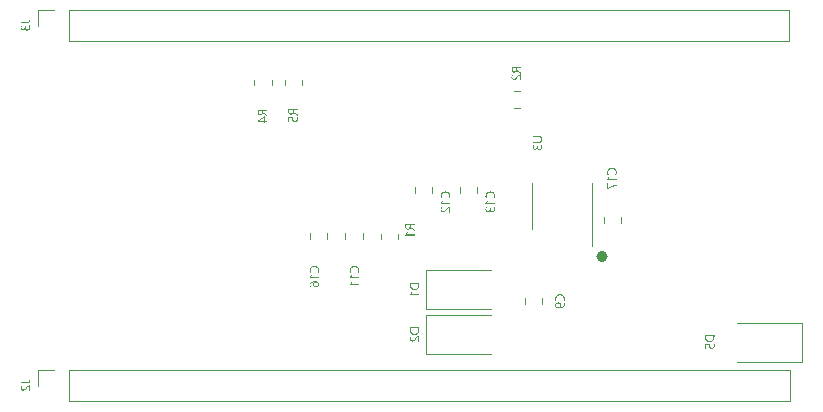
<source format=gbr>
%TF.GenerationSoftware,KiCad,Pcbnew,7.0.9*%
%TF.CreationDate,2024-02-22T17:01:59-03:00*%
%TF.ProjectId,CPU Stm32G431,43505520-5374-46d3-9332-473433312e6b,rev?*%
%TF.SameCoordinates,Original*%
%TF.FileFunction,Legend,Bot*%
%TF.FilePolarity,Positive*%
%FSLAX46Y46*%
G04 Gerber Fmt 4.6, Leading zero omitted, Abs format (unit mm)*
G04 Created by KiCad (PCBNEW 7.0.9) date 2024-02-22 17:01:59*
%MOMM*%
%LPD*%
G01*
G04 APERTURE LIST*
%ADD10C,0.500000*%
%ADD11C,0.150000*%
%ADD12C,0.120000*%
G04 APERTURE END LIST*
D10*
X166003607Y-108720000D02*
G75*
G03*
X166003607Y-108720000I-223607J0D01*
G01*
D11*
G36*
X145176438Y-110109714D02*
G01*
X145182258Y-110098629D01*
X145187703Y-110087207D01*
X145192773Y-110075450D01*
X145197467Y-110063357D01*
X145201786Y-110050928D01*
X145205729Y-110038163D01*
X145209296Y-110025063D01*
X145212488Y-110011626D01*
X145215304Y-109997854D01*
X145217745Y-109983746D01*
X145219811Y-109969302D01*
X145221501Y-109954522D01*
X145222815Y-109939407D01*
X145223754Y-109923955D01*
X145224082Y-109916104D01*
X145224317Y-109908168D01*
X145224458Y-109900149D01*
X145224505Y-109892045D01*
X145224399Y-109881596D01*
X145224083Y-109871278D01*
X145223555Y-109861090D01*
X145222816Y-109851034D01*
X145221867Y-109841108D01*
X145220706Y-109831313D01*
X145219334Y-109821650D01*
X145217751Y-109812117D01*
X145215958Y-109802715D01*
X145213953Y-109793444D01*
X145211737Y-109784303D01*
X145209310Y-109775294D01*
X145206672Y-109766416D01*
X145203823Y-109757668D01*
X145200763Y-109749051D01*
X145197491Y-109740566D01*
X145194009Y-109732211D01*
X145190316Y-109723987D01*
X145186412Y-109715894D01*
X145182297Y-109707932D01*
X145177970Y-109700101D01*
X145173433Y-109692400D01*
X145168684Y-109684831D01*
X145163725Y-109677392D01*
X145158554Y-109670085D01*
X145153173Y-109662908D01*
X145147580Y-109655862D01*
X145141777Y-109648947D01*
X145135762Y-109642163D01*
X145129536Y-109635510D01*
X145123099Y-109628988D01*
X145116452Y-109622596D01*
X145109633Y-109616381D01*
X145102682Y-109610364D01*
X145095599Y-109604543D01*
X145088385Y-109598920D01*
X145081039Y-109593494D01*
X145073562Y-109588266D01*
X145065953Y-109583235D01*
X145058212Y-109578401D01*
X145050340Y-109573764D01*
X145042335Y-109569325D01*
X145034200Y-109565083D01*
X145025932Y-109561038D01*
X145017533Y-109557191D01*
X145009002Y-109553541D01*
X145000340Y-109550088D01*
X144991546Y-109546832D01*
X144982620Y-109543774D01*
X144973563Y-109540913D01*
X144964374Y-109538250D01*
X144955053Y-109535783D01*
X144945601Y-109533514D01*
X144936017Y-109531443D01*
X144926301Y-109529568D01*
X144916453Y-109527891D01*
X144906474Y-109526411D01*
X144896364Y-109525129D01*
X144886121Y-109524044D01*
X144875747Y-109523156D01*
X144865242Y-109522465D01*
X144854604Y-109521972D01*
X144843835Y-109521676D01*
X144832935Y-109521578D01*
X144821208Y-109521689D01*
X144809624Y-109522022D01*
X144798181Y-109522577D01*
X144786880Y-109523354D01*
X144775720Y-109524354D01*
X144764702Y-109525576D01*
X144753825Y-109527019D01*
X144743090Y-109528685D01*
X144732496Y-109530573D01*
X144722045Y-109532683D01*
X144711734Y-109535015D01*
X144701566Y-109537569D01*
X144691538Y-109540346D01*
X144681653Y-109543344D01*
X144671909Y-109546565D01*
X144662307Y-109550007D01*
X144652846Y-109553672D01*
X144643527Y-109557559D01*
X144634349Y-109561668D01*
X144625313Y-109565999D01*
X144616418Y-109570552D01*
X144607666Y-109575328D01*
X144599054Y-109580325D01*
X144590585Y-109585545D01*
X144582257Y-109590986D01*
X144574070Y-109596650D01*
X144566025Y-109602536D01*
X144558122Y-109608644D01*
X144550360Y-109614974D01*
X144542740Y-109621526D01*
X144535261Y-109628301D01*
X144527924Y-109635297D01*
X144520771Y-109642476D01*
X144513846Y-109649774D01*
X144507147Y-109657190D01*
X144500676Y-109664725D01*
X144494431Y-109672379D01*
X144488414Y-109680151D01*
X144482624Y-109688043D01*
X144477061Y-109696052D01*
X144471724Y-109704181D01*
X144466615Y-109712428D01*
X144461733Y-109720794D01*
X144457078Y-109729279D01*
X144452651Y-109737882D01*
X144448450Y-109746604D01*
X144444476Y-109755445D01*
X144440729Y-109764404D01*
X144437210Y-109773482D01*
X144433917Y-109782679D01*
X144430852Y-109791994D01*
X144428014Y-109801428D01*
X144425402Y-109810981D01*
X144423018Y-109820652D01*
X144420861Y-109830442D01*
X144418931Y-109840351D01*
X144417228Y-109850379D01*
X144415752Y-109860525D01*
X144414503Y-109870790D01*
X144413481Y-109881173D01*
X144412686Y-109891676D01*
X144412119Y-109902296D01*
X144411778Y-109913036D01*
X144411665Y-109923894D01*
X144411817Y-109937764D01*
X144412275Y-109951332D01*
X144413038Y-109964600D01*
X144414107Y-109977567D01*
X144415481Y-109990233D01*
X144417160Y-110002599D01*
X144419144Y-110014663D01*
X144421434Y-110026428D01*
X144424029Y-110037891D01*
X144426930Y-110049054D01*
X144430135Y-110059916D01*
X144433646Y-110070477D01*
X144437463Y-110080737D01*
X144441584Y-110090697D01*
X144446011Y-110100356D01*
X144450743Y-110109714D01*
X144549222Y-110109714D01*
X144543165Y-110099070D01*
X144537498Y-110088288D01*
X144532223Y-110077369D01*
X144527338Y-110066312D01*
X144522844Y-110055118D01*
X144518741Y-110043787D01*
X144515028Y-110032318D01*
X144511706Y-110020712D01*
X144508775Y-110008969D01*
X144506235Y-109997088D01*
X144504086Y-109985070D01*
X144502327Y-109972914D01*
X144500960Y-109960621D01*
X144499983Y-109948190D01*
X144499397Y-109935623D01*
X144499201Y-109922917D01*
X144499288Y-109914480D01*
X144499550Y-109906143D01*
X144499986Y-109897907D01*
X144500596Y-109889771D01*
X144501381Y-109881735D01*
X144502340Y-109873799D01*
X144503474Y-109865964D01*
X144504782Y-109858230D01*
X144507921Y-109843061D01*
X144511758Y-109828295D01*
X144516293Y-109813929D01*
X144521525Y-109799966D01*
X144527455Y-109786403D01*
X144534082Y-109773242D01*
X144541407Y-109760483D01*
X144549430Y-109748125D01*
X144558150Y-109736169D01*
X144567568Y-109724614D01*
X144577683Y-109713460D01*
X144588496Y-109702708D01*
X144599893Y-109692487D01*
X144611757Y-109682924D01*
X144624091Y-109674022D01*
X144636893Y-109665779D01*
X144650164Y-109658195D01*
X144663903Y-109651271D01*
X144678111Y-109645006D01*
X144685391Y-109642121D01*
X144692788Y-109639400D01*
X144700302Y-109636845D01*
X144707933Y-109634454D01*
X144715682Y-109632229D01*
X144723547Y-109630168D01*
X144731530Y-109628272D01*
X144739630Y-109626541D01*
X144747847Y-109624975D01*
X144756181Y-109623573D01*
X144764633Y-109622337D01*
X144773201Y-109621265D01*
X144781887Y-109620359D01*
X144790690Y-109619617D01*
X144799610Y-109619040D01*
X144808647Y-109618627D01*
X144817801Y-109618380D01*
X144827073Y-109618298D01*
X144835870Y-109618375D01*
X144844556Y-109618605D01*
X144853129Y-109618990D01*
X144861590Y-109619528D01*
X144869939Y-109620220D01*
X144878176Y-109621066D01*
X144886301Y-109622066D01*
X144894313Y-109623219D01*
X144902213Y-109624527D01*
X144910001Y-109625988D01*
X144917677Y-109627602D01*
X144932691Y-109631294D01*
X144947257Y-109635600D01*
X144961375Y-109640521D01*
X144975043Y-109646058D01*
X144988263Y-109652210D01*
X145001034Y-109658977D01*
X145013356Y-109666359D01*
X145025229Y-109674357D01*
X145036653Y-109682969D01*
X145047629Y-109692197D01*
X145052949Y-109697042D01*
X145063123Y-109707101D01*
X145072641Y-109717546D01*
X145081502Y-109728375D01*
X145089707Y-109739589D01*
X145097256Y-109751187D01*
X145104148Y-109763170D01*
X145110384Y-109775538D01*
X145115963Y-109788291D01*
X145120886Y-109801428D01*
X145125153Y-109814950D01*
X145128763Y-109828856D01*
X145131717Y-109843148D01*
X145134014Y-109857824D01*
X145135655Y-109872884D01*
X145136640Y-109888330D01*
X145136886Y-109896197D01*
X145136968Y-109904160D01*
X145136773Y-109918884D01*
X145136187Y-109933359D01*
X145135210Y-109947583D01*
X145133842Y-109961557D01*
X145132083Y-109975280D01*
X145129934Y-109988753D01*
X145127394Y-110001976D01*
X145124463Y-110014948D01*
X145121141Y-110027670D01*
X145117429Y-110040142D01*
X145113325Y-110052363D01*
X145108831Y-110064334D01*
X145103946Y-110076055D01*
X145098671Y-110087525D01*
X145093004Y-110098745D01*
X145086947Y-110109714D01*
X145176438Y-110109714D01*
G37*
G36*
X145212000Y-110561075D02*
G01*
X145212000Y-110470998D01*
X144530855Y-110470998D01*
X144536314Y-110465210D01*
X144541391Y-110459143D01*
X144546748Y-110452141D01*
X144551564Y-110445396D01*
X144554889Y-110440517D01*
X144559938Y-110432798D01*
X144564134Y-110426103D01*
X144568322Y-110419170D01*
X144572500Y-110411998D01*
X144576668Y-110404588D01*
X144580827Y-110396939D01*
X144581658Y-110395381D01*
X144585710Y-110387498D01*
X144589687Y-110379482D01*
X144593587Y-110371332D01*
X144597411Y-110363049D01*
X144601159Y-110354632D01*
X144604830Y-110346082D01*
X144606277Y-110342624D01*
X144609756Y-110333987D01*
X144612986Y-110325417D01*
X144615969Y-110316913D01*
X144618703Y-110308476D01*
X144621189Y-110300106D01*
X144623428Y-110291803D01*
X144624254Y-110288500D01*
X144533200Y-110288500D01*
X144530619Y-110297867D01*
X144528355Y-110305485D01*
X144525914Y-110313212D01*
X144523296Y-110321049D01*
X144520501Y-110328996D01*
X144517529Y-110337053D01*
X144514380Y-110345220D01*
X144511902Y-110351417D01*
X144508485Y-110359706D01*
X144504978Y-110367965D01*
X144501378Y-110376192D01*
X144497687Y-110384390D01*
X144493904Y-110392557D01*
X144490030Y-110400693D01*
X144486064Y-110408799D01*
X144482006Y-110416874D01*
X144477830Y-110424876D01*
X144473605Y-110432762D01*
X144469330Y-110440532D01*
X144465007Y-110448186D01*
X144460635Y-110455724D01*
X144456214Y-110463146D01*
X144451745Y-110470452D01*
X144447226Y-110477642D01*
X144442696Y-110484655D01*
X144438189Y-110491429D01*
X144433707Y-110497966D01*
X144428139Y-110505802D01*
X144422610Y-110513265D01*
X144417118Y-110520357D01*
X144411665Y-110527077D01*
X144411665Y-110561075D01*
X145212000Y-110561075D01*
G37*
G36*
X145212000Y-111164453D02*
G01*
X145212000Y-111074376D01*
X144530855Y-111074376D01*
X144536314Y-111068587D01*
X144541391Y-111062521D01*
X144546748Y-111055519D01*
X144551564Y-111048773D01*
X144554889Y-111043894D01*
X144559938Y-111036176D01*
X144564134Y-111029481D01*
X144568322Y-111022548D01*
X144572500Y-111015376D01*
X144576668Y-111007966D01*
X144580827Y-111000317D01*
X144581658Y-110998758D01*
X144585710Y-110990876D01*
X144589687Y-110982860D01*
X144593587Y-110974710D01*
X144597411Y-110966427D01*
X144601159Y-110958010D01*
X144604830Y-110949459D01*
X144606277Y-110946002D01*
X144609756Y-110937365D01*
X144612986Y-110928794D01*
X144615969Y-110920291D01*
X144618703Y-110911854D01*
X144621189Y-110903484D01*
X144623428Y-110895180D01*
X144624254Y-110891878D01*
X144533200Y-110891878D01*
X144530619Y-110901245D01*
X144528355Y-110908862D01*
X144525914Y-110916589D01*
X144523296Y-110924426D01*
X144520501Y-110932374D01*
X144517529Y-110940430D01*
X144514380Y-110948597D01*
X144511902Y-110954795D01*
X144508485Y-110963084D01*
X144504978Y-110971342D01*
X144501378Y-110979570D01*
X144497687Y-110987767D01*
X144493904Y-110995934D01*
X144490030Y-111004071D01*
X144486064Y-111012176D01*
X144482006Y-111020252D01*
X144477830Y-111028254D01*
X144473605Y-111036140D01*
X144469330Y-111043910D01*
X144465007Y-111051564D01*
X144460635Y-111059102D01*
X144456214Y-111066524D01*
X144451745Y-111073829D01*
X144447226Y-111081019D01*
X144442696Y-111088032D01*
X144438189Y-111094807D01*
X144433707Y-111101343D01*
X144428139Y-111109179D01*
X144422610Y-111116643D01*
X144417118Y-111123735D01*
X144411665Y-111130454D01*
X144411665Y-111164453D01*
X145212000Y-111164453D01*
G37*
G36*
X150312000Y-111138200D02*
G01*
X150311891Y-111150238D01*
X150311567Y-111162123D01*
X150311027Y-111173856D01*
X150310271Y-111185436D01*
X150309299Y-111196864D01*
X150308111Y-111208138D01*
X150306707Y-111219261D01*
X150305087Y-111230230D01*
X150303251Y-111241047D01*
X150301199Y-111251711D01*
X150298931Y-111262223D01*
X150296447Y-111272582D01*
X150293747Y-111282788D01*
X150290831Y-111292842D01*
X150287699Y-111302743D01*
X150284351Y-111312491D01*
X150280787Y-111322087D01*
X150277007Y-111331530D01*
X150273011Y-111340820D01*
X150268799Y-111349958D01*
X150264371Y-111358943D01*
X150259727Y-111367776D01*
X150254867Y-111376455D01*
X150249791Y-111384983D01*
X150244499Y-111393357D01*
X150238991Y-111401579D01*
X150233267Y-111409648D01*
X150227327Y-111417565D01*
X150221171Y-111425328D01*
X150214798Y-111432940D01*
X150208210Y-111440398D01*
X150201406Y-111447704D01*
X150194412Y-111454821D01*
X150187278Y-111461711D01*
X150180003Y-111468376D01*
X150172589Y-111474815D01*
X150165034Y-111481028D01*
X150157340Y-111487015D01*
X150149505Y-111492776D01*
X150141530Y-111498311D01*
X150133415Y-111503620D01*
X150125161Y-111508704D01*
X150116766Y-111513561D01*
X150108231Y-111518193D01*
X150099556Y-111522598D01*
X150090741Y-111526778D01*
X150081786Y-111530731D01*
X150072690Y-111534459D01*
X150063455Y-111537961D01*
X150054080Y-111541237D01*
X150044564Y-111544287D01*
X150034909Y-111547111D01*
X150025114Y-111549709D01*
X150015178Y-111552081D01*
X150005102Y-111554228D01*
X149994887Y-111556148D01*
X149984531Y-111557842D01*
X149974035Y-111559311D01*
X149963400Y-111560553D01*
X149952624Y-111561570D01*
X149941708Y-111562361D01*
X149930652Y-111562926D01*
X149919456Y-111563265D01*
X149908120Y-111563378D01*
X149884498Y-111562971D01*
X149861626Y-111561751D01*
X149839504Y-111559718D01*
X149818131Y-111556871D01*
X149797509Y-111553212D01*
X149777637Y-111548739D01*
X149758514Y-111543453D01*
X149740142Y-111537353D01*
X149722519Y-111530441D01*
X149705646Y-111522715D01*
X149689523Y-111514176D01*
X149674150Y-111504823D01*
X149659527Y-111494658D01*
X149645654Y-111483679D01*
X149632531Y-111471887D01*
X149620157Y-111459281D01*
X149608534Y-111445863D01*
X149597660Y-111431631D01*
X149587536Y-111416585D01*
X149578163Y-111400727D01*
X149569539Y-111384055D01*
X149561665Y-111366570D01*
X149554541Y-111348272D01*
X149548167Y-111329161D01*
X149542542Y-111309236D01*
X149537668Y-111288498D01*
X149533544Y-111266947D01*
X149530169Y-111244583D01*
X149527544Y-111221405D01*
X149525670Y-111197414D01*
X149524545Y-111172610D01*
X149524170Y-111146992D01*
X149524170Y-111021549D01*
X149611706Y-111021549D01*
X149611706Y-111144648D01*
X149611998Y-111164459D01*
X149612873Y-111183641D01*
X149614332Y-111202194D01*
X149616375Y-111220119D01*
X149619000Y-111237414D01*
X149622210Y-111254081D01*
X149626002Y-111270118D01*
X149630379Y-111285527D01*
X149635339Y-111300307D01*
X149640882Y-111314457D01*
X149647009Y-111327979D01*
X149653719Y-111340872D01*
X149661013Y-111353136D01*
X149668891Y-111364771D01*
X149677351Y-111375778D01*
X149686396Y-111386155D01*
X149696024Y-111395903D01*
X149706235Y-111405023D01*
X149717030Y-111413513D01*
X149728409Y-111421375D01*
X149740371Y-111428607D01*
X149752916Y-111435211D01*
X149766045Y-111441186D01*
X149779758Y-111446532D01*
X149794054Y-111451249D01*
X149808933Y-111455337D01*
X149824396Y-111458796D01*
X149840443Y-111461626D01*
X149857073Y-111463827D01*
X149874287Y-111465399D01*
X149892084Y-111466343D01*
X149910464Y-111466657D01*
X149919789Y-111466573D01*
X149928979Y-111466320D01*
X149938037Y-111465898D01*
X149946960Y-111465308D01*
X149955750Y-111464549D01*
X149964407Y-111463621D01*
X149972930Y-111462525D01*
X149981319Y-111461260D01*
X149989575Y-111459826D01*
X149997697Y-111458223D01*
X150005686Y-111456452D01*
X150013541Y-111454512D01*
X150021262Y-111452404D01*
X150028850Y-111450127D01*
X150043625Y-111445066D01*
X150057866Y-111439331D01*
X150071573Y-111432921D01*
X150084745Y-111425837D01*
X150097383Y-111418077D01*
X150109487Y-111409643D01*
X150121057Y-111400535D01*
X150132092Y-111390751D01*
X150142593Y-111380293D01*
X150152507Y-111369253D01*
X150161781Y-111357676D01*
X150170416Y-111345562D01*
X150178411Y-111332910D01*
X150185766Y-111319721D01*
X150192482Y-111305994D01*
X150198559Y-111291731D01*
X150201357Y-111284397D01*
X150203995Y-111276929D01*
X150206474Y-111269327D01*
X150208792Y-111261591D01*
X150210951Y-111253720D01*
X150212950Y-111245715D01*
X150214789Y-111237576D01*
X150216468Y-111229302D01*
X150217987Y-111220894D01*
X150219346Y-111212352D01*
X150220545Y-111203675D01*
X150221585Y-111194864D01*
X150222464Y-111185919D01*
X150223184Y-111176839D01*
X150223743Y-111167625D01*
X150224143Y-111158276D01*
X150224383Y-111148794D01*
X150224463Y-111139177D01*
X150224463Y-111021549D01*
X149611706Y-111021549D01*
X149524170Y-111021549D01*
X149524170Y-110929323D01*
X150312000Y-110929323D01*
X150312000Y-111138200D01*
G37*
G36*
X150312000Y-112008486D02*
G01*
X150312000Y-111918409D01*
X149630855Y-111918409D01*
X149636314Y-111912620D01*
X149641391Y-111906554D01*
X149646748Y-111899552D01*
X149651564Y-111892806D01*
X149654889Y-111887927D01*
X149659938Y-111880209D01*
X149664134Y-111873514D01*
X149668322Y-111866581D01*
X149672500Y-111859409D01*
X149676668Y-111851999D01*
X149680827Y-111844350D01*
X149681658Y-111842791D01*
X149685710Y-111834909D01*
X149689687Y-111826893D01*
X149693587Y-111818743D01*
X149697411Y-111810460D01*
X149701159Y-111802043D01*
X149704830Y-111793492D01*
X149706277Y-111790035D01*
X149709756Y-111781398D01*
X149712986Y-111772827D01*
X149715969Y-111764324D01*
X149718703Y-111755887D01*
X149721189Y-111747517D01*
X149723428Y-111739213D01*
X149724254Y-111735911D01*
X149633200Y-111735911D01*
X149630619Y-111745278D01*
X149628355Y-111752895D01*
X149625914Y-111760622D01*
X149623296Y-111768459D01*
X149620501Y-111776406D01*
X149617529Y-111784463D01*
X149614380Y-111792630D01*
X149611902Y-111798828D01*
X149608485Y-111807117D01*
X149604978Y-111815375D01*
X149601378Y-111823603D01*
X149597687Y-111831800D01*
X149593904Y-111839967D01*
X149590030Y-111848104D01*
X149586064Y-111856209D01*
X149582006Y-111864285D01*
X149577830Y-111872287D01*
X149573605Y-111880173D01*
X149569330Y-111887943D01*
X149565007Y-111895597D01*
X149560635Y-111903135D01*
X149556214Y-111910556D01*
X149551745Y-111917862D01*
X149547226Y-111925052D01*
X149542696Y-111932065D01*
X149538189Y-111938840D01*
X149533707Y-111945376D01*
X149528139Y-111953212D01*
X149522610Y-111960676D01*
X149517118Y-111967768D01*
X149511665Y-111974487D01*
X149511665Y-112008486D01*
X150312000Y-112008486D01*
G37*
G36*
X160392921Y-99113552D02*
G01*
X160413321Y-99113260D01*
X160433073Y-99112382D01*
X160452178Y-99110920D01*
X160470636Y-99108872D01*
X160488445Y-99106239D01*
X160505607Y-99103022D01*
X160522122Y-99099219D01*
X160537989Y-99094831D01*
X160553208Y-99089858D01*
X160567779Y-99084300D01*
X160581703Y-99078157D01*
X160594980Y-99071429D01*
X160607608Y-99064116D01*
X160619589Y-99056218D01*
X160630923Y-99047735D01*
X160641609Y-99038667D01*
X160651647Y-99029014D01*
X160661037Y-99018776D01*
X160669780Y-99007953D01*
X160677876Y-98996545D01*
X160685323Y-98984551D01*
X160692123Y-98971973D01*
X160698276Y-98958810D01*
X160703781Y-98945061D01*
X160708638Y-98930728D01*
X160712847Y-98915809D01*
X160716409Y-98900306D01*
X160719324Y-98884217D01*
X160721590Y-98867544D01*
X160723209Y-98850285D01*
X160724181Y-98832441D01*
X160724505Y-98814013D01*
X160724193Y-98796365D01*
X160723259Y-98779278D01*
X160721702Y-98762752D01*
X160719522Y-98746785D01*
X160716719Y-98731379D01*
X160713294Y-98716532D01*
X160709246Y-98702246D01*
X160704575Y-98688521D01*
X160699281Y-98675355D01*
X160693364Y-98662750D01*
X160686824Y-98650705D01*
X160679662Y-98639220D01*
X160671877Y-98628296D01*
X160663468Y-98617932D01*
X160654438Y-98608127D01*
X160644784Y-98598884D01*
X160634507Y-98590200D01*
X160623608Y-98582077D01*
X160612086Y-98574514D01*
X160599941Y-98567511D01*
X160587173Y-98561068D01*
X160573782Y-98555186D01*
X160559769Y-98549863D01*
X160545133Y-98545101D01*
X160529874Y-98540900D01*
X160513992Y-98537258D01*
X160497487Y-98534177D01*
X160480360Y-98531656D01*
X160462609Y-98529695D01*
X160444236Y-98528294D01*
X160425240Y-98527454D01*
X160405621Y-98527174D01*
X159924170Y-98527174D01*
X159924170Y-98619595D01*
X160396438Y-98619595D01*
X160411236Y-98619795D01*
X160425564Y-98620394D01*
X160439423Y-98621392D01*
X160452812Y-98622789D01*
X160465731Y-98624585D01*
X160478180Y-98626781D01*
X160490160Y-98629375D01*
X160501670Y-98632369D01*
X160512710Y-98635762D01*
X160523280Y-98639555D01*
X160533380Y-98643746D01*
X160543011Y-98648337D01*
X160552172Y-98653327D01*
X160560863Y-98658716D01*
X160569084Y-98664504D01*
X160576836Y-98670691D01*
X160584117Y-98677278D01*
X160590929Y-98684263D01*
X160597271Y-98691648D01*
X160603144Y-98699432D01*
X160608546Y-98707616D01*
X160613479Y-98716198D01*
X160617942Y-98725180D01*
X160621935Y-98734561D01*
X160625458Y-98744341D01*
X160628512Y-98754520D01*
X160631096Y-98765098D01*
X160633210Y-98776076D01*
X160634854Y-98787452D01*
X160636029Y-98799228D01*
X160636733Y-98811404D01*
X160636968Y-98823978D01*
X160636741Y-98836119D01*
X160636061Y-98847876D01*
X160634926Y-98859246D01*
X160633338Y-98870231D01*
X160631296Y-98880831D01*
X160628800Y-98891045D01*
X160625851Y-98900874D01*
X160622448Y-98910318D01*
X160618591Y-98919376D01*
X160614280Y-98928048D01*
X160609516Y-98936335D01*
X160604298Y-98944237D01*
X160598626Y-98951753D01*
X160592500Y-98958884D01*
X160585920Y-98965629D01*
X160578887Y-98971989D01*
X160571400Y-98977963D01*
X160563459Y-98983552D01*
X160555065Y-98988756D01*
X160546217Y-98993574D01*
X160536915Y-98998007D01*
X160527159Y-99002054D01*
X160516949Y-99005716D01*
X160506286Y-99008992D01*
X160495169Y-99011883D01*
X160483598Y-99014388D01*
X160471574Y-99016508D01*
X160459095Y-99018243D01*
X160446163Y-99019592D01*
X160432777Y-99020555D01*
X160418938Y-99021133D01*
X160404644Y-99021326D01*
X159924170Y-99021326D01*
X159924170Y-99113552D01*
X160392921Y-99113552D01*
G37*
G36*
X160485538Y-99726504D02*
G01*
X160495528Y-99726327D01*
X160505351Y-99725797D01*
X160515005Y-99724912D01*
X160524491Y-99723674D01*
X160533809Y-99722082D01*
X160542958Y-99720136D01*
X160551939Y-99717837D01*
X160560752Y-99715183D01*
X160569397Y-99712176D01*
X160577873Y-99708816D01*
X160583430Y-99706378D01*
X160591563Y-99702496D01*
X160599477Y-99698321D01*
X160607170Y-99693854D01*
X160614644Y-99689095D01*
X160621898Y-99684045D01*
X160628933Y-99678702D01*
X160635747Y-99673067D01*
X160642341Y-99667141D01*
X160648716Y-99660922D01*
X160654871Y-99654412D01*
X160658852Y-99649909D01*
X160664590Y-99642930D01*
X160670081Y-99635692D01*
X160675325Y-99628197D01*
X160680321Y-99620445D01*
X160685070Y-99612434D01*
X160689572Y-99604167D01*
X160693826Y-99595641D01*
X160697833Y-99586858D01*
X160701593Y-99577818D01*
X160705106Y-99568519D01*
X160707310Y-99562177D01*
X160710383Y-99552523D01*
X160713154Y-99542682D01*
X160715622Y-99532657D01*
X160717788Y-99522445D01*
X160719652Y-99512049D01*
X160721214Y-99501466D01*
X160722473Y-99490699D01*
X160723430Y-99479745D01*
X160724085Y-99468607D01*
X160724438Y-99457283D01*
X160724505Y-99449630D01*
X160724340Y-99435718D01*
X160723845Y-99422168D01*
X160723021Y-99408980D01*
X160721867Y-99396153D01*
X160720383Y-99383689D01*
X160718570Y-99371586D01*
X160716426Y-99359844D01*
X160713953Y-99348465D01*
X160711151Y-99337447D01*
X160708018Y-99326791D01*
X160704556Y-99316497D01*
X160700764Y-99306565D01*
X160696643Y-99296995D01*
X160692191Y-99287786D01*
X160687410Y-99278939D01*
X160682300Y-99270454D01*
X160586947Y-99270454D01*
X160594519Y-99280509D01*
X160601602Y-99290744D01*
X160608196Y-99301160D01*
X160614302Y-99311755D01*
X160619920Y-99322531D01*
X160625049Y-99333487D01*
X160629690Y-99344623D01*
X160633842Y-99355939D01*
X160637505Y-99367435D01*
X160640681Y-99379111D01*
X160643367Y-99390968D01*
X160645565Y-99403004D01*
X160647275Y-99415221D01*
X160648496Y-99427618D01*
X160649229Y-99440195D01*
X160649473Y-99452952D01*
X160649308Y-99463134D01*
X160648814Y-99473065D01*
X160647990Y-99482747D01*
X160646836Y-99492177D01*
X160645352Y-99501358D01*
X160643538Y-99510288D01*
X160641395Y-99518968D01*
X160638922Y-99527397D01*
X160636089Y-99535555D01*
X160632963Y-99543420D01*
X160629543Y-99550991D01*
X160625831Y-99558270D01*
X160621825Y-99565255D01*
X160617526Y-99571947D01*
X160612935Y-99578346D01*
X160608050Y-99584452D01*
X160602841Y-99590287D01*
X160595970Y-99597090D01*
X160588698Y-99603350D01*
X160581025Y-99609066D01*
X160572952Y-99614238D01*
X160564478Y-99618866D01*
X160559201Y-99621382D01*
X160551907Y-99624404D01*
X160544388Y-99627024D01*
X160536642Y-99629240D01*
X160528671Y-99631054D01*
X160520473Y-99632464D01*
X160512050Y-99633472D01*
X160503401Y-99634076D01*
X160494526Y-99634278D01*
X160484824Y-99634063D01*
X160475431Y-99633419D01*
X160466346Y-99632346D01*
X160457569Y-99630843D01*
X160449099Y-99628911D01*
X160440938Y-99626550D01*
X160433085Y-99623759D01*
X160425539Y-99620539D01*
X160418302Y-99616890D01*
X160411372Y-99612811D01*
X160404751Y-99608303D01*
X160398437Y-99603366D01*
X160392432Y-99597999D01*
X160386734Y-99592203D01*
X160381345Y-99585978D01*
X160376263Y-99579323D01*
X160371490Y-99572239D01*
X160367024Y-99564726D01*
X160362866Y-99556783D01*
X160359017Y-99548411D01*
X160355475Y-99539610D01*
X160352241Y-99530379D01*
X160349315Y-99520719D01*
X160346698Y-99510630D01*
X160344388Y-99500111D01*
X160342386Y-99489163D01*
X160340692Y-99477786D01*
X160339306Y-99465979D01*
X160338228Y-99453743D01*
X160337458Y-99441078D01*
X160336996Y-99427983D01*
X160336842Y-99414459D01*
X160336842Y-99349002D01*
X160261811Y-99349002D01*
X160261811Y-99411138D01*
X160261671Y-99423111D01*
X160261252Y-99434704D01*
X160260554Y-99445917D01*
X160259576Y-99456750D01*
X160258319Y-99467203D01*
X160256783Y-99477276D01*
X160254967Y-99486968D01*
X160252872Y-99496281D01*
X160250497Y-99505213D01*
X160247843Y-99513765D01*
X160244910Y-99521938D01*
X160241698Y-99529730D01*
X160238206Y-99537142D01*
X160234435Y-99544174D01*
X160226054Y-99557097D01*
X160216556Y-99568500D01*
X160205941Y-99578383D01*
X160194208Y-99586745D01*
X160181357Y-99593587D01*
X160167390Y-99598909D01*
X160152305Y-99602710D01*
X160144343Y-99604040D01*
X160136102Y-99604990D01*
X160127582Y-99605560D01*
X160118782Y-99605750D01*
X160110656Y-99605606D01*
X160102788Y-99605171D01*
X160087825Y-99603433D01*
X160073894Y-99600537D01*
X160060995Y-99596481D01*
X160049127Y-99591268D01*
X160038292Y-99584895D01*
X160028489Y-99577364D01*
X160019718Y-99568674D01*
X160011978Y-99558826D01*
X160005271Y-99547819D01*
X159999595Y-99535653D01*
X159994951Y-99522329D01*
X159991340Y-99507846D01*
X159988760Y-99492205D01*
X159987857Y-99483950D01*
X159987212Y-99475405D01*
X159986825Y-99466570D01*
X159986696Y-99457446D01*
X159986891Y-99447034D01*
X159987478Y-99436704D01*
X159988454Y-99426456D01*
X159989822Y-99416291D01*
X159991581Y-99406209D01*
X159993730Y-99396208D01*
X159996270Y-99386291D01*
X159999201Y-99376455D01*
X160002523Y-99366702D01*
X160006235Y-99357032D01*
X160010339Y-99347444D01*
X160014833Y-99337938D01*
X160019718Y-99328515D01*
X160024993Y-99319174D01*
X160030660Y-99309916D01*
X160036717Y-99300740D01*
X159954260Y-99300740D01*
X159949102Y-99310255D01*
X159944277Y-99319995D01*
X159939785Y-99329960D01*
X159935625Y-99340148D01*
X159931798Y-99350562D01*
X159928304Y-99361199D01*
X159925142Y-99372061D01*
X159922314Y-99383147D01*
X159919818Y-99394458D01*
X159917655Y-99405993D01*
X159915824Y-99417753D01*
X159914327Y-99429737D01*
X159913162Y-99441945D01*
X159912330Y-99454378D01*
X159911831Y-99467035D01*
X159911665Y-99479916D01*
X159911783Y-99489103D01*
X159912139Y-99498125D01*
X159912731Y-99506982D01*
X159913560Y-99515674D01*
X159914627Y-99524201D01*
X159915930Y-99532563D01*
X159917471Y-99540760D01*
X159919248Y-99548793D01*
X159921263Y-99556661D01*
X159923514Y-99564363D01*
X159925147Y-99569407D01*
X159927771Y-99576816D01*
X159931569Y-99586380D01*
X159935709Y-99595583D01*
X159940191Y-99604426D01*
X159945014Y-99612909D01*
X159950180Y-99621032D01*
X159955688Y-99628794D01*
X159961537Y-99636196D01*
X159963053Y-99637990D01*
X159969312Y-99644967D01*
X159975876Y-99651534D01*
X159982745Y-99657692D01*
X159989920Y-99663441D01*
X159997400Y-99668780D01*
X160005185Y-99673711D01*
X160013276Y-99678232D01*
X160021672Y-99682345D01*
X160030281Y-99686009D01*
X160039110Y-99689184D01*
X160048160Y-99691870D01*
X160057429Y-99694069D01*
X160066918Y-99695778D01*
X160076626Y-99697000D01*
X160086555Y-99697732D01*
X160096703Y-99697976D01*
X160106170Y-99697823D01*
X160115424Y-99697363D01*
X160124464Y-99696596D01*
X160133290Y-99695522D01*
X160141903Y-99694141D01*
X160150302Y-99692454D01*
X160158487Y-99690459D01*
X160166459Y-99688158D01*
X160174216Y-99685550D01*
X160181760Y-99682635D01*
X160189091Y-99679413D01*
X160196207Y-99675885D01*
X160203110Y-99672049D01*
X160209800Y-99667907D01*
X160216275Y-99663458D01*
X160222537Y-99658702D01*
X160228585Y-99653640D01*
X160234419Y-99648270D01*
X160240040Y-99642594D01*
X160245447Y-99636610D01*
X160250640Y-99630320D01*
X160255620Y-99623724D01*
X160260385Y-99616820D01*
X160264937Y-99609609D01*
X160269276Y-99602092D01*
X160273400Y-99594268D01*
X160277311Y-99586137D01*
X160281009Y-99577699D01*
X160284492Y-99568954D01*
X160287762Y-99559903D01*
X160290818Y-99550545D01*
X160293660Y-99540879D01*
X160295810Y-99540879D01*
X160297101Y-99550799D01*
X160298728Y-99560529D01*
X160300691Y-99570070D01*
X160302990Y-99579421D01*
X160305625Y-99588583D01*
X160308596Y-99597556D01*
X160311902Y-99606340D01*
X160315545Y-99614934D01*
X160319498Y-99623333D01*
X160323739Y-99631433D01*
X160328267Y-99639233D01*
X160333081Y-99646734D01*
X160338183Y-99653936D01*
X160343571Y-99660839D01*
X160349247Y-99667443D01*
X160355210Y-99673748D01*
X160361450Y-99679780D01*
X160367959Y-99685471D01*
X160374737Y-99690820D01*
X160381783Y-99695827D01*
X160389098Y-99700492D01*
X160396682Y-99704815D01*
X160404534Y-99708796D01*
X160412655Y-99712436D01*
X160421018Y-99715733D01*
X160429594Y-99718591D01*
X160438383Y-99721009D01*
X160447387Y-99722987D01*
X160456604Y-99724526D01*
X160466035Y-99725625D01*
X160475679Y-99726284D01*
X160485538Y-99726504D01*
G37*
G36*
X137412000Y-96378995D02*
G01*
X137074358Y-96378995D01*
X137074358Y-96454808D01*
X137074415Y-96459633D01*
X137074761Y-96467460D01*
X137075592Y-96476500D01*
X137076877Y-96485155D01*
X137078615Y-96493426D01*
X137080806Y-96501312D01*
X137081618Y-96503890D01*
X137084409Y-96511485D01*
X137087736Y-96518874D01*
X137091599Y-96526057D01*
X137095997Y-96533034D01*
X137100932Y-96539805D01*
X137105463Y-96545398D01*
X137111416Y-96552048D01*
X137117933Y-96558629D01*
X137123794Y-96564060D01*
X137130046Y-96569444D01*
X137136689Y-96574780D01*
X137138066Y-96575844D01*
X137145212Y-96581196D01*
X137152796Y-96586606D01*
X137160820Y-96592073D01*
X137167555Y-96596487D01*
X137174571Y-96600939D01*
X137181868Y-96605427D01*
X137189445Y-96609951D01*
X137412000Y-96741842D01*
X137412000Y-96851654D01*
X137172642Y-96703740D01*
X137171023Y-96702742D01*
X137163116Y-96697842D01*
X137155514Y-96693095D01*
X137148217Y-96688500D01*
X137141226Y-96684058D01*
X137134540Y-96679768D01*
X137126919Y-96674822D01*
X137125690Y-96674016D01*
X137118491Y-96669161D01*
X137111594Y-96664280D01*
X137105000Y-96659370D01*
X137098707Y-96654434D01*
X137091748Y-96648639D01*
X137087908Y-96645342D01*
X137081510Y-96639454D01*
X137075523Y-96633417D01*
X137069948Y-96627230D01*
X137064784Y-96620893D01*
X137061248Y-96616246D01*
X137056522Y-96609307D01*
X137052058Y-96601863D01*
X137047856Y-96593914D01*
X137044463Y-96586699D01*
X137042314Y-96586699D01*
X137039593Y-96596591D01*
X137036610Y-96606239D01*
X137033365Y-96615642D01*
X137029857Y-96624801D01*
X137026087Y-96633716D01*
X137022054Y-96642387D01*
X137017758Y-96650813D01*
X137013200Y-96658995D01*
X137008388Y-96666906D01*
X137003332Y-96674517D01*
X136998032Y-96681829D01*
X136992488Y-96688842D01*
X136986699Y-96695555D01*
X136980667Y-96701970D01*
X136974390Y-96708085D01*
X136967868Y-96713901D01*
X136961063Y-96719451D01*
X136954032Y-96724672D01*
X136946775Y-96729563D01*
X136939292Y-96734124D01*
X136931583Y-96738356D01*
X136923648Y-96742258D01*
X136915487Y-96745830D01*
X136907101Y-96749072D01*
X136898448Y-96752003D01*
X136889588Y-96754543D01*
X136880521Y-96756692D01*
X136871246Y-96758451D01*
X136861763Y-96759819D01*
X136852073Y-96760796D01*
X136842175Y-96761382D01*
X136832069Y-96761577D01*
X136825600Y-96761506D01*
X136816090Y-96761134D01*
X136806815Y-96760441D01*
X136797772Y-96759430D01*
X136788963Y-96758099D01*
X136780388Y-96756449D01*
X136772047Y-96754479D01*
X136763939Y-96752190D01*
X136756064Y-96749581D01*
X136748423Y-96746653D01*
X136741016Y-96743406D01*
X136736182Y-96741079D01*
X136729123Y-96737383D01*
X136722294Y-96733440D01*
X136713547Y-96727798D01*
X136705210Y-96721717D01*
X136697281Y-96715195D01*
X136689761Y-96708235D01*
X136682651Y-96700834D01*
X136675949Y-96692994D01*
X136669614Y-96684799D01*
X136663700Y-96676239D01*
X136659542Y-96669578D01*
X136655620Y-96662711D01*
X136651935Y-96655638D01*
X136648487Y-96648358D01*
X136645276Y-96640873D01*
X136642303Y-96633182D01*
X136639566Y-96625284D01*
X136637066Y-96617181D01*
X136635504Y-96611703D01*
X136633351Y-96603369D01*
X136631424Y-96594894D01*
X136629724Y-96586278D01*
X136628250Y-96577521D01*
X136627003Y-96568624D01*
X136625983Y-96559585D01*
X136625190Y-96550406D01*
X136624623Y-96541086D01*
X136624283Y-96531625D01*
X136624170Y-96522024D01*
X136624170Y-96378995D01*
X136711706Y-96378995D01*
X136711706Y-96505415D01*
X136711840Y-96514968D01*
X136712241Y-96524234D01*
X136712909Y-96533213D01*
X136713844Y-96541905D01*
X136715046Y-96550310D01*
X136716515Y-96558428D01*
X136718251Y-96566259D01*
X136721357Y-96577468D01*
X136725063Y-96588030D01*
X136729371Y-96597947D01*
X136734280Y-96607219D01*
X136739790Y-96615844D01*
X136745900Y-96623824D01*
X136750256Y-96628793D01*
X136757183Y-96635645D01*
X136764585Y-96641776D01*
X136772461Y-96647186D01*
X136780810Y-96651874D01*
X136789634Y-96655841D01*
X136798932Y-96659087D01*
X136808703Y-96661611D01*
X136818949Y-96663414D01*
X136829668Y-96664496D01*
X136840862Y-96664857D01*
X136842968Y-96664845D01*
X136851268Y-96664561D01*
X136859366Y-96663899D01*
X136867263Y-96662858D01*
X136874958Y-96661438D01*
X136884294Y-96659131D01*
X136893315Y-96656233D01*
X136902020Y-96652743D01*
X136905383Y-96651192D01*
X136913501Y-96646994D01*
X136921209Y-96642338D01*
X136928506Y-96637224D01*
X136935394Y-96631652D01*
X136941871Y-96625622D01*
X136947938Y-96619135D01*
X136950249Y-96616440D01*
X136955733Y-96609424D01*
X136960797Y-96602007D01*
X136965442Y-96594190D01*
X136969667Y-96585971D01*
X136973471Y-96577352D01*
X136976856Y-96568332D01*
X136979192Y-96560919D01*
X136981216Y-96553336D01*
X136982929Y-96545581D01*
X136984330Y-96537655D01*
X136985420Y-96529559D01*
X136986199Y-96521291D01*
X136986666Y-96512852D01*
X136986822Y-96504243D01*
X136986822Y-96378995D01*
X136711706Y-96378995D01*
X136624170Y-96378995D01*
X136624170Y-96286769D01*
X137412000Y-96286769D01*
X137412000Y-96378995D01*
G37*
G36*
X137224421Y-97231305D02*
G01*
X137412000Y-97231305D01*
X137412000Y-97320405D01*
X137224421Y-97320405D01*
X137224421Y-97421424D01*
X137149390Y-97421424D01*
X137149390Y-97320405D01*
X136624170Y-97320405D01*
X136624170Y-97231305D01*
X136759969Y-97231305D01*
X137149390Y-97231305D01*
X137149390Y-96962638D01*
X137145149Y-96966021D01*
X137138731Y-96971141D01*
X137132244Y-96976315D01*
X137125688Y-96981545D01*
X137119064Y-96986830D01*
X137112371Y-96992170D01*
X137105609Y-96997565D01*
X137098779Y-97003014D01*
X137091880Y-97008519D01*
X137084912Y-97014078D01*
X137077875Y-97019693D01*
X137073127Y-97023490D01*
X137065876Y-97029229D01*
X137058470Y-97035019D01*
X137050910Y-97040861D01*
X137043195Y-97046754D01*
X137035326Y-97052699D01*
X137027302Y-97058696D01*
X137019123Y-97064743D01*
X137010790Y-97070843D01*
X137002303Y-97076994D01*
X136993660Y-97083196D01*
X136990732Y-97085276D01*
X136981824Y-97091555D01*
X136972734Y-97097897D01*
X136963462Y-97104300D01*
X136954008Y-97110765D01*
X136944372Y-97117292D01*
X136937847Y-97121678D01*
X136931241Y-97126091D01*
X136924554Y-97130532D01*
X136917786Y-97135000D01*
X136910938Y-97139496D01*
X136904008Y-97144019D01*
X136896997Y-97148569D01*
X136889906Y-97153147D01*
X136882689Y-97157780D01*
X136875352Y-97162447D01*
X136867894Y-97167147D01*
X136860316Y-97171881D01*
X136852617Y-97176648D01*
X136844797Y-97181449D01*
X136836857Y-97186283D01*
X136828796Y-97191151D01*
X136820615Y-97196053D01*
X136812313Y-97200988D01*
X136803891Y-97205957D01*
X136795347Y-97210960D01*
X136786684Y-97215996D01*
X136777899Y-97221065D01*
X136768994Y-97226168D01*
X136759969Y-97231305D01*
X136624170Y-97231305D01*
X136624170Y-97224075D01*
X136632033Y-97220532D01*
X136639942Y-97216886D01*
X136647896Y-97213137D01*
X136655897Y-97209287D01*
X136663943Y-97205334D01*
X136672035Y-97201278D01*
X136680173Y-97197121D01*
X136688357Y-97192861D01*
X136696586Y-97188499D01*
X136704862Y-97184035D01*
X136713183Y-97179468D01*
X136721549Y-97174799D01*
X136729962Y-97170028D01*
X136738420Y-97165155D01*
X136746925Y-97160179D01*
X136755475Y-97155101D01*
X136764025Y-97149968D01*
X136772578Y-97144776D01*
X136781134Y-97139526D01*
X136789693Y-97134218D01*
X136798255Y-97128853D01*
X136806821Y-97123429D01*
X136815389Y-97117947D01*
X136823960Y-97112408D01*
X136832535Y-97106810D01*
X136841112Y-97101154D01*
X136849693Y-97095440D01*
X136858277Y-97089669D01*
X136866863Y-97083839D01*
X136875453Y-97077951D01*
X136884046Y-97072005D01*
X136892642Y-97066001D01*
X136901231Y-97059975D01*
X136909806Y-97053911D01*
X136918365Y-97047811D01*
X136926909Y-97041675D01*
X136935437Y-97035502D01*
X136943951Y-97029292D01*
X136952449Y-97023045D01*
X136960932Y-97016762D01*
X136969399Y-97010442D01*
X136977852Y-97004086D01*
X136986289Y-96997693D01*
X136994711Y-96991263D01*
X137003117Y-96984797D01*
X137011508Y-96978294D01*
X137019884Y-96971754D01*
X137028245Y-96965178D01*
X137036567Y-96958588D01*
X137044826Y-96952007D01*
X137053023Y-96945436D01*
X137061157Y-96938873D01*
X137069228Y-96932320D01*
X137077237Y-96925776D01*
X137085183Y-96919241D01*
X137093067Y-96912715D01*
X137100888Y-96906198D01*
X137108647Y-96899690D01*
X137116343Y-96893192D01*
X137123976Y-96886703D01*
X137131547Y-96880223D01*
X137139055Y-96873752D01*
X137146501Y-96867290D01*
X137153884Y-96860837D01*
X137224421Y-96860837D01*
X137224421Y-97231305D01*
G37*
G36*
X152876438Y-103809714D02*
G01*
X152882258Y-103798629D01*
X152887703Y-103787207D01*
X152892773Y-103775450D01*
X152897467Y-103763357D01*
X152901786Y-103750928D01*
X152905729Y-103738163D01*
X152909296Y-103725063D01*
X152912488Y-103711626D01*
X152915304Y-103697854D01*
X152917745Y-103683746D01*
X152919811Y-103669302D01*
X152921501Y-103654522D01*
X152922815Y-103639407D01*
X152923754Y-103623955D01*
X152924082Y-103616104D01*
X152924317Y-103608168D01*
X152924458Y-103600149D01*
X152924505Y-103592045D01*
X152924399Y-103581596D01*
X152924083Y-103571278D01*
X152923555Y-103561090D01*
X152922816Y-103551034D01*
X152921867Y-103541108D01*
X152920706Y-103531313D01*
X152919334Y-103521650D01*
X152917751Y-103512117D01*
X152915958Y-103502715D01*
X152913953Y-103493444D01*
X152911737Y-103484303D01*
X152909310Y-103475294D01*
X152906672Y-103466416D01*
X152903823Y-103457668D01*
X152900763Y-103449051D01*
X152897491Y-103440566D01*
X152894009Y-103432211D01*
X152890316Y-103423987D01*
X152886412Y-103415894D01*
X152882297Y-103407932D01*
X152877970Y-103400101D01*
X152873433Y-103392400D01*
X152868684Y-103384831D01*
X152863725Y-103377392D01*
X152858554Y-103370085D01*
X152853173Y-103362908D01*
X152847580Y-103355862D01*
X152841777Y-103348947D01*
X152835762Y-103342163D01*
X152829536Y-103335510D01*
X152823099Y-103328988D01*
X152816452Y-103322596D01*
X152809633Y-103316381D01*
X152802682Y-103310364D01*
X152795599Y-103304543D01*
X152788385Y-103298920D01*
X152781039Y-103293494D01*
X152773562Y-103288266D01*
X152765953Y-103283235D01*
X152758212Y-103278401D01*
X152750340Y-103273764D01*
X152742335Y-103269325D01*
X152734200Y-103265083D01*
X152725932Y-103261038D01*
X152717533Y-103257191D01*
X152709002Y-103253541D01*
X152700340Y-103250088D01*
X152691546Y-103246832D01*
X152682620Y-103243774D01*
X152673563Y-103240913D01*
X152664374Y-103238250D01*
X152655053Y-103235783D01*
X152645601Y-103233514D01*
X152636017Y-103231443D01*
X152626301Y-103229568D01*
X152616453Y-103227891D01*
X152606474Y-103226411D01*
X152596364Y-103225129D01*
X152586121Y-103224044D01*
X152575747Y-103223156D01*
X152565242Y-103222465D01*
X152554604Y-103221972D01*
X152543835Y-103221676D01*
X152532935Y-103221578D01*
X152521208Y-103221689D01*
X152509624Y-103222022D01*
X152498181Y-103222577D01*
X152486880Y-103223354D01*
X152475720Y-103224354D01*
X152464702Y-103225576D01*
X152453825Y-103227019D01*
X152443090Y-103228685D01*
X152432496Y-103230573D01*
X152422045Y-103232683D01*
X152411734Y-103235015D01*
X152401566Y-103237569D01*
X152391538Y-103240346D01*
X152381653Y-103243344D01*
X152371909Y-103246565D01*
X152362307Y-103250007D01*
X152352846Y-103253672D01*
X152343527Y-103257559D01*
X152334349Y-103261668D01*
X152325313Y-103265999D01*
X152316418Y-103270552D01*
X152307666Y-103275328D01*
X152299054Y-103280325D01*
X152290585Y-103285545D01*
X152282257Y-103290986D01*
X152274070Y-103296650D01*
X152266025Y-103302536D01*
X152258122Y-103308644D01*
X152250360Y-103314974D01*
X152242740Y-103321526D01*
X152235261Y-103328301D01*
X152227924Y-103335297D01*
X152220771Y-103342476D01*
X152213846Y-103349774D01*
X152207147Y-103357190D01*
X152200676Y-103364725D01*
X152194431Y-103372379D01*
X152188414Y-103380151D01*
X152182624Y-103388043D01*
X152177061Y-103396052D01*
X152171724Y-103404181D01*
X152166615Y-103412428D01*
X152161733Y-103420794D01*
X152157078Y-103429279D01*
X152152651Y-103437882D01*
X152148450Y-103446604D01*
X152144476Y-103455445D01*
X152140729Y-103464404D01*
X152137210Y-103473482D01*
X152133917Y-103482679D01*
X152130852Y-103491994D01*
X152128014Y-103501428D01*
X152125402Y-103510981D01*
X152123018Y-103520652D01*
X152120861Y-103530442D01*
X152118931Y-103540351D01*
X152117228Y-103550379D01*
X152115752Y-103560525D01*
X152114503Y-103570790D01*
X152113481Y-103581173D01*
X152112686Y-103591676D01*
X152112119Y-103602296D01*
X152111778Y-103613036D01*
X152111665Y-103623894D01*
X152111817Y-103637764D01*
X152112275Y-103651332D01*
X152113038Y-103664600D01*
X152114107Y-103677567D01*
X152115481Y-103690233D01*
X152117160Y-103702599D01*
X152119144Y-103714663D01*
X152121434Y-103726428D01*
X152124029Y-103737891D01*
X152126930Y-103749054D01*
X152130135Y-103759916D01*
X152133646Y-103770477D01*
X152137463Y-103780737D01*
X152141584Y-103790697D01*
X152146011Y-103800356D01*
X152150743Y-103809714D01*
X152249222Y-103809714D01*
X152243165Y-103799070D01*
X152237498Y-103788288D01*
X152232223Y-103777369D01*
X152227338Y-103766312D01*
X152222844Y-103755118D01*
X152218741Y-103743787D01*
X152215028Y-103732318D01*
X152211706Y-103720712D01*
X152208775Y-103708969D01*
X152206235Y-103697088D01*
X152204086Y-103685070D01*
X152202327Y-103672914D01*
X152200960Y-103660621D01*
X152199983Y-103648190D01*
X152199397Y-103635623D01*
X152199201Y-103622917D01*
X152199288Y-103614480D01*
X152199550Y-103606143D01*
X152199986Y-103597907D01*
X152200596Y-103589771D01*
X152201381Y-103581735D01*
X152202340Y-103573799D01*
X152203474Y-103565964D01*
X152204782Y-103558230D01*
X152207921Y-103543061D01*
X152211758Y-103528295D01*
X152216293Y-103513929D01*
X152221525Y-103499966D01*
X152227455Y-103486403D01*
X152234082Y-103473242D01*
X152241407Y-103460483D01*
X152249430Y-103448125D01*
X152258150Y-103436169D01*
X152267568Y-103424614D01*
X152277683Y-103413460D01*
X152288496Y-103402708D01*
X152299893Y-103392487D01*
X152311757Y-103382924D01*
X152324091Y-103374022D01*
X152336893Y-103365779D01*
X152350164Y-103358195D01*
X152363903Y-103351271D01*
X152378111Y-103345006D01*
X152385391Y-103342121D01*
X152392788Y-103339400D01*
X152400302Y-103336845D01*
X152407933Y-103334454D01*
X152415682Y-103332229D01*
X152423547Y-103330168D01*
X152431530Y-103328272D01*
X152439630Y-103326541D01*
X152447847Y-103324975D01*
X152456181Y-103323573D01*
X152464633Y-103322337D01*
X152473201Y-103321265D01*
X152481887Y-103320359D01*
X152490690Y-103319617D01*
X152499610Y-103319040D01*
X152508647Y-103318627D01*
X152517801Y-103318380D01*
X152527073Y-103318298D01*
X152535870Y-103318375D01*
X152544556Y-103318605D01*
X152553129Y-103318990D01*
X152561590Y-103319528D01*
X152569939Y-103320220D01*
X152578176Y-103321066D01*
X152586301Y-103322066D01*
X152594313Y-103323219D01*
X152602213Y-103324527D01*
X152610001Y-103325988D01*
X152617677Y-103327602D01*
X152632691Y-103331294D01*
X152647257Y-103335600D01*
X152661375Y-103340521D01*
X152675043Y-103346058D01*
X152688263Y-103352210D01*
X152701034Y-103358977D01*
X152713356Y-103366359D01*
X152725229Y-103374357D01*
X152736653Y-103382969D01*
X152747629Y-103392197D01*
X152752949Y-103397042D01*
X152763123Y-103407101D01*
X152772641Y-103417546D01*
X152781502Y-103428375D01*
X152789707Y-103439589D01*
X152797256Y-103451187D01*
X152804148Y-103463170D01*
X152810384Y-103475538D01*
X152815963Y-103488291D01*
X152820886Y-103501428D01*
X152825153Y-103514950D01*
X152828763Y-103528856D01*
X152831717Y-103543148D01*
X152834014Y-103557824D01*
X152835655Y-103572884D01*
X152836640Y-103588330D01*
X152836886Y-103596197D01*
X152836968Y-103604160D01*
X152836773Y-103618884D01*
X152836187Y-103633359D01*
X152835210Y-103647583D01*
X152833842Y-103661557D01*
X152832083Y-103675280D01*
X152829934Y-103688753D01*
X152827394Y-103701976D01*
X152824463Y-103714948D01*
X152821141Y-103727670D01*
X152817429Y-103740142D01*
X152813325Y-103752363D01*
X152808831Y-103764334D01*
X152803946Y-103776055D01*
X152798671Y-103787525D01*
X152793004Y-103798745D01*
X152786947Y-103809714D01*
X152876438Y-103809714D01*
G37*
G36*
X152912000Y-104261075D02*
G01*
X152912000Y-104170998D01*
X152230855Y-104170998D01*
X152236314Y-104165210D01*
X152241391Y-104159143D01*
X152246748Y-104152141D01*
X152251564Y-104145396D01*
X152254889Y-104140517D01*
X152259938Y-104132798D01*
X152264134Y-104126103D01*
X152268322Y-104119170D01*
X152272500Y-104111998D01*
X152276668Y-104104588D01*
X152280827Y-104096939D01*
X152281658Y-104095381D01*
X152285710Y-104087498D01*
X152289687Y-104079482D01*
X152293587Y-104071332D01*
X152297411Y-104063049D01*
X152301159Y-104054632D01*
X152304830Y-104046082D01*
X152306277Y-104042624D01*
X152309756Y-104033987D01*
X152312986Y-104025417D01*
X152315969Y-104016913D01*
X152318703Y-104008476D01*
X152321189Y-104000106D01*
X152323428Y-103991803D01*
X152324254Y-103988500D01*
X152233200Y-103988500D01*
X152230619Y-103997867D01*
X152228355Y-104005485D01*
X152225914Y-104013212D01*
X152223296Y-104021049D01*
X152220501Y-104028996D01*
X152217529Y-104037053D01*
X152214380Y-104045220D01*
X152211902Y-104051417D01*
X152208485Y-104059706D01*
X152204978Y-104067965D01*
X152201378Y-104076192D01*
X152197687Y-104084390D01*
X152193904Y-104092557D01*
X152190030Y-104100693D01*
X152186064Y-104108799D01*
X152182006Y-104116874D01*
X152177830Y-104124876D01*
X152173605Y-104132762D01*
X152169330Y-104140532D01*
X152165007Y-104148186D01*
X152160635Y-104155724D01*
X152156214Y-104163146D01*
X152151745Y-104170452D01*
X152147226Y-104177642D01*
X152142696Y-104184655D01*
X152138189Y-104191429D01*
X152133707Y-104197966D01*
X152128139Y-104205802D01*
X152122610Y-104213265D01*
X152117118Y-104220357D01*
X152111665Y-104227077D01*
X152111665Y-104261075D01*
X152912000Y-104261075D01*
G37*
G36*
X152329138Y-104890831D02*
G01*
X152320294Y-104890654D01*
X152311736Y-104890123D01*
X152303465Y-104889237D01*
X152295482Y-104887998D01*
X152287785Y-104886404D01*
X152278568Y-104883914D01*
X152269799Y-104880870D01*
X152266417Y-104879498D01*
X152258271Y-104875812D01*
X152250564Y-104871717D01*
X152243296Y-104867211D01*
X152236467Y-104862294D01*
X152230076Y-104856968D01*
X152224125Y-104851231D01*
X152221867Y-104848821D01*
X152216535Y-104842548D01*
X152211651Y-104835941D01*
X152207215Y-104829000D01*
X152203228Y-104821725D01*
X152199689Y-104814117D01*
X152196599Y-104806174D01*
X152195489Y-104802903D01*
X152192956Y-104794555D01*
X152190852Y-104785997D01*
X152189177Y-104777229D01*
X152187932Y-104768252D01*
X152187117Y-104759064D01*
X152186730Y-104749666D01*
X152186696Y-104745848D01*
X152186877Y-104737629D01*
X152187421Y-104729457D01*
X152188327Y-104721333D01*
X152189596Y-104713257D01*
X152191228Y-104705229D01*
X152193222Y-104697248D01*
X152194121Y-104694069D01*
X152196584Y-104686221D01*
X152199334Y-104678430D01*
X152202370Y-104670696D01*
X152205692Y-104663019D01*
X152209300Y-104655400D01*
X152213195Y-104647838D01*
X152214833Y-104644830D01*
X152219053Y-104637418D01*
X152223530Y-104630083D01*
X152228265Y-104622825D01*
X152233258Y-104615642D01*
X152238508Y-104608537D01*
X152244016Y-104601507D01*
X152246291Y-104598716D01*
X152252070Y-104591832D01*
X152258049Y-104585100D01*
X152264229Y-104578521D01*
X152270609Y-104572094D01*
X152277189Y-104565820D01*
X152283969Y-104559699D01*
X152286738Y-104557293D01*
X152188650Y-104557293D01*
X152181807Y-104564479D01*
X152175273Y-104571824D01*
X152169048Y-104579326D01*
X152163133Y-104586987D01*
X152157526Y-104594805D01*
X152152229Y-104602782D01*
X152147240Y-104610916D01*
X152142561Y-104619208D01*
X152138191Y-104627659D01*
X152134130Y-104636267D01*
X152131595Y-104642094D01*
X152128033Y-104651104D01*
X152124822Y-104660474D01*
X152121961Y-104670205D01*
X152119450Y-104680297D01*
X152117289Y-104690749D01*
X152115479Y-104701562D01*
X152114020Y-104712735D01*
X152112910Y-104724269D01*
X152112365Y-104732159D01*
X152111976Y-104740209D01*
X152111742Y-104748420D01*
X152111665Y-104756790D01*
X152111786Y-104765811D01*
X152112152Y-104774701D01*
X152112762Y-104783461D01*
X152113615Y-104792090D01*
X152114713Y-104800588D01*
X152116054Y-104808956D01*
X152117639Y-104817194D01*
X152119468Y-104825301D01*
X152121541Y-104833277D01*
X152123858Y-104841123D01*
X152125538Y-104846281D01*
X152128252Y-104853915D01*
X152131193Y-104861357D01*
X152134361Y-104868606D01*
X152137756Y-104875663D01*
X152142635Y-104884774D01*
X152147916Y-104893542D01*
X152153601Y-104901968D01*
X152159689Y-104910053D01*
X152166180Y-104917795D01*
X152173018Y-104925162D01*
X152180248Y-104932120D01*
X152187868Y-104938669D01*
X152195879Y-104944809D01*
X152204281Y-104950539D01*
X152213074Y-104955861D01*
X152222258Y-104960773D01*
X152229402Y-104964189D01*
X152231832Y-104965276D01*
X152239261Y-104968384D01*
X152246892Y-104971186D01*
X152254726Y-104973682D01*
X152262762Y-104975873D01*
X152271002Y-104977758D01*
X152279443Y-104979338D01*
X152288088Y-104980611D01*
X152296935Y-104981579D01*
X152305985Y-104982242D01*
X152315237Y-104982598D01*
X152321518Y-104982666D01*
X152330124Y-104982572D01*
X152338575Y-104982288D01*
X152346871Y-104981816D01*
X152355013Y-104981155D01*
X152363000Y-104980305D01*
X152370833Y-104979266D01*
X152381036Y-104977587D01*
X152390965Y-104975572D01*
X152400618Y-104973221D01*
X152405342Y-104971920D01*
X152414654Y-104969062D01*
X152423831Y-104965862D01*
X152432874Y-104962321D01*
X152441783Y-104958437D01*
X152450558Y-104954212D01*
X152459198Y-104949645D01*
X152467703Y-104944735D01*
X152476075Y-104939484D01*
X152484291Y-104933885D01*
X152492427Y-104927931D01*
X152500484Y-104921624D01*
X152508461Y-104914962D01*
X152514393Y-104909733D01*
X152520279Y-104904305D01*
X152526121Y-104898678D01*
X152531918Y-104892852D01*
X152537670Y-104886826D01*
X152539578Y-104884774D01*
X152545302Y-104878516D01*
X152551043Y-104872052D01*
X152556801Y-104865382D01*
X152562577Y-104858505D01*
X152568369Y-104851423D01*
X152574179Y-104844135D01*
X152580006Y-104836640D01*
X152585850Y-104828940D01*
X152591711Y-104821033D01*
X152597589Y-104812920D01*
X152601518Y-104807398D01*
X152606359Y-104800537D01*
X152611111Y-104793830D01*
X152615774Y-104787275D01*
X152620349Y-104780873D01*
X152627046Y-104771556D01*
X152633543Y-104762582D01*
X152639841Y-104753952D01*
X152645940Y-104745665D01*
X152651839Y-104737722D01*
X152657540Y-104730122D01*
X152663041Y-104722866D01*
X152668343Y-104715953D01*
X152673514Y-104709341D01*
X152678624Y-104702986D01*
X152683672Y-104696889D01*
X152690306Y-104689160D01*
X152696830Y-104681889D01*
X152703245Y-104675077D01*
X152709549Y-104668722D01*
X152715744Y-104662825D01*
X152720318Y-104658703D01*
X152726375Y-104653622D01*
X152733946Y-104647821D01*
X152741518Y-104642631D01*
X152749090Y-104638052D01*
X152756661Y-104634083D01*
X152764233Y-104630724D01*
X152768775Y-104629003D01*
X152776524Y-104626582D01*
X152784625Y-104624572D01*
X152793079Y-104622972D01*
X152801886Y-104621782D01*
X152811046Y-104621003D01*
X152820559Y-104620633D01*
X152824463Y-104620601D01*
X152824463Y-105012952D01*
X152912000Y-105012952D01*
X152912000Y-104526616D01*
X152872921Y-104526616D01*
X152863503Y-104526712D01*
X152854302Y-104527001D01*
X152845318Y-104527482D01*
X152836550Y-104528155D01*
X152827998Y-104529020D01*
X152819663Y-104530078D01*
X152811544Y-104531328D01*
X152803641Y-104532771D01*
X152795955Y-104534406D01*
X152786043Y-104536885D01*
X152783625Y-104537558D01*
X152774060Y-104540516D01*
X152764611Y-104543921D01*
X152755278Y-104547770D01*
X152746061Y-104552066D01*
X152736960Y-104556807D01*
X152727975Y-104561995D01*
X152721312Y-104566177D01*
X152714715Y-104570611D01*
X152710353Y-104573706D01*
X152703833Y-104578604D01*
X152697317Y-104583774D01*
X152690804Y-104589215D01*
X152684295Y-104594928D01*
X152677789Y-104600911D01*
X152671287Y-104607166D01*
X152664788Y-104613693D01*
X152658292Y-104620491D01*
X152651800Y-104627560D01*
X152645311Y-104634900D01*
X152640988Y-104639945D01*
X152634389Y-104647800D01*
X152627636Y-104655978D01*
X152620728Y-104664478D01*
X152613666Y-104673302D01*
X152606449Y-104682449D01*
X152601552Y-104688726D01*
X152596586Y-104695146D01*
X152591552Y-104701710D01*
X152586449Y-104708418D01*
X152581277Y-104715269D01*
X152576036Y-104722263D01*
X152570727Y-104729401D01*
X152565349Y-104736683D01*
X152562635Y-104740377D01*
X152556905Y-104748277D01*
X152551220Y-104755929D01*
X152545580Y-104763335D01*
X152539984Y-104770492D01*
X152534433Y-104777403D01*
X152528927Y-104784066D01*
X152523465Y-104790482D01*
X152518048Y-104796651D01*
X152512676Y-104802572D01*
X152505582Y-104810083D01*
X152503821Y-104811892D01*
X152496787Y-104818944D01*
X152489752Y-104825642D01*
X152482718Y-104831987D01*
X152475684Y-104837977D01*
X152468650Y-104843613D01*
X152461616Y-104848894D01*
X152454581Y-104853822D01*
X152447547Y-104858395D01*
X152440501Y-104862633D01*
X152433430Y-104866553D01*
X152426335Y-104870156D01*
X152419215Y-104873441D01*
X152410281Y-104877101D01*
X152401309Y-104880264D01*
X152392299Y-104882932D01*
X152390492Y-104883406D01*
X152381369Y-104885545D01*
X152372075Y-104887321D01*
X152362608Y-104888735D01*
X152352970Y-104889787D01*
X152345136Y-104890367D01*
X152337192Y-104890715D01*
X152329138Y-104890831D01*
G37*
G36*
X117089264Y-119473629D02*
G01*
X117097947Y-119473571D01*
X117106509Y-119473397D01*
X117114950Y-119473107D01*
X117123269Y-119472701D01*
X117131466Y-119472179D01*
X117139543Y-119471541D01*
X117147498Y-119470787D01*
X117155332Y-119469916D01*
X117170635Y-119467828D01*
X117185453Y-119465276D01*
X117199785Y-119462259D01*
X117213632Y-119458779D01*
X117226994Y-119454834D01*
X117239870Y-119450426D01*
X117252261Y-119445553D01*
X117264166Y-119440217D01*
X117275586Y-119434416D01*
X117286521Y-119428151D01*
X117296970Y-119421422D01*
X117306933Y-119414229D01*
X117316327Y-119406648D01*
X117325114Y-119398753D01*
X117333295Y-119390546D01*
X117340871Y-119382026D01*
X117347840Y-119373192D01*
X117354203Y-119364046D01*
X117359961Y-119354587D01*
X117365112Y-119344815D01*
X117369657Y-119334730D01*
X117373596Y-119324332D01*
X117376929Y-119313622D01*
X117379657Y-119302598D01*
X117381778Y-119291261D01*
X117383293Y-119279612D01*
X117384202Y-119267649D01*
X117384505Y-119255374D01*
X117384379Y-119246872D01*
X117384003Y-119238658D01*
X117383376Y-119230733D01*
X117382151Y-119220616D01*
X117380479Y-119211011D01*
X117378362Y-119201919D01*
X117375799Y-119193340D01*
X117372790Y-119185274D01*
X117370241Y-119179561D01*
X117271958Y-119179561D01*
X117277819Y-119187260D01*
X117282900Y-119195510D01*
X117287198Y-119204308D01*
X117290715Y-119213657D01*
X117293451Y-119223555D01*
X117294990Y-119231339D01*
X117296089Y-119239432D01*
X117296748Y-119247834D01*
X117296968Y-119256546D01*
X117296148Y-119271642D01*
X117293686Y-119285763D01*
X117289584Y-119298911D01*
X117283840Y-119311085D01*
X117276456Y-119322285D01*
X117267430Y-119332512D01*
X117256763Y-119341764D01*
X117244456Y-119350042D01*
X117230507Y-119357346D01*
X117222918Y-119360633D01*
X117214918Y-119363677D01*
X117206508Y-119366477D01*
X117197687Y-119369033D01*
X117188457Y-119371347D01*
X117178816Y-119373416D01*
X117168764Y-119375242D01*
X117158303Y-119376825D01*
X117147431Y-119378164D01*
X117136149Y-119379260D01*
X117124457Y-119380112D01*
X117112355Y-119380721D01*
X117099842Y-119381086D01*
X117086919Y-119381207D01*
X116584170Y-119381207D01*
X116584170Y-119473629D01*
X117089264Y-119473629D01*
G37*
G36*
X116789138Y-119992205D02*
G01*
X116780294Y-119992028D01*
X116771736Y-119991497D01*
X116763465Y-119990612D01*
X116755482Y-119989372D01*
X116747785Y-119987778D01*
X116738568Y-119985288D01*
X116729799Y-119982245D01*
X116726417Y-119980873D01*
X116718271Y-119977187D01*
X116710564Y-119973091D01*
X116703296Y-119968585D01*
X116696467Y-119963669D01*
X116690076Y-119958342D01*
X116684125Y-119952605D01*
X116681867Y-119950196D01*
X116676535Y-119943923D01*
X116671651Y-119937316D01*
X116667215Y-119930375D01*
X116663228Y-119923100D01*
X116659689Y-119915491D01*
X116656599Y-119907549D01*
X116655489Y-119904278D01*
X116652956Y-119895930D01*
X116650852Y-119887372D01*
X116649177Y-119878604D01*
X116647932Y-119869626D01*
X116647117Y-119860438D01*
X116646730Y-119851041D01*
X116646696Y-119847223D01*
X116646877Y-119839003D01*
X116647421Y-119830832D01*
X116648327Y-119822708D01*
X116649596Y-119814632D01*
X116651228Y-119806603D01*
X116653222Y-119798622D01*
X116654121Y-119795443D01*
X116656584Y-119787595D01*
X116659334Y-119779804D01*
X116662370Y-119772070D01*
X116665692Y-119764394D01*
X116669300Y-119756775D01*
X116673195Y-119749213D01*
X116674833Y-119746204D01*
X116679053Y-119738793D01*
X116683530Y-119731458D01*
X116688265Y-119724199D01*
X116693258Y-119717017D01*
X116698508Y-119709911D01*
X116704016Y-119702881D01*
X116706291Y-119700091D01*
X116712070Y-119693206D01*
X116718049Y-119686474D01*
X116724229Y-119679895D01*
X116730609Y-119673468D01*
X116737189Y-119667194D01*
X116743969Y-119661073D01*
X116746738Y-119658667D01*
X116648650Y-119658667D01*
X116641807Y-119665854D01*
X116635273Y-119673198D01*
X116629048Y-119680701D01*
X116623133Y-119688361D01*
X116617526Y-119696180D01*
X116612229Y-119704156D01*
X116607240Y-119712290D01*
X116602561Y-119720583D01*
X116598191Y-119729033D01*
X116594130Y-119737642D01*
X116591595Y-119743468D01*
X116588033Y-119752478D01*
X116584822Y-119761849D01*
X116581961Y-119771579D01*
X116579450Y-119781671D01*
X116577289Y-119792123D01*
X116575479Y-119802936D01*
X116574020Y-119814110D01*
X116572910Y-119825644D01*
X116572365Y-119833534D01*
X116571976Y-119841584D01*
X116571742Y-119849794D01*
X116571665Y-119858165D01*
X116571786Y-119867185D01*
X116572152Y-119876076D01*
X116572762Y-119884835D01*
X116573615Y-119893464D01*
X116574713Y-119901963D01*
X116576054Y-119910331D01*
X116577639Y-119918568D01*
X116579468Y-119926675D01*
X116581541Y-119934651D01*
X116583858Y-119942497D01*
X116585538Y-119947655D01*
X116588252Y-119955290D01*
X116591193Y-119962731D01*
X116594361Y-119969981D01*
X116597756Y-119977038D01*
X116602635Y-119986148D01*
X116607916Y-119994916D01*
X116613601Y-120003343D01*
X116619689Y-120011427D01*
X116626180Y-120019170D01*
X116633018Y-120026537D01*
X116640248Y-120033495D01*
X116647868Y-120040043D01*
X116655879Y-120046183D01*
X116664281Y-120051914D01*
X116673074Y-120057235D01*
X116682258Y-120062147D01*
X116689402Y-120065563D01*
X116691832Y-120066651D01*
X116699261Y-120069758D01*
X116706892Y-120072561D01*
X116714726Y-120075057D01*
X116722762Y-120077248D01*
X116731002Y-120079133D01*
X116739443Y-120080712D01*
X116748088Y-120081986D01*
X116756935Y-120082954D01*
X116765985Y-120083616D01*
X116775237Y-120083973D01*
X116781518Y-120084041D01*
X116790124Y-120083946D01*
X116798575Y-120083663D01*
X116806871Y-120083191D01*
X116815013Y-120082529D01*
X116823000Y-120081679D01*
X116830833Y-120080640D01*
X116841036Y-120078961D01*
X116850965Y-120076946D01*
X116860618Y-120074595D01*
X116865342Y-120073294D01*
X116874654Y-120070436D01*
X116883831Y-120067237D01*
X116892874Y-120063695D01*
X116901783Y-120059812D01*
X116910558Y-120055586D01*
X116919198Y-120051019D01*
X116927703Y-120046110D01*
X116936075Y-120040859D01*
X116944291Y-120035259D01*
X116952427Y-120029306D01*
X116960484Y-120022998D01*
X116968461Y-120016337D01*
X116974393Y-120011108D01*
X116980279Y-120005680D01*
X116986121Y-120000053D01*
X116991918Y-119994226D01*
X116997670Y-119988201D01*
X116999578Y-119986148D01*
X117005302Y-119979890D01*
X117011043Y-119973426D01*
X117016801Y-119966756D01*
X117022577Y-119959880D01*
X117028369Y-119952798D01*
X117034179Y-119945509D01*
X117040006Y-119938015D01*
X117045850Y-119930314D01*
X117051711Y-119922408D01*
X117057589Y-119914295D01*
X117061518Y-119908772D01*
X117066359Y-119901912D01*
X117071111Y-119895204D01*
X117075774Y-119888649D01*
X117080349Y-119882247D01*
X117087046Y-119872930D01*
X117093543Y-119863957D01*
X117099841Y-119855326D01*
X117105940Y-119847040D01*
X117111839Y-119839096D01*
X117117540Y-119831497D01*
X117123041Y-119824240D01*
X117128343Y-119817328D01*
X117133514Y-119810715D01*
X117138624Y-119804360D01*
X117143672Y-119798263D01*
X117150306Y-119790535D01*
X117156830Y-119783264D01*
X117163245Y-119776451D01*
X117169549Y-119770096D01*
X117175744Y-119764199D01*
X117180318Y-119760077D01*
X117186375Y-119754997D01*
X117193946Y-119749196D01*
X117201518Y-119744006D01*
X117209090Y-119739426D01*
X117216661Y-119735457D01*
X117224233Y-119732099D01*
X117228775Y-119730377D01*
X117236524Y-119727957D01*
X117244625Y-119725946D01*
X117253079Y-119724346D01*
X117261886Y-119723157D01*
X117271046Y-119722377D01*
X117280559Y-119722008D01*
X117284463Y-119721975D01*
X117284463Y-120114327D01*
X117372000Y-120114327D01*
X117372000Y-119627990D01*
X117332921Y-119627990D01*
X117323503Y-119628087D01*
X117314302Y-119628375D01*
X117305318Y-119628856D01*
X117296550Y-119629529D01*
X117287998Y-119630395D01*
X117279663Y-119631453D01*
X117271544Y-119632703D01*
X117263641Y-119634145D01*
X117255955Y-119635780D01*
X117246043Y-119638259D01*
X117243625Y-119638933D01*
X117234060Y-119641891D01*
X117224611Y-119645295D01*
X117215278Y-119649145D01*
X117206061Y-119653441D01*
X117196960Y-119658182D01*
X117187975Y-119663369D01*
X117181312Y-119667552D01*
X117174715Y-119671985D01*
X117170353Y-119675080D01*
X117163833Y-119679979D01*
X117157317Y-119685149D01*
X117150804Y-119690590D01*
X117144295Y-119696302D01*
X117137789Y-119702286D01*
X117131287Y-119708541D01*
X117124788Y-119715067D01*
X117118292Y-119721865D01*
X117111800Y-119728934D01*
X117105311Y-119736275D01*
X117100988Y-119741319D01*
X117094389Y-119749174D01*
X117087636Y-119757352D01*
X117080728Y-119765853D01*
X117073666Y-119774677D01*
X117066449Y-119783823D01*
X117061552Y-119790100D01*
X117056586Y-119796521D01*
X117051552Y-119803085D01*
X117046449Y-119809792D01*
X117041277Y-119816643D01*
X117036036Y-119823638D01*
X117030727Y-119830776D01*
X117025349Y-119838057D01*
X117022635Y-119841752D01*
X117016905Y-119849652D01*
X117011220Y-119857304D01*
X117005580Y-119864709D01*
X116999984Y-119871867D01*
X116994433Y-119878777D01*
X116988927Y-119885441D01*
X116983465Y-119891857D01*
X116978048Y-119898025D01*
X116972676Y-119903947D01*
X116965582Y-119911457D01*
X116963821Y-119913266D01*
X116956787Y-119920319D01*
X116949752Y-119927017D01*
X116942718Y-119933361D01*
X116935684Y-119939351D01*
X116928650Y-119944987D01*
X116921616Y-119950269D01*
X116914581Y-119955196D01*
X116907547Y-119959770D01*
X116900501Y-119964008D01*
X116893430Y-119967928D01*
X116886335Y-119971530D01*
X116879215Y-119974815D01*
X116870281Y-119978475D01*
X116861309Y-119981639D01*
X116852299Y-119984306D01*
X116850492Y-119984780D01*
X116841369Y-119986919D01*
X116832075Y-119988696D01*
X116822608Y-119990110D01*
X116812970Y-119991161D01*
X116805136Y-119991741D01*
X116797192Y-119992089D01*
X116789138Y-119992205D01*
G37*
G36*
X150312000Y-114938200D02*
G01*
X150311891Y-114950238D01*
X150311567Y-114962123D01*
X150311027Y-114973856D01*
X150310271Y-114985436D01*
X150309299Y-114996864D01*
X150308111Y-115008138D01*
X150306707Y-115019261D01*
X150305087Y-115030230D01*
X150303251Y-115041047D01*
X150301199Y-115051711D01*
X150298931Y-115062223D01*
X150296447Y-115072582D01*
X150293747Y-115082788D01*
X150290831Y-115092842D01*
X150287699Y-115102743D01*
X150284351Y-115112491D01*
X150280787Y-115122087D01*
X150277007Y-115131530D01*
X150273011Y-115140820D01*
X150268799Y-115149958D01*
X150264371Y-115158943D01*
X150259727Y-115167776D01*
X150254867Y-115176455D01*
X150249791Y-115184983D01*
X150244499Y-115193357D01*
X150238991Y-115201579D01*
X150233267Y-115209648D01*
X150227327Y-115217565D01*
X150221171Y-115225328D01*
X150214798Y-115232940D01*
X150208210Y-115240398D01*
X150201406Y-115247704D01*
X150194412Y-115254821D01*
X150187278Y-115261711D01*
X150180003Y-115268376D01*
X150172589Y-115274815D01*
X150165034Y-115281028D01*
X150157340Y-115287015D01*
X150149505Y-115292776D01*
X150141530Y-115298311D01*
X150133415Y-115303620D01*
X150125161Y-115308704D01*
X150116766Y-115313561D01*
X150108231Y-115318193D01*
X150099556Y-115322598D01*
X150090741Y-115326778D01*
X150081786Y-115330731D01*
X150072690Y-115334459D01*
X150063455Y-115337961D01*
X150054080Y-115341237D01*
X150044564Y-115344287D01*
X150034909Y-115347111D01*
X150025114Y-115349709D01*
X150015178Y-115352081D01*
X150005102Y-115354228D01*
X149994887Y-115356148D01*
X149984531Y-115357842D01*
X149974035Y-115359311D01*
X149963400Y-115360553D01*
X149952624Y-115361570D01*
X149941708Y-115362361D01*
X149930652Y-115362926D01*
X149919456Y-115363265D01*
X149908120Y-115363378D01*
X149884498Y-115362971D01*
X149861626Y-115361751D01*
X149839504Y-115359718D01*
X149818131Y-115356871D01*
X149797509Y-115353212D01*
X149777637Y-115348739D01*
X149758514Y-115343453D01*
X149740142Y-115337353D01*
X149722519Y-115330441D01*
X149705646Y-115322715D01*
X149689523Y-115314176D01*
X149674150Y-115304823D01*
X149659527Y-115294658D01*
X149645654Y-115283679D01*
X149632531Y-115271887D01*
X149620157Y-115259281D01*
X149608534Y-115245863D01*
X149597660Y-115231631D01*
X149587536Y-115216585D01*
X149578163Y-115200727D01*
X149569539Y-115184055D01*
X149561665Y-115166570D01*
X149554541Y-115148272D01*
X149548167Y-115129161D01*
X149542542Y-115109236D01*
X149537668Y-115088498D01*
X149533544Y-115066947D01*
X149530169Y-115044583D01*
X149527544Y-115021405D01*
X149525670Y-114997414D01*
X149524545Y-114972610D01*
X149524170Y-114946992D01*
X149524170Y-114821549D01*
X149611706Y-114821549D01*
X149611706Y-114944648D01*
X149611998Y-114964459D01*
X149612873Y-114983641D01*
X149614332Y-115002194D01*
X149616375Y-115020119D01*
X149619000Y-115037414D01*
X149622210Y-115054081D01*
X149626002Y-115070118D01*
X149630379Y-115085527D01*
X149635339Y-115100307D01*
X149640882Y-115114457D01*
X149647009Y-115127979D01*
X149653719Y-115140872D01*
X149661013Y-115153136D01*
X149668891Y-115164771D01*
X149677351Y-115175778D01*
X149686396Y-115186155D01*
X149696024Y-115195903D01*
X149706235Y-115205023D01*
X149717030Y-115213513D01*
X149728409Y-115221375D01*
X149740371Y-115228607D01*
X149752916Y-115235211D01*
X149766045Y-115241186D01*
X149779758Y-115246532D01*
X149794054Y-115251249D01*
X149808933Y-115255337D01*
X149824396Y-115258796D01*
X149840443Y-115261626D01*
X149857073Y-115263827D01*
X149874287Y-115265399D01*
X149892084Y-115266343D01*
X149910464Y-115266657D01*
X149919789Y-115266573D01*
X149928979Y-115266320D01*
X149938037Y-115265898D01*
X149946960Y-115265308D01*
X149955750Y-115264549D01*
X149964407Y-115263621D01*
X149972930Y-115262525D01*
X149981319Y-115261260D01*
X149989575Y-115259826D01*
X149997697Y-115258223D01*
X150005686Y-115256452D01*
X150013541Y-115254512D01*
X150021262Y-115252404D01*
X150028850Y-115250127D01*
X150043625Y-115245066D01*
X150057866Y-115239331D01*
X150071573Y-115232921D01*
X150084745Y-115225837D01*
X150097383Y-115218077D01*
X150109487Y-115209643D01*
X150121057Y-115200535D01*
X150132092Y-115190751D01*
X150142593Y-115180293D01*
X150152507Y-115169253D01*
X150161781Y-115157676D01*
X150170416Y-115145562D01*
X150178411Y-115132910D01*
X150185766Y-115119721D01*
X150192482Y-115105994D01*
X150198559Y-115091731D01*
X150201357Y-115084397D01*
X150203995Y-115076929D01*
X150206474Y-115069327D01*
X150208792Y-115061591D01*
X150210951Y-115053720D01*
X150212950Y-115045715D01*
X150214789Y-115037576D01*
X150216468Y-115029302D01*
X150217987Y-115020894D01*
X150219346Y-115012352D01*
X150220545Y-115003675D01*
X150221585Y-114994864D01*
X150222464Y-114985919D01*
X150223184Y-114976839D01*
X150223743Y-114967625D01*
X150224143Y-114958276D01*
X150224383Y-114948794D01*
X150224463Y-114939177D01*
X150224463Y-114821549D01*
X149611706Y-114821549D01*
X149524170Y-114821549D01*
X149524170Y-114729323D01*
X150312000Y-114729323D01*
X150312000Y-114938200D01*
G37*
G36*
X149729138Y-115834864D02*
G01*
X149720294Y-115834687D01*
X149711736Y-115834156D01*
X149703465Y-115833270D01*
X149695482Y-115832031D01*
X149687785Y-115830437D01*
X149678568Y-115827947D01*
X149669799Y-115824903D01*
X149666417Y-115823531D01*
X149658271Y-115819845D01*
X149650564Y-115815750D01*
X149643296Y-115811244D01*
X149636467Y-115806327D01*
X149630076Y-115801001D01*
X149624125Y-115795264D01*
X149621867Y-115792854D01*
X149616535Y-115786581D01*
X149611651Y-115779974D01*
X149607215Y-115773033D01*
X149603228Y-115765758D01*
X149599689Y-115758150D01*
X149596599Y-115750207D01*
X149595489Y-115746936D01*
X149592956Y-115738588D01*
X149590852Y-115730030D01*
X149589177Y-115721262D01*
X149587932Y-115712285D01*
X149587117Y-115703097D01*
X149586730Y-115693699D01*
X149586696Y-115689881D01*
X149586877Y-115681662D01*
X149587421Y-115673490D01*
X149588327Y-115665366D01*
X149589596Y-115657290D01*
X149591228Y-115649262D01*
X149593222Y-115641281D01*
X149594121Y-115638102D01*
X149596584Y-115630254D01*
X149599334Y-115622463D01*
X149602370Y-115614729D01*
X149605692Y-115607052D01*
X149609300Y-115599433D01*
X149613195Y-115591871D01*
X149614833Y-115588863D01*
X149619053Y-115581451D01*
X149623530Y-115574116D01*
X149628265Y-115566858D01*
X149633258Y-115559675D01*
X149638508Y-115552570D01*
X149644016Y-115545540D01*
X149646291Y-115542749D01*
X149652070Y-115535865D01*
X149658049Y-115529133D01*
X149664229Y-115522554D01*
X149670609Y-115516127D01*
X149677189Y-115509853D01*
X149683969Y-115503732D01*
X149686738Y-115501326D01*
X149588650Y-115501326D01*
X149581807Y-115508512D01*
X149575273Y-115515857D01*
X149569048Y-115523359D01*
X149563133Y-115531020D01*
X149557526Y-115538838D01*
X149552229Y-115546815D01*
X149547240Y-115554949D01*
X149542561Y-115563241D01*
X149538191Y-115571692D01*
X149534130Y-115580300D01*
X149531595Y-115586127D01*
X149528033Y-115595137D01*
X149524822Y-115604507D01*
X149521961Y-115614238D01*
X149519450Y-115624330D01*
X149517289Y-115634782D01*
X149515479Y-115645595D01*
X149514020Y-115656768D01*
X149512910Y-115668302D01*
X149512365Y-115676192D01*
X149511976Y-115684242D01*
X149511742Y-115692453D01*
X149511665Y-115700823D01*
X149511786Y-115709844D01*
X149512152Y-115718734D01*
X149512762Y-115727494D01*
X149513615Y-115736123D01*
X149514713Y-115744621D01*
X149516054Y-115752989D01*
X149517639Y-115761227D01*
X149519468Y-115769334D01*
X149521541Y-115777310D01*
X149523858Y-115785156D01*
X149525538Y-115790314D01*
X149528252Y-115797948D01*
X149531193Y-115805390D01*
X149534361Y-115812639D01*
X149537756Y-115819696D01*
X149542635Y-115828807D01*
X149547916Y-115837575D01*
X149553601Y-115846001D01*
X149559689Y-115854086D01*
X149566180Y-115861828D01*
X149573018Y-115869195D01*
X149580248Y-115876153D01*
X149587868Y-115882702D01*
X149595879Y-115888842D01*
X149604281Y-115894572D01*
X149613074Y-115899894D01*
X149622258Y-115904806D01*
X149629402Y-115908222D01*
X149631832Y-115909309D01*
X149639261Y-115912417D01*
X149646892Y-115915219D01*
X149654726Y-115917715D01*
X149662762Y-115919906D01*
X149671002Y-115921791D01*
X149679443Y-115923371D01*
X149688088Y-115924644D01*
X149696935Y-115925612D01*
X149705985Y-115926275D01*
X149715237Y-115926631D01*
X149721518Y-115926699D01*
X149730124Y-115926605D01*
X149738575Y-115926321D01*
X149746871Y-115925849D01*
X149755013Y-115925188D01*
X149763000Y-115924338D01*
X149770833Y-115923299D01*
X149781036Y-115921620D01*
X149790965Y-115919605D01*
X149800618Y-115917254D01*
X149805342Y-115915953D01*
X149814654Y-115913095D01*
X149823831Y-115909895D01*
X149832874Y-115906354D01*
X149841783Y-115902470D01*
X149850558Y-115898245D01*
X149859198Y-115893678D01*
X149867703Y-115888768D01*
X149876075Y-115883517D01*
X149884291Y-115877918D01*
X149892427Y-115871964D01*
X149900484Y-115865657D01*
X149908461Y-115858995D01*
X149914393Y-115853766D01*
X149920279Y-115848338D01*
X149926121Y-115842711D01*
X149931918Y-115836885D01*
X149937670Y-115830859D01*
X149939578Y-115828807D01*
X149945302Y-115822549D01*
X149951043Y-115816085D01*
X149956801Y-115809415D01*
X149962577Y-115802538D01*
X149968369Y-115795456D01*
X149974179Y-115788168D01*
X149980006Y-115780673D01*
X149985850Y-115772973D01*
X149991711Y-115765066D01*
X149997589Y-115756953D01*
X150001518Y-115751431D01*
X150006359Y-115744570D01*
X150011111Y-115737863D01*
X150015774Y-115731308D01*
X150020349Y-115724906D01*
X150027046Y-115715589D01*
X150033543Y-115706615D01*
X150039841Y-115697985D01*
X150045940Y-115689698D01*
X150051839Y-115681755D01*
X150057540Y-115674155D01*
X150063041Y-115666899D01*
X150068343Y-115659986D01*
X150073514Y-115653374D01*
X150078624Y-115647019D01*
X150083672Y-115640922D01*
X150090306Y-115633193D01*
X150096830Y-115625922D01*
X150103245Y-115619109D01*
X150109549Y-115612755D01*
X150115744Y-115606858D01*
X150120318Y-115602735D01*
X150126375Y-115597655D01*
X150133946Y-115591854D01*
X150141518Y-115586664D01*
X150149090Y-115582085D01*
X150156661Y-115578116D01*
X150164233Y-115574757D01*
X150168775Y-115573036D01*
X150176524Y-115570615D01*
X150184625Y-115568605D01*
X150193079Y-115567005D01*
X150201886Y-115565815D01*
X150211046Y-115565036D01*
X150220559Y-115564666D01*
X150224463Y-115564634D01*
X150224463Y-115956985D01*
X150312000Y-115956985D01*
X150312000Y-115470649D01*
X150272921Y-115470649D01*
X150263503Y-115470745D01*
X150254302Y-115471034D01*
X150245318Y-115471514D01*
X150236550Y-115472188D01*
X150227998Y-115473053D01*
X150219663Y-115474111D01*
X150211544Y-115475361D01*
X150203641Y-115476804D01*
X150195955Y-115478439D01*
X150186043Y-115480918D01*
X150183625Y-115481591D01*
X150174060Y-115484549D01*
X150164611Y-115487954D01*
X150155278Y-115491803D01*
X150146061Y-115496099D01*
X150136960Y-115500840D01*
X150127975Y-115506028D01*
X150121312Y-115510210D01*
X150114715Y-115514644D01*
X150110353Y-115517739D01*
X150103833Y-115522637D01*
X150097317Y-115527807D01*
X150090804Y-115533248D01*
X150084295Y-115538961D01*
X150077789Y-115544944D01*
X150071287Y-115551199D01*
X150064788Y-115557726D01*
X150058292Y-115564524D01*
X150051800Y-115571593D01*
X150045311Y-115578933D01*
X150040988Y-115583978D01*
X150034389Y-115591833D01*
X150027636Y-115600011D01*
X150020728Y-115608511D01*
X150013666Y-115617335D01*
X150006449Y-115626482D01*
X150001552Y-115632759D01*
X149996586Y-115639179D01*
X149991552Y-115645743D01*
X149986449Y-115652451D01*
X149981277Y-115659302D01*
X149976036Y-115666296D01*
X149970727Y-115673434D01*
X149965349Y-115680716D01*
X149962635Y-115684410D01*
X149956905Y-115692310D01*
X149951220Y-115699962D01*
X149945580Y-115707368D01*
X149939984Y-115714525D01*
X149934433Y-115721436D01*
X149928927Y-115728099D01*
X149923465Y-115734515D01*
X149918048Y-115740684D01*
X149912676Y-115746605D01*
X149905582Y-115754116D01*
X149903821Y-115755925D01*
X149896787Y-115762977D01*
X149889752Y-115769675D01*
X149882718Y-115776020D01*
X149875684Y-115782010D01*
X149868650Y-115787646D01*
X149861616Y-115792927D01*
X149854581Y-115797855D01*
X149847547Y-115802428D01*
X149840501Y-115806666D01*
X149833430Y-115810586D01*
X149826335Y-115814189D01*
X149819215Y-115817474D01*
X149810281Y-115821134D01*
X149801309Y-115824297D01*
X149792299Y-115826965D01*
X149790492Y-115827439D01*
X149781369Y-115829578D01*
X149772075Y-115831354D01*
X149762608Y-115832768D01*
X149752970Y-115833820D01*
X149745136Y-115834400D01*
X149737192Y-115834748D01*
X149729138Y-115834864D01*
G37*
G36*
X162576438Y-112511402D02*
G01*
X162582258Y-112500317D01*
X162587703Y-112488895D01*
X162592773Y-112477138D01*
X162597467Y-112465045D01*
X162601786Y-112452616D01*
X162605729Y-112439851D01*
X162609296Y-112426751D01*
X162612488Y-112413314D01*
X162615304Y-112399542D01*
X162617745Y-112385434D01*
X162619811Y-112370990D01*
X162621501Y-112356210D01*
X162622815Y-112341095D01*
X162623754Y-112325643D01*
X162624082Y-112317792D01*
X162624317Y-112309856D01*
X162624458Y-112301837D01*
X162624505Y-112293733D01*
X162624399Y-112283284D01*
X162624083Y-112272966D01*
X162623555Y-112262778D01*
X162622816Y-112252722D01*
X162621867Y-112242796D01*
X162620706Y-112233001D01*
X162619334Y-112223338D01*
X162617751Y-112213805D01*
X162615958Y-112204403D01*
X162613953Y-112195132D01*
X162611737Y-112185991D01*
X162609310Y-112176982D01*
X162606672Y-112168104D01*
X162603823Y-112159356D01*
X162600763Y-112150739D01*
X162597491Y-112142254D01*
X162594009Y-112133899D01*
X162590316Y-112125675D01*
X162586412Y-112117582D01*
X162582297Y-112109620D01*
X162577970Y-112101789D01*
X162573433Y-112094088D01*
X162568684Y-112086519D01*
X162563725Y-112079080D01*
X162558554Y-112071773D01*
X162553173Y-112064596D01*
X162547580Y-112057550D01*
X162541777Y-112050635D01*
X162535762Y-112043851D01*
X162529536Y-112037198D01*
X162523099Y-112030676D01*
X162516452Y-112024284D01*
X162509633Y-112018069D01*
X162502682Y-112012052D01*
X162495599Y-112006231D01*
X162488385Y-112000608D01*
X162481039Y-111995182D01*
X162473562Y-111989954D01*
X162465953Y-111984923D01*
X162458212Y-111980089D01*
X162450340Y-111975452D01*
X162442335Y-111971013D01*
X162434200Y-111966771D01*
X162425932Y-111962726D01*
X162417533Y-111958879D01*
X162409002Y-111955229D01*
X162400340Y-111951776D01*
X162391546Y-111948520D01*
X162382620Y-111945462D01*
X162373563Y-111942601D01*
X162364374Y-111939938D01*
X162355053Y-111937471D01*
X162345601Y-111935202D01*
X162336017Y-111933131D01*
X162326301Y-111931256D01*
X162316453Y-111929579D01*
X162306474Y-111928099D01*
X162296364Y-111926817D01*
X162286121Y-111925732D01*
X162275747Y-111924844D01*
X162265242Y-111924153D01*
X162254604Y-111923660D01*
X162243835Y-111923364D01*
X162232935Y-111923266D01*
X162221208Y-111923377D01*
X162209624Y-111923710D01*
X162198181Y-111924265D01*
X162186880Y-111925042D01*
X162175720Y-111926042D01*
X162164702Y-111927264D01*
X162153825Y-111928707D01*
X162143090Y-111930373D01*
X162132496Y-111932261D01*
X162122045Y-111934371D01*
X162111734Y-111936703D01*
X162101566Y-111939257D01*
X162091538Y-111942034D01*
X162081653Y-111945032D01*
X162071909Y-111948253D01*
X162062307Y-111951695D01*
X162052846Y-111955360D01*
X162043527Y-111959247D01*
X162034349Y-111963356D01*
X162025313Y-111967687D01*
X162016418Y-111972240D01*
X162007666Y-111977016D01*
X161999054Y-111982013D01*
X161990585Y-111987233D01*
X161982257Y-111992674D01*
X161974070Y-111998338D01*
X161966025Y-112004224D01*
X161958122Y-112010332D01*
X161950360Y-112016662D01*
X161942740Y-112023214D01*
X161935261Y-112029989D01*
X161927924Y-112036985D01*
X161920771Y-112044164D01*
X161913846Y-112051462D01*
X161907147Y-112058878D01*
X161900676Y-112066413D01*
X161894431Y-112074067D01*
X161888414Y-112081839D01*
X161882624Y-112089731D01*
X161877061Y-112097740D01*
X161871724Y-112105869D01*
X161866615Y-112114116D01*
X161861733Y-112122482D01*
X161857078Y-112130967D01*
X161852651Y-112139570D01*
X161848450Y-112148292D01*
X161844476Y-112157133D01*
X161840729Y-112166092D01*
X161837210Y-112175170D01*
X161833917Y-112184367D01*
X161830852Y-112193682D01*
X161828014Y-112203116D01*
X161825402Y-112212669D01*
X161823018Y-112222340D01*
X161820861Y-112232130D01*
X161818931Y-112242039D01*
X161817228Y-112252067D01*
X161815752Y-112262213D01*
X161814503Y-112272478D01*
X161813481Y-112282861D01*
X161812686Y-112293364D01*
X161812119Y-112303984D01*
X161811778Y-112314724D01*
X161811665Y-112325582D01*
X161811817Y-112339452D01*
X161812275Y-112353020D01*
X161813038Y-112366288D01*
X161814107Y-112379255D01*
X161815481Y-112391921D01*
X161817160Y-112404287D01*
X161819144Y-112416351D01*
X161821434Y-112428116D01*
X161824029Y-112439579D01*
X161826930Y-112450742D01*
X161830135Y-112461604D01*
X161833646Y-112472165D01*
X161837463Y-112482425D01*
X161841584Y-112492385D01*
X161846011Y-112502044D01*
X161850743Y-112511402D01*
X161949222Y-112511402D01*
X161943165Y-112500758D01*
X161937498Y-112489976D01*
X161932223Y-112479057D01*
X161927338Y-112468000D01*
X161922844Y-112456806D01*
X161918741Y-112445475D01*
X161915028Y-112434006D01*
X161911706Y-112422400D01*
X161908775Y-112410657D01*
X161906235Y-112398776D01*
X161904086Y-112386758D01*
X161902327Y-112374602D01*
X161900960Y-112362309D01*
X161899983Y-112349878D01*
X161899397Y-112337311D01*
X161899201Y-112324605D01*
X161899288Y-112316168D01*
X161899550Y-112307831D01*
X161899986Y-112299595D01*
X161900596Y-112291459D01*
X161901381Y-112283423D01*
X161902340Y-112275487D01*
X161903474Y-112267652D01*
X161904782Y-112259918D01*
X161907921Y-112244749D01*
X161911758Y-112229983D01*
X161916293Y-112215617D01*
X161921525Y-112201654D01*
X161927455Y-112188091D01*
X161934082Y-112174930D01*
X161941407Y-112162171D01*
X161949430Y-112149813D01*
X161958150Y-112137857D01*
X161967568Y-112126302D01*
X161977683Y-112115148D01*
X161988496Y-112104396D01*
X161999893Y-112094175D01*
X162011757Y-112084612D01*
X162024091Y-112075710D01*
X162036893Y-112067467D01*
X162050164Y-112059883D01*
X162063903Y-112052959D01*
X162078111Y-112046694D01*
X162085391Y-112043809D01*
X162092788Y-112041088D01*
X162100302Y-112038533D01*
X162107933Y-112036142D01*
X162115682Y-112033917D01*
X162123547Y-112031856D01*
X162131530Y-112029960D01*
X162139630Y-112028229D01*
X162147847Y-112026663D01*
X162156181Y-112025261D01*
X162164633Y-112024025D01*
X162173201Y-112022953D01*
X162181887Y-112022047D01*
X162190690Y-112021305D01*
X162199610Y-112020728D01*
X162208647Y-112020315D01*
X162217801Y-112020068D01*
X162227073Y-112019986D01*
X162235870Y-112020063D01*
X162244556Y-112020293D01*
X162253129Y-112020678D01*
X162261590Y-112021216D01*
X162269939Y-112021908D01*
X162278176Y-112022754D01*
X162286301Y-112023754D01*
X162294313Y-112024907D01*
X162302213Y-112026215D01*
X162310001Y-112027676D01*
X162317677Y-112029290D01*
X162332691Y-112032982D01*
X162347257Y-112037288D01*
X162361375Y-112042209D01*
X162375043Y-112047746D01*
X162388263Y-112053898D01*
X162401034Y-112060665D01*
X162413356Y-112068047D01*
X162425229Y-112076045D01*
X162436653Y-112084657D01*
X162447629Y-112093885D01*
X162452949Y-112098730D01*
X162463123Y-112108789D01*
X162472641Y-112119234D01*
X162481502Y-112130063D01*
X162489707Y-112141277D01*
X162497256Y-112152875D01*
X162504148Y-112164858D01*
X162510384Y-112177226D01*
X162515963Y-112189979D01*
X162520886Y-112203116D01*
X162525153Y-112216638D01*
X162528763Y-112230544D01*
X162531717Y-112244836D01*
X162534014Y-112259512D01*
X162535655Y-112274572D01*
X162536640Y-112290018D01*
X162536886Y-112297885D01*
X162536968Y-112305848D01*
X162536773Y-112320572D01*
X162536187Y-112335047D01*
X162535210Y-112349271D01*
X162533842Y-112363245D01*
X162532083Y-112376968D01*
X162529934Y-112390441D01*
X162527394Y-112403664D01*
X162524463Y-112416636D01*
X162521141Y-112429358D01*
X162517429Y-112441830D01*
X162513325Y-112454051D01*
X162508831Y-112466022D01*
X162503946Y-112477743D01*
X162498671Y-112489213D01*
X162493004Y-112500433D01*
X162486947Y-112511402D01*
X162576438Y-112511402D01*
G37*
G36*
X162083641Y-112616591D02*
G01*
X162093744Y-112616940D01*
X162103681Y-112617587D01*
X162113454Y-112618533D01*
X162123062Y-112619778D01*
X162132505Y-112621322D01*
X162141783Y-112623165D01*
X162150896Y-112625306D01*
X162159845Y-112627747D01*
X162168629Y-112630486D01*
X162177247Y-112633524D01*
X162182866Y-112635703D01*
X162191113Y-112639175D01*
X162199144Y-112642891D01*
X162206958Y-112646850D01*
X162214556Y-112651054D01*
X162221938Y-112655501D01*
X162229103Y-112660192D01*
X162236052Y-112665127D01*
X162242784Y-112670306D01*
X162249301Y-112675729D01*
X162255600Y-112681395D01*
X162259646Y-112685299D01*
X162265496Y-112691320D01*
X162271085Y-112697540D01*
X162276414Y-112703959D01*
X162281481Y-112710578D01*
X162286287Y-112717396D01*
X162290832Y-112724413D01*
X162295117Y-112731629D01*
X162299140Y-112739044D01*
X162302902Y-112746659D01*
X162306403Y-112754473D01*
X162308580Y-112759805D01*
X162311582Y-112767923D01*
X162314267Y-112776186D01*
X162316637Y-112784593D01*
X162318691Y-112793144D01*
X162320429Y-112801840D01*
X162321851Y-112810679D01*
X162322957Y-112819663D01*
X162323747Y-112828791D01*
X162324221Y-112838064D01*
X162324379Y-112847481D01*
X162323977Y-112862845D01*
X162322770Y-112877626D01*
X162320759Y-112891824D01*
X162317943Y-112905439D01*
X162314323Y-112918471D01*
X162309899Y-112930920D01*
X162304669Y-112942786D01*
X162298636Y-112954068D01*
X162291798Y-112964767D01*
X162284155Y-112974884D01*
X162275708Y-112984417D01*
X162266457Y-112993367D01*
X162256401Y-113001734D01*
X162245541Y-113009517D01*
X162233876Y-113016718D01*
X162221406Y-113023335D01*
X162221406Y-113025485D01*
X162231204Y-113025424D01*
X162240863Y-113025244D01*
X162250383Y-113024942D01*
X162259765Y-113024520D01*
X162269007Y-113023977D01*
X162278110Y-113023314D01*
X162287075Y-113022530D01*
X162295900Y-113021626D01*
X162304587Y-113020601D01*
X162313135Y-113019455D01*
X162321544Y-113018189D01*
X162329814Y-113016802D01*
X162337945Y-113015294D01*
X162345937Y-113013666D01*
X162353790Y-113011918D01*
X162361504Y-113010049D01*
X162369050Y-113008089D01*
X162380087Y-113004947D01*
X162390789Y-113001561D01*
X162401153Y-112997931D01*
X162411182Y-112994058D01*
X162420873Y-112989940D01*
X162430228Y-112985578D01*
X162439246Y-112980973D01*
X162447928Y-112976124D01*
X162456273Y-112971031D01*
X162464281Y-112965694D01*
X162469407Y-112962004D01*
X162476806Y-112956276D01*
X162483857Y-112950319D01*
X162490563Y-112944131D01*
X162496921Y-112937714D01*
X162502932Y-112931066D01*
X162508596Y-112924188D01*
X162513914Y-112917080D01*
X162518884Y-112909742D01*
X162523508Y-112902174D01*
X162527785Y-112894375D01*
X162530411Y-112889080D01*
X162534033Y-112880970D01*
X162537273Y-112872662D01*
X162540133Y-112864154D01*
X162542611Y-112855447D01*
X162544708Y-112846541D01*
X162546423Y-112837436D01*
X162547758Y-112828132D01*
X162548711Y-112818628D01*
X162549283Y-112808925D01*
X162549473Y-112799023D01*
X162549327Y-112789800D01*
X162548887Y-112780643D01*
X162548154Y-112771555D01*
X162547129Y-112762533D01*
X162545810Y-112753578D01*
X162544198Y-112744691D01*
X162542293Y-112735871D01*
X162540094Y-112727118D01*
X162537603Y-112718432D01*
X162534819Y-112709813D01*
X162531741Y-112701261D01*
X162528371Y-112692777D01*
X162524707Y-112684360D01*
X162520750Y-112676010D01*
X162516501Y-112667727D01*
X162511958Y-112659511D01*
X162597345Y-112659511D01*
X162600634Y-112667009D01*
X162603711Y-112674651D01*
X162606575Y-112682439D01*
X162609227Y-112690371D01*
X162611667Y-112698449D01*
X162613895Y-112706671D01*
X162615911Y-112715039D01*
X162617715Y-112723552D01*
X162619306Y-112732209D01*
X162620685Y-112741012D01*
X162621852Y-112749960D01*
X162622807Y-112759052D01*
X162623550Y-112768290D01*
X162624080Y-112777673D01*
X162624399Y-112787201D01*
X162624505Y-112796873D01*
X162624386Y-112806286D01*
X162624032Y-112815570D01*
X162623440Y-112824726D01*
X162622612Y-112833754D01*
X162621547Y-112842654D01*
X162620246Y-112851425D01*
X162618708Y-112860068D01*
X162616933Y-112868583D01*
X162614922Y-112876970D01*
X162612674Y-112885228D01*
X162610190Y-112893358D01*
X162607469Y-112901360D01*
X162604511Y-112909234D01*
X162601317Y-112916980D01*
X162597886Y-112924597D01*
X162594219Y-112932086D01*
X162590299Y-112939440D01*
X162586162Y-112946652D01*
X162581806Y-112953722D01*
X162577232Y-112960650D01*
X162572439Y-112967437D01*
X162567428Y-112974081D01*
X162562199Y-112980583D01*
X162556752Y-112986943D01*
X162551086Y-112993161D01*
X162545202Y-112999238D01*
X162539100Y-113005172D01*
X162532779Y-113010964D01*
X162526240Y-113016615D01*
X162519483Y-113022123D01*
X162512508Y-113027490D01*
X162505314Y-113032714D01*
X162497911Y-113037790D01*
X162490309Y-113042710D01*
X162482506Y-113047474D01*
X162474503Y-113052083D01*
X162466300Y-113056536D01*
X162457898Y-113060833D01*
X162449295Y-113064974D01*
X162440492Y-113068960D01*
X162431490Y-113072790D01*
X162422287Y-113076464D01*
X162412884Y-113079983D01*
X162403282Y-113083346D01*
X162393479Y-113086553D01*
X162383477Y-113089605D01*
X162373274Y-113092500D01*
X162362872Y-113095240D01*
X162352252Y-113097843D01*
X162341446Y-113100278D01*
X162330453Y-113102545D01*
X162319274Y-113104644D01*
X162307910Y-113106575D01*
X162296358Y-113108338D01*
X162284621Y-113109933D01*
X162272697Y-113111360D01*
X162260587Y-113112620D01*
X162248291Y-113113711D01*
X162235809Y-113114635D01*
X162223140Y-113115391D01*
X162210286Y-113115978D01*
X162197245Y-113116398D01*
X162184017Y-113116650D01*
X162170604Y-113116734D01*
X162159932Y-113116669D01*
X162149410Y-113116474D01*
X162139037Y-113116150D01*
X162128814Y-113115696D01*
X162118740Y-113115112D01*
X162108816Y-113114398D01*
X162099042Y-113113555D01*
X162089418Y-113112582D01*
X162079942Y-113111479D01*
X162070617Y-113110246D01*
X162061441Y-113108884D01*
X162052415Y-113107392D01*
X162043538Y-113105770D01*
X162034811Y-113104018D01*
X162026233Y-113102137D01*
X162017806Y-113100125D01*
X162009511Y-113098016D01*
X162001383Y-113095790D01*
X161993422Y-113093448D01*
X161985627Y-113090991D01*
X161977998Y-113088417D01*
X161970535Y-113085727D01*
X161963239Y-113082921D01*
X161952607Y-113078495D01*
X161942350Y-113073808D01*
X161932466Y-113068860D01*
X161922958Y-113063651D01*
X161913823Y-113058180D01*
X161905063Y-113052449D01*
X161899433Y-113048484D01*
X161891309Y-113042322D01*
X161883570Y-113035902D01*
X161876215Y-113029224D01*
X161869245Y-113022289D01*
X161862659Y-113015096D01*
X161856459Y-113007646D01*
X161850643Y-112999938D01*
X161845211Y-112991972D01*
X161840165Y-112983749D01*
X161835503Y-112975268D01*
X161832616Y-112969476D01*
X161828635Y-112960590D01*
X161825073Y-112951467D01*
X161821931Y-112942107D01*
X161819207Y-112932510D01*
X161816902Y-112922676D01*
X161815017Y-112912605D01*
X161813550Y-112902297D01*
X161812503Y-112891752D01*
X161811874Y-112880970D01*
X161811665Y-112869951D01*
X161811740Y-112863120D01*
X161811771Y-112862330D01*
X161886696Y-112862330D01*
X161886922Y-112870748D01*
X161887600Y-112879000D01*
X161888729Y-112887088D01*
X161890311Y-112895010D01*
X161892344Y-112902768D01*
X161894829Y-112910361D01*
X161897766Y-112917789D01*
X161901155Y-112925052D01*
X161904959Y-112932156D01*
X161909142Y-112939011D01*
X161913703Y-112945614D01*
X161918643Y-112951968D01*
X161923961Y-112958071D01*
X161929658Y-112963923D01*
X161935734Y-112969526D01*
X161942188Y-112974878D01*
X161948953Y-112979961D01*
X161956061Y-112984757D01*
X161963510Y-112989267D01*
X161971302Y-112993489D01*
X161979435Y-112997424D01*
X161987910Y-113001073D01*
X161996727Y-113004434D01*
X162005886Y-113007508D01*
X162008215Y-113008242D01*
X162017688Y-113010942D01*
X162027418Y-113013270D01*
X162037405Y-113015226D01*
X162047648Y-113016809D01*
X162055498Y-113017751D01*
X162063493Y-113018485D01*
X162071632Y-113019008D01*
X162079915Y-113019323D01*
X162088343Y-113019427D01*
X162092211Y-113019381D01*
X162101748Y-113018857D01*
X162111094Y-113017751D01*
X162120249Y-113016064D01*
X162129214Y-113013794D01*
X162137987Y-113010942D01*
X162146570Y-113007508D01*
X162149913Y-113006008D01*
X162158031Y-113001949D01*
X162165804Y-112997452D01*
X162173235Y-112992515D01*
X162180322Y-112987140D01*
X162187065Y-112981326D01*
X162193465Y-112975073D01*
X162195924Y-112972480D01*
X162201792Y-112965751D01*
X162207259Y-112958669D01*
X162212325Y-112951234D01*
X162216990Y-112943446D01*
X162221255Y-112935305D01*
X162225119Y-112926811D01*
X162226538Y-112923329D01*
X162229687Y-112914503D01*
X162232263Y-112905507D01*
X162234266Y-112896338D01*
X162235698Y-112886997D01*
X162236556Y-112877485D01*
X162236842Y-112867802D01*
X162236656Y-112858960D01*
X162236098Y-112850314D01*
X162235166Y-112841863D01*
X162233863Y-112833608D01*
X162232187Y-112825548D01*
X162230138Y-112817683D01*
X162227717Y-112810014D01*
X162224923Y-112802540D01*
X162223368Y-112798909D01*
X162219118Y-112790119D01*
X162214354Y-112781740D01*
X162209074Y-112773770D01*
X162203279Y-112766211D01*
X162196969Y-112759062D01*
X162190143Y-112752324D01*
X162185804Y-112748488D01*
X162178175Y-112742468D01*
X162171715Y-112737990D01*
X162164937Y-112733810D01*
X162157842Y-112729929D01*
X162150429Y-112726348D01*
X162142699Y-112723066D01*
X162134651Y-112720083D01*
X162126310Y-112717473D01*
X162117701Y-112715211D01*
X162108823Y-112713297D01*
X162099676Y-112711730D01*
X162090260Y-112710512D01*
X162080576Y-112709642D01*
X162070623Y-112709120D01*
X162060401Y-112708946D01*
X162051065Y-112709129D01*
X162041912Y-112709679D01*
X162032942Y-112710595D01*
X162024156Y-112711877D01*
X162015552Y-112713526D01*
X162007132Y-112715541D01*
X161998895Y-112717922D01*
X161990841Y-112720670D01*
X161984910Y-112722980D01*
X161977242Y-112726296D01*
X161969849Y-112729880D01*
X161962731Y-112733733D01*
X161955888Y-112737854D01*
X161949319Y-112742245D01*
X161943025Y-112746904D01*
X161935545Y-112753105D01*
X161932679Y-112755722D01*
X161925877Y-112762512D01*
X161919589Y-112769656D01*
X161913817Y-112777152D01*
X161908560Y-112785001D01*
X161903819Y-112793203D01*
X161899592Y-112801758D01*
X161895877Y-112810656D01*
X161892791Y-112819764D01*
X161890336Y-112829081D01*
X161888509Y-112838608D01*
X161887502Y-112846381D01*
X161886897Y-112854289D01*
X161886696Y-112862330D01*
X161811771Y-112862330D01*
X161812137Y-112852998D01*
X161812874Y-112843023D01*
X161813950Y-112833196D01*
X161815367Y-112823516D01*
X161817124Y-112813985D01*
X161819221Y-112804601D01*
X161821658Y-112795364D01*
X161824435Y-112786276D01*
X161827552Y-112777335D01*
X161831009Y-112768541D01*
X161833488Y-112762778D01*
X161837440Y-112754319D01*
X161841670Y-112746083D01*
X161846178Y-112738071D01*
X161850964Y-112730281D01*
X161856028Y-112722715D01*
X161861371Y-112715373D01*
X161866992Y-112708253D01*
X161872891Y-112701357D01*
X161879068Y-112694684D01*
X161885524Y-112688234D01*
X161889973Y-112684067D01*
X161896848Y-112678033D01*
X161903964Y-112672261D01*
X161911320Y-112666749D01*
X161918916Y-112661499D01*
X161926753Y-112656509D01*
X161934830Y-112651781D01*
X161943148Y-112647314D01*
X161951706Y-112643107D01*
X161960504Y-112639162D01*
X161969543Y-112635478D01*
X161975664Y-112633183D01*
X161984991Y-112630018D01*
X161994493Y-112627186D01*
X162004170Y-112624687D01*
X162014022Y-112622521D01*
X162024050Y-112620689D01*
X162034252Y-112619190D01*
X162044630Y-112618024D01*
X162055183Y-112617191D01*
X162065911Y-112616691D01*
X162076815Y-112616524D01*
X162083641Y-112616591D01*
G37*
G36*
X117059264Y-88993629D02*
G01*
X117067947Y-88993571D01*
X117076509Y-88993397D01*
X117084950Y-88993107D01*
X117093269Y-88992701D01*
X117101466Y-88992179D01*
X117109543Y-88991541D01*
X117117498Y-88990787D01*
X117125332Y-88989916D01*
X117140635Y-88987828D01*
X117155453Y-88985276D01*
X117169785Y-88982259D01*
X117183632Y-88978779D01*
X117196994Y-88974834D01*
X117209870Y-88970426D01*
X117222261Y-88965553D01*
X117234166Y-88960217D01*
X117245586Y-88954416D01*
X117256521Y-88948151D01*
X117266970Y-88941422D01*
X117276933Y-88934229D01*
X117286327Y-88926648D01*
X117295114Y-88918753D01*
X117303295Y-88910546D01*
X117310871Y-88902026D01*
X117317840Y-88893192D01*
X117324203Y-88884046D01*
X117329961Y-88874587D01*
X117335112Y-88864815D01*
X117339657Y-88854730D01*
X117343596Y-88844332D01*
X117346929Y-88833622D01*
X117349657Y-88822598D01*
X117351778Y-88811261D01*
X117353293Y-88799612D01*
X117354202Y-88787649D01*
X117354505Y-88775374D01*
X117354379Y-88766872D01*
X117354003Y-88758658D01*
X117353376Y-88750733D01*
X117352151Y-88740616D01*
X117350479Y-88731011D01*
X117348362Y-88721919D01*
X117345799Y-88713340D01*
X117342790Y-88705274D01*
X117340241Y-88699561D01*
X117241958Y-88699561D01*
X117247819Y-88707260D01*
X117252900Y-88715510D01*
X117257198Y-88724308D01*
X117260715Y-88733657D01*
X117263451Y-88743555D01*
X117264990Y-88751339D01*
X117266089Y-88759432D01*
X117266748Y-88767834D01*
X117266968Y-88776546D01*
X117266148Y-88791642D01*
X117263686Y-88805763D01*
X117259584Y-88818911D01*
X117253840Y-88831085D01*
X117246456Y-88842285D01*
X117237430Y-88852512D01*
X117226763Y-88861764D01*
X117214456Y-88870042D01*
X117200507Y-88877346D01*
X117192918Y-88880633D01*
X117184918Y-88883677D01*
X117176508Y-88886477D01*
X117167687Y-88889033D01*
X117158457Y-88891347D01*
X117148816Y-88893416D01*
X117138764Y-88895242D01*
X117128303Y-88896825D01*
X117117431Y-88898164D01*
X117106149Y-88899260D01*
X117094457Y-88900112D01*
X117082355Y-88900721D01*
X117069842Y-88901086D01*
X117056919Y-88901207D01*
X116554170Y-88901207D01*
X116554170Y-88993629D01*
X117059264Y-88993629D01*
G37*
G36*
X117115538Y-89611661D02*
G01*
X117125528Y-89611484D01*
X117135351Y-89610954D01*
X117145005Y-89610069D01*
X117154491Y-89608831D01*
X117163809Y-89607239D01*
X117172958Y-89605293D01*
X117181939Y-89602994D01*
X117190752Y-89600340D01*
X117199397Y-89597333D01*
X117207873Y-89593973D01*
X117213430Y-89591535D01*
X117221563Y-89587653D01*
X117229477Y-89583478D01*
X117237170Y-89579011D01*
X117244644Y-89574252D01*
X117251898Y-89569202D01*
X117258933Y-89563859D01*
X117265747Y-89558224D01*
X117272341Y-89552298D01*
X117278716Y-89546079D01*
X117284871Y-89539569D01*
X117288852Y-89535067D01*
X117294590Y-89528087D01*
X117300081Y-89520849D01*
X117305325Y-89513354D01*
X117310321Y-89505602D01*
X117315070Y-89497591D01*
X117319572Y-89489324D01*
X117323826Y-89480798D01*
X117327833Y-89472015D01*
X117331593Y-89462975D01*
X117335106Y-89453676D01*
X117337310Y-89447334D01*
X117340383Y-89437680D01*
X117343154Y-89427839D01*
X117345622Y-89417814D01*
X117347788Y-89407602D01*
X117349652Y-89397206D01*
X117351214Y-89386623D01*
X117352473Y-89375856D01*
X117353430Y-89364903D01*
X117354085Y-89353764D01*
X117354438Y-89342440D01*
X117354505Y-89334787D01*
X117354340Y-89320875D01*
X117353845Y-89307325D01*
X117353021Y-89294137D01*
X117351867Y-89281310D01*
X117350383Y-89268846D01*
X117348570Y-89256743D01*
X117346426Y-89245001D01*
X117343953Y-89233622D01*
X117341151Y-89222604D01*
X117338018Y-89211948D01*
X117334556Y-89201654D01*
X117330764Y-89191722D01*
X117326643Y-89182152D01*
X117322191Y-89172943D01*
X117317410Y-89164096D01*
X117312300Y-89155611D01*
X117216947Y-89155611D01*
X117224519Y-89165666D01*
X117231602Y-89175901D01*
X117238196Y-89186317D01*
X117244302Y-89196912D01*
X117249920Y-89207688D01*
X117255049Y-89218644D01*
X117259690Y-89229780D01*
X117263842Y-89241096D01*
X117267505Y-89252592D01*
X117270681Y-89264268D01*
X117273367Y-89276125D01*
X117275565Y-89288161D01*
X117277275Y-89300378D01*
X117278496Y-89312775D01*
X117279229Y-89325352D01*
X117279473Y-89338109D01*
X117279308Y-89348291D01*
X117278814Y-89358222D01*
X117277990Y-89367904D01*
X117276836Y-89377334D01*
X117275352Y-89386515D01*
X117273538Y-89395445D01*
X117271395Y-89404125D01*
X117268922Y-89412554D01*
X117266089Y-89420712D01*
X117262963Y-89428577D01*
X117259543Y-89436148D01*
X117255831Y-89443427D01*
X117251825Y-89450412D01*
X117247526Y-89457104D01*
X117242935Y-89463503D01*
X117238050Y-89469609D01*
X117232841Y-89475444D01*
X117225970Y-89482247D01*
X117218698Y-89488507D01*
X117211025Y-89494223D01*
X117202952Y-89499395D01*
X117194478Y-89504023D01*
X117189201Y-89506539D01*
X117181907Y-89509561D01*
X117174388Y-89512181D01*
X117166642Y-89514397D01*
X117158671Y-89516211D01*
X117150473Y-89517621D01*
X117142050Y-89518629D01*
X117133401Y-89519233D01*
X117124526Y-89519435D01*
X117114824Y-89519220D01*
X117105431Y-89518576D01*
X117096346Y-89517503D01*
X117087569Y-89516000D01*
X117079099Y-89514068D01*
X117070938Y-89511707D01*
X117063085Y-89508916D01*
X117055539Y-89505696D01*
X117048302Y-89502047D01*
X117041372Y-89497968D01*
X117034751Y-89493460D01*
X117028437Y-89488523D01*
X117022432Y-89483156D01*
X117016734Y-89477360D01*
X117011345Y-89471135D01*
X117006263Y-89464480D01*
X117001490Y-89457396D01*
X116997024Y-89449883D01*
X116992866Y-89441940D01*
X116989017Y-89433568D01*
X116985475Y-89424767D01*
X116982241Y-89415536D01*
X116979315Y-89405876D01*
X116976698Y-89395787D01*
X116974388Y-89385268D01*
X116972386Y-89374320D01*
X116970692Y-89362943D01*
X116969306Y-89351136D01*
X116968228Y-89338900D01*
X116967458Y-89326235D01*
X116966996Y-89313140D01*
X116966842Y-89299616D01*
X116966842Y-89234159D01*
X116891811Y-89234159D01*
X116891811Y-89296295D01*
X116891671Y-89308268D01*
X116891252Y-89319861D01*
X116890554Y-89331074D01*
X116889576Y-89341907D01*
X116888319Y-89352360D01*
X116886783Y-89362433D01*
X116884967Y-89372125D01*
X116882872Y-89381438D01*
X116880497Y-89390370D01*
X116877843Y-89398922D01*
X116874910Y-89407095D01*
X116871698Y-89414887D01*
X116868206Y-89422299D01*
X116864435Y-89429331D01*
X116856054Y-89442254D01*
X116846556Y-89453657D01*
X116835941Y-89463540D01*
X116824208Y-89471902D01*
X116811357Y-89478744D01*
X116797390Y-89484066D01*
X116782305Y-89487867D01*
X116774343Y-89489197D01*
X116766102Y-89490147D01*
X116757582Y-89490717D01*
X116748782Y-89490907D01*
X116740656Y-89490763D01*
X116732788Y-89490328D01*
X116717825Y-89488590D01*
X116703894Y-89485694D01*
X116690995Y-89481638D01*
X116679127Y-89476425D01*
X116668292Y-89470052D01*
X116658489Y-89462521D01*
X116649718Y-89453831D01*
X116641978Y-89443983D01*
X116635271Y-89432976D01*
X116629595Y-89420810D01*
X116624951Y-89407486D01*
X116621340Y-89393003D01*
X116618760Y-89377362D01*
X116617857Y-89369107D01*
X116617212Y-89360562D01*
X116616825Y-89351727D01*
X116616696Y-89342603D01*
X116616891Y-89332191D01*
X116617478Y-89321861D01*
X116618454Y-89311613D01*
X116619822Y-89301448D01*
X116621581Y-89291366D01*
X116623730Y-89281365D01*
X116626270Y-89271448D01*
X116629201Y-89261612D01*
X116632523Y-89251859D01*
X116636235Y-89242189D01*
X116640339Y-89232601D01*
X116644833Y-89223095D01*
X116649718Y-89213672D01*
X116654993Y-89204331D01*
X116660660Y-89195073D01*
X116666717Y-89185897D01*
X116584260Y-89185897D01*
X116579102Y-89195412D01*
X116574277Y-89205152D01*
X116569785Y-89215117D01*
X116565625Y-89225306D01*
X116561798Y-89235719D01*
X116558304Y-89246356D01*
X116555142Y-89257218D01*
X116552314Y-89268304D01*
X116549818Y-89279615D01*
X116547655Y-89291150D01*
X116545824Y-89302910D01*
X116544327Y-89314894D01*
X116543162Y-89327102D01*
X116542330Y-89339535D01*
X116541831Y-89352192D01*
X116541665Y-89365073D01*
X116541783Y-89374260D01*
X116542139Y-89383282D01*
X116542731Y-89392139D01*
X116543560Y-89400831D01*
X116544627Y-89409358D01*
X116545930Y-89417720D01*
X116547471Y-89425917D01*
X116549248Y-89433950D01*
X116551263Y-89441818D01*
X116553514Y-89449520D01*
X116555147Y-89454564D01*
X116557771Y-89461973D01*
X116561569Y-89471537D01*
X116565709Y-89480740D01*
X116570191Y-89489583D01*
X116575014Y-89498066D01*
X116580180Y-89506189D01*
X116585688Y-89513951D01*
X116591537Y-89521353D01*
X116593053Y-89523147D01*
X116599312Y-89530124D01*
X116605876Y-89536691D01*
X116612745Y-89542849D01*
X116619920Y-89548598D01*
X116627400Y-89553937D01*
X116635185Y-89558868D01*
X116643276Y-89563390D01*
X116651672Y-89567502D01*
X116660281Y-89571166D01*
X116669110Y-89574341D01*
X116678160Y-89577027D01*
X116687429Y-89579226D01*
X116696918Y-89580935D01*
X116706626Y-89582157D01*
X116716555Y-89582889D01*
X116726703Y-89583134D01*
X116736170Y-89582980D01*
X116745424Y-89582520D01*
X116754464Y-89581753D01*
X116763290Y-89580679D01*
X116771903Y-89579298D01*
X116780302Y-89577611D01*
X116788487Y-89575616D01*
X116796459Y-89573315D01*
X116804216Y-89570707D01*
X116811760Y-89567792D01*
X116819091Y-89564570D01*
X116826207Y-89561042D01*
X116833110Y-89557206D01*
X116839800Y-89553064D01*
X116846275Y-89548615D01*
X116852537Y-89543859D01*
X116858585Y-89538797D01*
X116864419Y-89533427D01*
X116870040Y-89527751D01*
X116875447Y-89521767D01*
X116880640Y-89515477D01*
X116885620Y-89508881D01*
X116890385Y-89501977D01*
X116894937Y-89494766D01*
X116899276Y-89487249D01*
X116903400Y-89479425D01*
X116907311Y-89471294D01*
X116911009Y-89462856D01*
X116914492Y-89454111D01*
X116917762Y-89445060D01*
X116920818Y-89435702D01*
X116923660Y-89426037D01*
X116925810Y-89426037D01*
X116927101Y-89435956D01*
X116928728Y-89445686D01*
X116930691Y-89455227D01*
X116932990Y-89464578D01*
X116935625Y-89473740D01*
X116938596Y-89482713D01*
X116941902Y-89491497D01*
X116945545Y-89500091D01*
X116949498Y-89508490D01*
X116953739Y-89516590D01*
X116958267Y-89524390D01*
X116963081Y-89531891D01*
X116968183Y-89539093D01*
X116973571Y-89545996D01*
X116979247Y-89552600D01*
X116985210Y-89558905D01*
X116991450Y-89564937D01*
X116997959Y-89570628D01*
X117004737Y-89575977D01*
X117011783Y-89580984D01*
X117019098Y-89585649D01*
X117026682Y-89589972D01*
X117034534Y-89593953D01*
X117042655Y-89597593D01*
X117051018Y-89600890D01*
X117059594Y-89603748D01*
X117068383Y-89606166D01*
X117077387Y-89608144D01*
X117086604Y-89609683D01*
X117096035Y-89610782D01*
X117105679Y-89611441D01*
X117115538Y-89611661D01*
G37*
G36*
X166976438Y-101809714D02*
G01*
X166982258Y-101798629D01*
X166987703Y-101787207D01*
X166992773Y-101775450D01*
X166997467Y-101763357D01*
X167001786Y-101750928D01*
X167005729Y-101738163D01*
X167009296Y-101725063D01*
X167012488Y-101711626D01*
X167015304Y-101697854D01*
X167017745Y-101683746D01*
X167019811Y-101669302D01*
X167021501Y-101654522D01*
X167022815Y-101639407D01*
X167023754Y-101623955D01*
X167024082Y-101616104D01*
X167024317Y-101608168D01*
X167024458Y-101600149D01*
X167024505Y-101592045D01*
X167024399Y-101581596D01*
X167024083Y-101571278D01*
X167023555Y-101561090D01*
X167022816Y-101551034D01*
X167021867Y-101541108D01*
X167020706Y-101531313D01*
X167019334Y-101521650D01*
X167017751Y-101512117D01*
X167015958Y-101502715D01*
X167013953Y-101493444D01*
X167011737Y-101484303D01*
X167009310Y-101475294D01*
X167006672Y-101466416D01*
X167003823Y-101457668D01*
X167000763Y-101449051D01*
X166997491Y-101440566D01*
X166994009Y-101432211D01*
X166990316Y-101423987D01*
X166986412Y-101415894D01*
X166982297Y-101407932D01*
X166977970Y-101400101D01*
X166973433Y-101392400D01*
X166968684Y-101384831D01*
X166963725Y-101377392D01*
X166958554Y-101370085D01*
X166953173Y-101362908D01*
X166947580Y-101355862D01*
X166941777Y-101348947D01*
X166935762Y-101342163D01*
X166929536Y-101335510D01*
X166923099Y-101328988D01*
X166916452Y-101322596D01*
X166909633Y-101316381D01*
X166902682Y-101310364D01*
X166895599Y-101304543D01*
X166888385Y-101298920D01*
X166881039Y-101293494D01*
X166873562Y-101288266D01*
X166865953Y-101283235D01*
X166858212Y-101278401D01*
X166850340Y-101273764D01*
X166842335Y-101269325D01*
X166834200Y-101265083D01*
X166825932Y-101261038D01*
X166817533Y-101257191D01*
X166809002Y-101253541D01*
X166800340Y-101250088D01*
X166791546Y-101246832D01*
X166782620Y-101243774D01*
X166773563Y-101240913D01*
X166764374Y-101238250D01*
X166755053Y-101235783D01*
X166745601Y-101233514D01*
X166736017Y-101231443D01*
X166726301Y-101229568D01*
X166716453Y-101227891D01*
X166706474Y-101226411D01*
X166696364Y-101225129D01*
X166686121Y-101224044D01*
X166675747Y-101223156D01*
X166665242Y-101222465D01*
X166654604Y-101221972D01*
X166643835Y-101221676D01*
X166632935Y-101221578D01*
X166621208Y-101221689D01*
X166609624Y-101222022D01*
X166598181Y-101222577D01*
X166586880Y-101223354D01*
X166575720Y-101224354D01*
X166564702Y-101225576D01*
X166553825Y-101227019D01*
X166543090Y-101228685D01*
X166532496Y-101230573D01*
X166522045Y-101232683D01*
X166511734Y-101235015D01*
X166501566Y-101237569D01*
X166491538Y-101240346D01*
X166481653Y-101243344D01*
X166471909Y-101246565D01*
X166462307Y-101250007D01*
X166452846Y-101253672D01*
X166443527Y-101257559D01*
X166434349Y-101261668D01*
X166425313Y-101265999D01*
X166416418Y-101270552D01*
X166407666Y-101275328D01*
X166399054Y-101280325D01*
X166390585Y-101285545D01*
X166382257Y-101290986D01*
X166374070Y-101296650D01*
X166366025Y-101302536D01*
X166358122Y-101308644D01*
X166350360Y-101314974D01*
X166342740Y-101321526D01*
X166335261Y-101328301D01*
X166327924Y-101335297D01*
X166320771Y-101342476D01*
X166313846Y-101349774D01*
X166307147Y-101357190D01*
X166300676Y-101364725D01*
X166294431Y-101372379D01*
X166288414Y-101380151D01*
X166282624Y-101388043D01*
X166277061Y-101396052D01*
X166271724Y-101404181D01*
X166266615Y-101412428D01*
X166261733Y-101420794D01*
X166257078Y-101429279D01*
X166252651Y-101437882D01*
X166248450Y-101446604D01*
X166244476Y-101455445D01*
X166240729Y-101464404D01*
X166237210Y-101473482D01*
X166233917Y-101482679D01*
X166230852Y-101491994D01*
X166228014Y-101501428D01*
X166225402Y-101510981D01*
X166223018Y-101520652D01*
X166220861Y-101530442D01*
X166218931Y-101540351D01*
X166217228Y-101550379D01*
X166215752Y-101560525D01*
X166214503Y-101570790D01*
X166213481Y-101581173D01*
X166212686Y-101591676D01*
X166212119Y-101602296D01*
X166211778Y-101613036D01*
X166211665Y-101623894D01*
X166211817Y-101637764D01*
X166212275Y-101651332D01*
X166213038Y-101664600D01*
X166214107Y-101677567D01*
X166215481Y-101690233D01*
X166217160Y-101702599D01*
X166219144Y-101714663D01*
X166221434Y-101726428D01*
X166224029Y-101737891D01*
X166226930Y-101749054D01*
X166230135Y-101759916D01*
X166233646Y-101770477D01*
X166237463Y-101780737D01*
X166241584Y-101790697D01*
X166246011Y-101800356D01*
X166250743Y-101809714D01*
X166349222Y-101809714D01*
X166343165Y-101799070D01*
X166337498Y-101788288D01*
X166332223Y-101777369D01*
X166327338Y-101766312D01*
X166322844Y-101755118D01*
X166318741Y-101743787D01*
X166315028Y-101732318D01*
X166311706Y-101720712D01*
X166308775Y-101708969D01*
X166306235Y-101697088D01*
X166304086Y-101685070D01*
X166302327Y-101672914D01*
X166300960Y-101660621D01*
X166299983Y-101648190D01*
X166299397Y-101635623D01*
X166299201Y-101622917D01*
X166299288Y-101614480D01*
X166299550Y-101606143D01*
X166299986Y-101597907D01*
X166300596Y-101589771D01*
X166301381Y-101581735D01*
X166302340Y-101573799D01*
X166303474Y-101565964D01*
X166304782Y-101558230D01*
X166307921Y-101543061D01*
X166311758Y-101528295D01*
X166316293Y-101513929D01*
X166321525Y-101499966D01*
X166327455Y-101486403D01*
X166334082Y-101473242D01*
X166341407Y-101460483D01*
X166349430Y-101448125D01*
X166358150Y-101436169D01*
X166367568Y-101424614D01*
X166377683Y-101413460D01*
X166388496Y-101402708D01*
X166399893Y-101392487D01*
X166411757Y-101382924D01*
X166424091Y-101374022D01*
X166436893Y-101365779D01*
X166450164Y-101358195D01*
X166463903Y-101351271D01*
X166478111Y-101345006D01*
X166485391Y-101342121D01*
X166492788Y-101339400D01*
X166500302Y-101336845D01*
X166507933Y-101334454D01*
X166515682Y-101332229D01*
X166523547Y-101330168D01*
X166531530Y-101328272D01*
X166539630Y-101326541D01*
X166547847Y-101324975D01*
X166556181Y-101323573D01*
X166564633Y-101322337D01*
X166573201Y-101321265D01*
X166581887Y-101320359D01*
X166590690Y-101319617D01*
X166599610Y-101319040D01*
X166608647Y-101318627D01*
X166617801Y-101318380D01*
X166627073Y-101318298D01*
X166635870Y-101318375D01*
X166644556Y-101318605D01*
X166653129Y-101318990D01*
X166661590Y-101319528D01*
X166669939Y-101320220D01*
X166678176Y-101321066D01*
X166686301Y-101322066D01*
X166694313Y-101323219D01*
X166702213Y-101324527D01*
X166710001Y-101325988D01*
X166717677Y-101327602D01*
X166732691Y-101331294D01*
X166747257Y-101335600D01*
X166761375Y-101340521D01*
X166775043Y-101346058D01*
X166788263Y-101352210D01*
X166801034Y-101358977D01*
X166813356Y-101366359D01*
X166825229Y-101374357D01*
X166836653Y-101382969D01*
X166847629Y-101392197D01*
X166852949Y-101397042D01*
X166863123Y-101407101D01*
X166872641Y-101417546D01*
X166881502Y-101428375D01*
X166889707Y-101439589D01*
X166897256Y-101451187D01*
X166904148Y-101463170D01*
X166910384Y-101475538D01*
X166915963Y-101488291D01*
X166920886Y-101501428D01*
X166925153Y-101514950D01*
X166928763Y-101528856D01*
X166931717Y-101543148D01*
X166934014Y-101557824D01*
X166935655Y-101572884D01*
X166936640Y-101588330D01*
X166936886Y-101596197D01*
X166936968Y-101604160D01*
X166936773Y-101618884D01*
X166936187Y-101633359D01*
X166935210Y-101647583D01*
X166933842Y-101661557D01*
X166932083Y-101675280D01*
X166929934Y-101688753D01*
X166927394Y-101701976D01*
X166924463Y-101714948D01*
X166921141Y-101727670D01*
X166917429Y-101740142D01*
X166913325Y-101752363D01*
X166908831Y-101764334D01*
X166903946Y-101776055D01*
X166898671Y-101787525D01*
X166893004Y-101798745D01*
X166886947Y-101809714D01*
X166976438Y-101809714D01*
G37*
G36*
X167012000Y-102261075D02*
G01*
X167012000Y-102170998D01*
X166330855Y-102170998D01*
X166336314Y-102165210D01*
X166341391Y-102159143D01*
X166346748Y-102152141D01*
X166351564Y-102145396D01*
X166354889Y-102140517D01*
X166359938Y-102132798D01*
X166364134Y-102126103D01*
X166368322Y-102119170D01*
X166372500Y-102111998D01*
X166376668Y-102104588D01*
X166380827Y-102096939D01*
X166381658Y-102095381D01*
X166385710Y-102087498D01*
X166389687Y-102079482D01*
X166393587Y-102071332D01*
X166397411Y-102063049D01*
X166401159Y-102054632D01*
X166404830Y-102046082D01*
X166406277Y-102042624D01*
X166409756Y-102033987D01*
X166412986Y-102025417D01*
X166415969Y-102016913D01*
X166418703Y-102008476D01*
X166421189Y-102000106D01*
X166423428Y-101991803D01*
X166424254Y-101988500D01*
X166333200Y-101988500D01*
X166330619Y-101997867D01*
X166328355Y-102005485D01*
X166325914Y-102013212D01*
X166323296Y-102021049D01*
X166320501Y-102028996D01*
X166317529Y-102037053D01*
X166314380Y-102045220D01*
X166311902Y-102051417D01*
X166308485Y-102059706D01*
X166304978Y-102067965D01*
X166301378Y-102076192D01*
X166297687Y-102084390D01*
X166293904Y-102092557D01*
X166290030Y-102100693D01*
X166286064Y-102108799D01*
X166282006Y-102116874D01*
X166277830Y-102124876D01*
X166273605Y-102132762D01*
X166269330Y-102140532D01*
X166265007Y-102148186D01*
X166260635Y-102155724D01*
X166256214Y-102163146D01*
X166251745Y-102170452D01*
X166247226Y-102177642D01*
X166242696Y-102184655D01*
X166238189Y-102191429D01*
X166233707Y-102197966D01*
X166228139Y-102205802D01*
X166222610Y-102213265D01*
X166217118Y-102220357D01*
X166211665Y-102227077D01*
X166211665Y-102261075D01*
X167012000Y-102261075D01*
G37*
G36*
X166280443Y-103021745D02*
G01*
X166288451Y-103017086D01*
X166296942Y-103012195D01*
X166305915Y-103007072D01*
X166312961Y-103003078D01*
X166320279Y-102998953D01*
X166327867Y-102994697D01*
X166335728Y-102990311D01*
X166343859Y-102985794D01*
X166352262Y-102981147D01*
X166358015Y-102977977D01*
X166366834Y-102973185D01*
X166375852Y-102968335D01*
X166385070Y-102963426D01*
X166394486Y-102958459D01*
X166404102Y-102953433D01*
X166413917Y-102948349D01*
X166423932Y-102943207D01*
X166434145Y-102938006D01*
X166444558Y-102932747D01*
X166451611Y-102929209D01*
X166458752Y-102925644D01*
X166462355Y-102923853D01*
X166469620Y-102920282D01*
X166476955Y-102916702D01*
X166484360Y-102913113D01*
X166491836Y-102909515D01*
X166499381Y-102905908D01*
X166506997Y-102902292D01*
X166514683Y-102898667D01*
X166522439Y-102895032D01*
X166530266Y-102891388D01*
X166538162Y-102887735D01*
X166546129Y-102884073D01*
X166554166Y-102880402D01*
X166562274Y-102876721D01*
X166570451Y-102873032D01*
X166578699Y-102869333D01*
X166587017Y-102865625D01*
X166595363Y-102861928D01*
X166603745Y-102858261D01*
X166612161Y-102854625D01*
X166620613Y-102851019D01*
X166629099Y-102847444D01*
X166637621Y-102843900D01*
X166646178Y-102840386D01*
X166654770Y-102836902D01*
X166663397Y-102833449D01*
X166672059Y-102830027D01*
X166680757Y-102826635D01*
X166689489Y-102823273D01*
X166698257Y-102819942D01*
X166707059Y-102816642D01*
X166715897Y-102813372D01*
X166724770Y-102810133D01*
X166733644Y-102806933D01*
X166742532Y-102803783D01*
X166751437Y-102800681D01*
X166760356Y-102797628D01*
X166769291Y-102794624D01*
X166778241Y-102791668D01*
X166787206Y-102788762D01*
X166796187Y-102785904D01*
X166805182Y-102783095D01*
X166814193Y-102780335D01*
X166823220Y-102777624D01*
X166832261Y-102774962D01*
X166841318Y-102772349D01*
X166850390Y-102769784D01*
X166859477Y-102767268D01*
X166868580Y-102764802D01*
X166877681Y-102762401D01*
X166886764Y-102760085D01*
X166895828Y-102757852D01*
X166904875Y-102755704D01*
X166913902Y-102753639D01*
X166922912Y-102751658D01*
X166931903Y-102749762D01*
X166940876Y-102747949D01*
X166949831Y-102746220D01*
X166958767Y-102744575D01*
X166967685Y-102743014D01*
X166976584Y-102741537D01*
X166985466Y-102740145D01*
X166994329Y-102738836D01*
X167003173Y-102737610D01*
X167012000Y-102736469D01*
X167012000Y-102639749D01*
X167003269Y-102641036D01*
X166994515Y-102642405D01*
X166985738Y-102643857D01*
X166976938Y-102645391D01*
X166968116Y-102647008D01*
X166959271Y-102648707D01*
X166950402Y-102650488D01*
X166941511Y-102652352D01*
X166932597Y-102654298D01*
X166923660Y-102656327D01*
X166914700Y-102658438D01*
X166905717Y-102660632D01*
X166896712Y-102662908D01*
X166887683Y-102665267D01*
X166878631Y-102667707D01*
X166869557Y-102670231D01*
X166860482Y-102672840D01*
X166851428Y-102675491D01*
X166842396Y-102678183D01*
X166833385Y-102680916D01*
X166824395Y-102683691D01*
X166815427Y-102686506D01*
X166806480Y-102689363D01*
X166797554Y-102692261D01*
X166788650Y-102695201D01*
X166779767Y-102698181D01*
X166770906Y-102701203D01*
X166762066Y-102704266D01*
X166753247Y-102707370D01*
X166744450Y-102710516D01*
X166735674Y-102713702D01*
X166726919Y-102716930D01*
X166718196Y-102720214D01*
X166709514Y-102723522D01*
X166700873Y-102726852D01*
X166692273Y-102730205D01*
X166683715Y-102733580D01*
X166675198Y-102736979D01*
X166666722Y-102740401D01*
X166658287Y-102743846D01*
X166649893Y-102747313D01*
X166641541Y-102750803D01*
X166633230Y-102754317D01*
X166624960Y-102757853D01*
X166616731Y-102761412D01*
X166608544Y-102764994D01*
X166600398Y-102768599D01*
X166592293Y-102772227D01*
X166584224Y-102775859D01*
X166576237Y-102779478D01*
X166568330Y-102783082D01*
X166560504Y-102786674D01*
X166552760Y-102790251D01*
X166545096Y-102793815D01*
X166537513Y-102797365D01*
X166530011Y-102800901D01*
X166522589Y-102804423D01*
X166515249Y-102807932D01*
X166507990Y-102811427D01*
X166500811Y-102814908D01*
X166493714Y-102818376D01*
X166486697Y-102821829D01*
X166476324Y-102826984D01*
X166472907Y-102828696D01*
X166462798Y-102833820D01*
X166452917Y-102838862D01*
X166443262Y-102843822D01*
X166433834Y-102848699D01*
X166424632Y-102853494D01*
X166415658Y-102858206D01*
X166406910Y-102862836D01*
X166398388Y-102867384D01*
X166390093Y-102871849D01*
X166382025Y-102876231D01*
X166376773Y-102879107D01*
X166369129Y-102883313D01*
X166361804Y-102887357D01*
X166354799Y-102891240D01*
X166345956Y-102896166D01*
X166337681Y-102900805D01*
X166329974Y-102905157D01*
X166322834Y-102909223D01*
X166314708Y-102913900D01*
X166311706Y-102915646D01*
X166311706Y-102520559D01*
X166224170Y-102520559D01*
X166224170Y-103021745D01*
X166280443Y-103021745D01*
G37*
G36*
X141776438Y-110109714D02*
G01*
X141782258Y-110098629D01*
X141787703Y-110087207D01*
X141792773Y-110075450D01*
X141797467Y-110063357D01*
X141801786Y-110050928D01*
X141805729Y-110038163D01*
X141809296Y-110025063D01*
X141812488Y-110011626D01*
X141815304Y-109997854D01*
X141817745Y-109983746D01*
X141819811Y-109969302D01*
X141821501Y-109954522D01*
X141822815Y-109939407D01*
X141823754Y-109923955D01*
X141824082Y-109916104D01*
X141824317Y-109908168D01*
X141824458Y-109900149D01*
X141824505Y-109892045D01*
X141824399Y-109881596D01*
X141824083Y-109871278D01*
X141823555Y-109861090D01*
X141822816Y-109851034D01*
X141821867Y-109841108D01*
X141820706Y-109831313D01*
X141819334Y-109821650D01*
X141817751Y-109812117D01*
X141815958Y-109802715D01*
X141813953Y-109793444D01*
X141811737Y-109784303D01*
X141809310Y-109775294D01*
X141806672Y-109766416D01*
X141803823Y-109757668D01*
X141800763Y-109749051D01*
X141797491Y-109740566D01*
X141794009Y-109732211D01*
X141790316Y-109723987D01*
X141786412Y-109715894D01*
X141782297Y-109707932D01*
X141777970Y-109700101D01*
X141773433Y-109692400D01*
X141768684Y-109684831D01*
X141763725Y-109677392D01*
X141758554Y-109670085D01*
X141753173Y-109662908D01*
X141747580Y-109655862D01*
X141741777Y-109648947D01*
X141735762Y-109642163D01*
X141729536Y-109635510D01*
X141723099Y-109628988D01*
X141716452Y-109622596D01*
X141709633Y-109616381D01*
X141702682Y-109610364D01*
X141695599Y-109604543D01*
X141688385Y-109598920D01*
X141681039Y-109593494D01*
X141673562Y-109588266D01*
X141665953Y-109583235D01*
X141658212Y-109578401D01*
X141650340Y-109573764D01*
X141642335Y-109569325D01*
X141634200Y-109565083D01*
X141625932Y-109561038D01*
X141617533Y-109557191D01*
X141609002Y-109553541D01*
X141600340Y-109550088D01*
X141591546Y-109546832D01*
X141582620Y-109543774D01*
X141573563Y-109540913D01*
X141564374Y-109538250D01*
X141555053Y-109535783D01*
X141545601Y-109533514D01*
X141536017Y-109531443D01*
X141526301Y-109529568D01*
X141516453Y-109527891D01*
X141506474Y-109526411D01*
X141496364Y-109525129D01*
X141486121Y-109524044D01*
X141475747Y-109523156D01*
X141465242Y-109522465D01*
X141454604Y-109521972D01*
X141443835Y-109521676D01*
X141432935Y-109521578D01*
X141421208Y-109521689D01*
X141409624Y-109522022D01*
X141398181Y-109522577D01*
X141386880Y-109523354D01*
X141375720Y-109524354D01*
X141364702Y-109525576D01*
X141353825Y-109527019D01*
X141343090Y-109528685D01*
X141332496Y-109530573D01*
X141322045Y-109532683D01*
X141311734Y-109535015D01*
X141301566Y-109537569D01*
X141291538Y-109540346D01*
X141281653Y-109543344D01*
X141271909Y-109546565D01*
X141262307Y-109550007D01*
X141252846Y-109553672D01*
X141243527Y-109557559D01*
X141234349Y-109561668D01*
X141225313Y-109565999D01*
X141216418Y-109570552D01*
X141207666Y-109575328D01*
X141199054Y-109580325D01*
X141190585Y-109585545D01*
X141182257Y-109590986D01*
X141174070Y-109596650D01*
X141166025Y-109602536D01*
X141158122Y-109608644D01*
X141150360Y-109614974D01*
X141142740Y-109621526D01*
X141135261Y-109628301D01*
X141127924Y-109635297D01*
X141120771Y-109642476D01*
X141113846Y-109649774D01*
X141107147Y-109657190D01*
X141100676Y-109664725D01*
X141094431Y-109672379D01*
X141088414Y-109680151D01*
X141082624Y-109688043D01*
X141077061Y-109696052D01*
X141071724Y-109704181D01*
X141066615Y-109712428D01*
X141061733Y-109720794D01*
X141057078Y-109729279D01*
X141052651Y-109737882D01*
X141048450Y-109746604D01*
X141044476Y-109755445D01*
X141040729Y-109764404D01*
X141037210Y-109773482D01*
X141033917Y-109782679D01*
X141030852Y-109791994D01*
X141028014Y-109801428D01*
X141025402Y-109810981D01*
X141023018Y-109820652D01*
X141020861Y-109830442D01*
X141018931Y-109840351D01*
X141017228Y-109850379D01*
X141015752Y-109860525D01*
X141014503Y-109870790D01*
X141013481Y-109881173D01*
X141012686Y-109891676D01*
X141012119Y-109902296D01*
X141011778Y-109913036D01*
X141011665Y-109923894D01*
X141011817Y-109937764D01*
X141012275Y-109951332D01*
X141013038Y-109964600D01*
X141014107Y-109977567D01*
X141015481Y-109990233D01*
X141017160Y-110002599D01*
X141019144Y-110014663D01*
X141021434Y-110026428D01*
X141024029Y-110037891D01*
X141026930Y-110049054D01*
X141030135Y-110059916D01*
X141033646Y-110070477D01*
X141037463Y-110080737D01*
X141041584Y-110090697D01*
X141046011Y-110100356D01*
X141050743Y-110109714D01*
X141149222Y-110109714D01*
X141143165Y-110099070D01*
X141137498Y-110088288D01*
X141132223Y-110077369D01*
X141127338Y-110066312D01*
X141122844Y-110055118D01*
X141118741Y-110043787D01*
X141115028Y-110032318D01*
X141111706Y-110020712D01*
X141108775Y-110008969D01*
X141106235Y-109997088D01*
X141104086Y-109985070D01*
X141102327Y-109972914D01*
X141100960Y-109960621D01*
X141099983Y-109948190D01*
X141099397Y-109935623D01*
X141099201Y-109922917D01*
X141099288Y-109914480D01*
X141099550Y-109906143D01*
X141099986Y-109897907D01*
X141100596Y-109889771D01*
X141101381Y-109881735D01*
X141102340Y-109873799D01*
X141103474Y-109865964D01*
X141104782Y-109858230D01*
X141107921Y-109843061D01*
X141111758Y-109828295D01*
X141116293Y-109813929D01*
X141121525Y-109799966D01*
X141127455Y-109786403D01*
X141134082Y-109773242D01*
X141141407Y-109760483D01*
X141149430Y-109748125D01*
X141158150Y-109736169D01*
X141167568Y-109724614D01*
X141177683Y-109713460D01*
X141188496Y-109702708D01*
X141199893Y-109692487D01*
X141211757Y-109682924D01*
X141224091Y-109674022D01*
X141236893Y-109665779D01*
X141250164Y-109658195D01*
X141263903Y-109651271D01*
X141278111Y-109645006D01*
X141285391Y-109642121D01*
X141292788Y-109639400D01*
X141300302Y-109636845D01*
X141307933Y-109634454D01*
X141315682Y-109632229D01*
X141323547Y-109630168D01*
X141331530Y-109628272D01*
X141339630Y-109626541D01*
X141347847Y-109624975D01*
X141356181Y-109623573D01*
X141364633Y-109622337D01*
X141373201Y-109621265D01*
X141381887Y-109620359D01*
X141390690Y-109619617D01*
X141399610Y-109619040D01*
X141408647Y-109618627D01*
X141417801Y-109618380D01*
X141427073Y-109618298D01*
X141435870Y-109618375D01*
X141444556Y-109618605D01*
X141453129Y-109618990D01*
X141461590Y-109619528D01*
X141469939Y-109620220D01*
X141478176Y-109621066D01*
X141486301Y-109622066D01*
X141494313Y-109623219D01*
X141502213Y-109624527D01*
X141510001Y-109625988D01*
X141517677Y-109627602D01*
X141532691Y-109631294D01*
X141547257Y-109635600D01*
X141561375Y-109640521D01*
X141575043Y-109646058D01*
X141588263Y-109652210D01*
X141601034Y-109658977D01*
X141613356Y-109666359D01*
X141625229Y-109674357D01*
X141636653Y-109682969D01*
X141647629Y-109692197D01*
X141652949Y-109697042D01*
X141663123Y-109707101D01*
X141672641Y-109717546D01*
X141681502Y-109728375D01*
X141689707Y-109739589D01*
X141697256Y-109751187D01*
X141704148Y-109763170D01*
X141710384Y-109775538D01*
X141715963Y-109788291D01*
X141720886Y-109801428D01*
X141725153Y-109814950D01*
X141728763Y-109828856D01*
X141731717Y-109843148D01*
X141734014Y-109857824D01*
X141735655Y-109872884D01*
X141736640Y-109888330D01*
X141736886Y-109896197D01*
X141736968Y-109904160D01*
X141736773Y-109918884D01*
X141736187Y-109933359D01*
X141735210Y-109947583D01*
X141733842Y-109961557D01*
X141732083Y-109975280D01*
X141729934Y-109988753D01*
X141727394Y-110001976D01*
X141724463Y-110014948D01*
X141721141Y-110027670D01*
X141717429Y-110040142D01*
X141713325Y-110052363D01*
X141708831Y-110064334D01*
X141703946Y-110076055D01*
X141698671Y-110087525D01*
X141693004Y-110098745D01*
X141686947Y-110109714D01*
X141776438Y-110109714D01*
G37*
G36*
X141812000Y-110561075D02*
G01*
X141812000Y-110470998D01*
X141130855Y-110470998D01*
X141136314Y-110465210D01*
X141141391Y-110459143D01*
X141146748Y-110452141D01*
X141151564Y-110445396D01*
X141154889Y-110440517D01*
X141159938Y-110432798D01*
X141164134Y-110426103D01*
X141168322Y-110419170D01*
X141172500Y-110411998D01*
X141176668Y-110404588D01*
X141180827Y-110396939D01*
X141181658Y-110395381D01*
X141185710Y-110387498D01*
X141189687Y-110379482D01*
X141193587Y-110371332D01*
X141197411Y-110363049D01*
X141201159Y-110354632D01*
X141204830Y-110346082D01*
X141206277Y-110342624D01*
X141209756Y-110333987D01*
X141212986Y-110325417D01*
X141215969Y-110316913D01*
X141218703Y-110308476D01*
X141221189Y-110300106D01*
X141223428Y-110291803D01*
X141224254Y-110288500D01*
X141133200Y-110288500D01*
X141130619Y-110297867D01*
X141128355Y-110305485D01*
X141125914Y-110313212D01*
X141123296Y-110321049D01*
X141120501Y-110328996D01*
X141117529Y-110337053D01*
X141114380Y-110345220D01*
X141111902Y-110351417D01*
X141108485Y-110359706D01*
X141104978Y-110367965D01*
X141101378Y-110376192D01*
X141097687Y-110384390D01*
X141093904Y-110392557D01*
X141090030Y-110400693D01*
X141086064Y-110408799D01*
X141082006Y-110416874D01*
X141077830Y-110424876D01*
X141073605Y-110432762D01*
X141069330Y-110440532D01*
X141065007Y-110448186D01*
X141060635Y-110455724D01*
X141056214Y-110463146D01*
X141051745Y-110470452D01*
X141047226Y-110477642D01*
X141042696Y-110484655D01*
X141038189Y-110491429D01*
X141033707Y-110497966D01*
X141028139Y-110505802D01*
X141022610Y-110513265D01*
X141017118Y-110520357D01*
X141011665Y-110527077D01*
X141011665Y-110561075D01*
X141812000Y-110561075D01*
G37*
G36*
X141475391Y-110827659D02*
G01*
X141485670Y-110827859D01*
X141495816Y-110828191D01*
X141505829Y-110828655D01*
X141515709Y-110829253D01*
X141525457Y-110829983D01*
X141535072Y-110830847D01*
X141544554Y-110831843D01*
X141553903Y-110832972D01*
X141563119Y-110834233D01*
X141572203Y-110835628D01*
X141581153Y-110837155D01*
X141589971Y-110838815D01*
X141598656Y-110840608D01*
X141607209Y-110842534D01*
X141615628Y-110844592D01*
X141623902Y-110846778D01*
X141632017Y-110849086D01*
X141639973Y-110851517D01*
X141647771Y-110854069D01*
X141655409Y-110856743D01*
X141662889Y-110859540D01*
X141670210Y-110862459D01*
X141680895Y-110867066D01*
X141691221Y-110871947D01*
X141701191Y-110877104D01*
X141710804Y-110882535D01*
X141720059Y-110888241D01*
X141728957Y-110894222D01*
X141734661Y-110898381D01*
X141742899Y-110904824D01*
X141750756Y-110911515D01*
X141758231Y-110918453D01*
X141765325Y-110925638D01*
X141772039Y-110933071D01*
X141778370Y-110940751D01*
X141784321Y-110948678D01*
X141789890Y-110956852D01*
X141795078Y-110965274D01*
X141799885Y-110973943D01*
X141802866Y-110979878D01*
X141806978Y-110988959D01*
X141810656Y-110998258D01*
X141813902Y-111007772D01*
X141816715Y-111017503D01*
X141819095Y-111027451D01*
X141821043Y-111037614D01*
X141822557Y-111047994D01*
X141823639Y-111058591D01*
X141824288Y-111069404D01*
X141824505Y-111080433D01*
X141824430Y-111087047D01*
X141824037Y-111096856D01*
X141823308Y-111106530D01*
X141822242Y-111116071D01*
X141820840Y-111125478D01*
X141819100Y-111134751D01*
X141817025Y-111143890D01*
X141814613Y-111152896D01*
X141811864Y-111161767D01*
X141808778Y-111170504D01*
X141805356Y-111179107D01*
X141802878Y-111184773D01*
X141798934Y-111193085D01*
X141794719Y-111201175D01*
X141790233Y-111209041D01*
X141785475Y-111216683D01*
X141780447Y-111224103D01*
X141775146Y-111231299D01*
X141769575Y-111238272D01*
X141763732Y-111245022D01*
X141757617Y-111251548D01*
X141751232Y-111257851D01*
X141746834Y-111261922D01*
X141740048Y-111267817D01*
X141733036Y-111273458D01*
X141725797Y-111278845D01*
X141718331Y-111283977D01*
X141710638Y-111288856D01*
X141702719Y-111293480D01*
X141694573Y-111297850D01*
X141686201Y-111301966D01*
X141677601Y-111305828D01*
X141668775Y-111309435D01*
X141662779Y-111311707D01*
X141653648Y-111314839D01*
X141644351Y-111317642D01*
X141634890Y-111320115D01*
X141625264Y-111322258D01*
X141615473Y-111324071D01*
X141605517Y-111325555D01*
X141595396Y-111326709D01*
X141585110Y-111327534D01*
X141574660Y-111328028D01*
X141564044Y-111328193D01*
X141557366Y-111328130D01*
X141547496Y-111327802D01*
X141537800Y-111327192D01*
X141528280Y-111326300D01*
X141518935Y-111325126D01*
X141509765Y-111323671D01*
X141500770Y-111321934D01*
X141491950Y-111319916D01*
X141483306Y-111317616D01*
X141474837Y-111315034D01*
X141466542Y-111312171D01*
X141461095Y-111310139D01*
X141453104Y-111306891D01*
X141445330Y-111303402D01*
X141437772Y-111299674D01*
X141430430Y-111295704D01*
X141423305Y-111291494D01*
X141416396Y-111287044D01*
X141409704Y-111282354D01*
X141403228Y-111277423D01*
X141396968Y-111272251D01*
X141390925Y-111266839D01*
X141387000Y-111263128D01*
X141381325Y-111257380D01*
X141375904Y-111251415D01*
X141370737Y-111245235D01*
X141365824Y-111238838D01*
X141361166Y-111232224D01*
X141356761Y-111225394D01*
X141352611Y-111218348D01*
X141348715Y-111211086D01*
X141345073Y-111203607D01*
X141341685Y-111195911D01*
X141339580Y-111190694D01*
X141336676Y-111182718D01*
X141334077Y-111174564D01*
X141331785Y-111166232D01*
X141329798Y-111157721D01*
X141328116Y-111149031D01*
X141326741Y-111140163D01*
X141325671Y-111131116D01*
X141324907Y-111121890D01*
X141324448Y-111112486D01*
X141324295Y-111102903D01*
X141324675Y-111087524D01*
X141325055Y-111082582D01*
X141399327Y-111082582D01*
X141399435Y-111089328D01*
X141399916Y-111098109D01*
X141400781Y-111106645D01*
X141402032Y-111114937D01*
X141403666Y-111122985D01*
X141405686Y-111130788D01*
X141408090Y-111138348D01*
X141411637Y-111147453D01*
X141413194Y-111150984D01*
X141417460Y-111159504D01*
X141422261Y-111167585D01*
X141427596Y-111175227D01*
X141433466Y-111182430D01*
X141439870Y-111189195D01*
X141446808Y-111195520D01*
X141448246Y-111196733D01*
X141455724Y-111202525D01*
X141463679Y-111207869D01*
X141472111Y-111212764D01*
X141479200Y-111216357D01*
X141486595Y-111219664D01*
X141494295Y-111222683D01*
X141502300Y-111225416D01*
X141510586Y-111227889D01*
X141519128Y-111230032D01*
X141527927Y-111231845D01*
X141536982Y-111233329D01*
X141546294Y-111234483D01*
X141555862Y-111235308D01*
X141565687Y-111235802D01*
X141575768Y-111235967D01*
X141585333Y-111235793D01*
X141594684Y-111235271D01*
X141603822Y-111234401D01*
X141612746Y-111233183D01*
X141621456Y-111231616D01*
X141629953Y-111229702D01*
X141638236Y-111227440D01*
X141646305Y-111224830D01*
X141648287Y-111224137D01*
X141656039Y-111221195D01*
X141663509Y-111217979D01*
X141670699Y-111214488D01*
X141677608Y-111210722D01*
X141685850Y-111205628D01*
X141693652Y-111200105D01*
X141701016Y-111194153D01*
X141703834Y-111191653D01*
X141710540Y-111185117D01*
X141716760Y-111178170D01*
X141722493Y-111170813D01*
X141727740Y-111163046D01*
X141732499Y-111154869D01*
X141736773Y-111146281D01*
X141738311Y-111142764D01*
X141741721Y-111133757D01*
X141744512Y-111124446D01*
X141746298Y-111116776D01*
X141747687Y-111108912D01*
X141748680Y-111100852D01*
X141749275Y-111092596D01*
X141749473Y-111084146D01*
X141749241Y-111075451D01*
X141748545Y-111066951D01*
X141747385Y-111058647D01*
X141745761Y-111050538D01*
X141743673Y-111042624D01*
X141741120Y-111034906D01*
X141738104Y-111027384D01*
X141734623Y-111020056D01*
X141730688Y-111012998D01*
X141726405Y-111006183D01*
X141721773Y-110999613D01*
X141716794Y-110993287D01*
X141711466Y-110987206D01*
X141705790Y-110981368D01*
X141699767Y-110975775D01*
X141693395Y-110970426D01*
X141686712Y-110965346D01*
X141679754Y-110960559D01*
X141672522Y-110956065D01*
X141665014Y-110951864D01*
X141657232Y-110947956D01*
X141649175Y-110944341D01*
X141640843Y-110941019D01*
X141632237Y-110937991D01*
X141623362Y-110935289D01*
X141614322Y-110932947D01*
X141605117Y-110930966D01*
X141595747Y-110929345D01*
X141586212Y-110928084D01*
X141576513Y-110927183D01*
X141566648Y-110926643D01*
X141556619Y-110926462D01*
X141550642Y-110926565D01*
X141542768Y-110927023D01*
X141533080Y-110928111D01*
X141523564Y-110929771D01*
X141514220Y-110932004D01*
X141505048Y-110934809D01*
X141496047Y-110938186D01*
X141492485Y-110939711D01*
X141483827Y-110943831D01*
X141475521Y-110948389D01*
X141467569Y-110953387D01*
X141459970Y-110958823D01*
X141452724Y-110964698D01*
X141445831Y-110971012D01*
X141443179Y-110973656D01*
X141436857Y-110980524D01*
X141430975Y-110987764D01*
X141425531Y-110995377D01*
X141420526Y-111003362D01*
X141415959Y-111011718D01*
X141411832Y-111020447D01*
X141409597Y-111025841D01*
X141406361Y-111035028D01*
X141404212Y-111042557D01*
X141402453Y-111050245D01*
X141401085Y-111058091D01*
X141400108Y-111066096D01*
X141399522Y-111074260D01*
X141399327Y-111082582D01*
X141325055Y-111082582D01*
X141325816Y-111072697D01*
X141327716Y-111058422D01*
X141330377Y-111044700D01*
X141333798Y-111031531D01*
X141337979Y-111018914D01*
X141342920Y-111006850D01*
X141348622Y-110995339D01*
X141355084Y-110984380D01*
X141362306Y-110973974D01*
X141370288Y-110964120D01*
X141379030Y-110954819D01*
X141388533Y-110946071D01*
X141398796Y-110937875D01*
X141409819Y-110930231D01*
X141421602Y-110923141D01*
X141421602Y-110920991D01*
X141412180Y-110921055D01*
X141402868Y-110921245D01*
X141393666Y-110921562D01*
X141384575Y-110922005D01*
X141375592Y-110922575D01*
X141366720Y-110923272D01*
X141357958Y-110924096D01*
X141349306Y-110925046D01*
X141340763Y-110926123D01*
X141332331Y-110927326D01*
X141324008Y-110928657D01*
X141315796Y-110930114D01*
X141307693Y-110931698D01*
X141299700Y-110933408D01*
X141291817Y-110935245D01*
X141284044Y-110937209D01*
X141276373Y-110939291D01*
X141265132Y-110942616D01*
X141254210Y-110946185D01*
X141243608Y-110949998D01*
X141233325Y-110954055D01*
X141223361Y-110958356D01*
X141213717Y-110962900D01*
X141204393Y-110967689D01*
X141195388Y-110972721D01*
X141186702Y-110977997D01*
X141178336Y-110983518D01*
X141172943Y-110987351D01*
X141165145Y-110993278D01*
X141157697Y-110999418D01*
X141150600Y-111005771D01*
X141143853Y-111012337D01*
X141137457Y-111019116D01*
X141131411Y-111026107D01*
X141125715Y-111033312D01*
X141120369Y-111040730D01*
X141115374Y-111048361D01*
X141110729Y-111056204D01*
X141107819Y-111061545D01*
X141103806Y-111069707D01*
X141100215Y-111078052D01*
X141097046Y-111086578D01*
X141094300Y-111095287D01*
X141091977Y-111104178D01*
X141090076Y-111113250D01*
X141088597Y-111122505D01*
X141087541Y-111131942D01*
X141086907Y-111141560D01*
X141086696Y-111151361D01*
X141086842Y-111159786D01*
X141087282Y-111168159D01*
X141088015Y-111176480D01*
X141089041Y-111184749D01*
X141090360Y-111192967D01*
X141091972Y-111201132D01*
X141093877Y-111209245D01*
X141096075Y-111217307D01*
X141098566Y-111225316D01*
X141101351Y-111233274D01*
X141104428Y-111241180D01*
X141107799Y-111249034D01*
X141111462Y-111256836D01*
X141115419Y-111264586D01*
X141119669Y-111272284D01*
X141124212Y-111279931D01*
X141035112Y-111279931D01*
X141030922Y-111270382D01*
X141027143Y-111260273D01*
X141023777Y-111249604D01*
X141020824Y-111238376D01*
X141019083Y-111230579D01*
X141017526Y-111222534D01*
X141016153Y-111214239D01*
X141014962Y-111205696D01*
X141013954Y-111196904D01*
X141013130Y-111187863D01*
X141012489Y-111178574D01*
X141012031Y-111169035D01*
X141011756Y-111159248D01*
X141011665Y-111149212D01*
X141011791Y-111140107D01*
X141012171Y-111131110D01*
X141012805Y-111122222D01*
X141013692Y-111113443D01*
X141014832Y-111104771D01*
X141016226Y-111096208D01*
X141017873Y-111087754D01*
X141019773Y-111079407D01*
X141021927Y-111071169D01*
X141024335Y-111063040D01*
X141026995Y-111055019D01*
X141029909Y-111047106D01*
X141033077Y-111039302D01*
X141036498Y-111031606D01*
X141040172Y-111024018D01*
X141044100Y-111016539D01*
X141048237Y-111009205D01*
X141052587Y-111002004D01*
X141057152Y-110994935D01*
X141061930Y-110987999D01*
X141066921Y-110981197D01*
X141072127Y-110974526D01*
X141077546Y-110967989D01*
X141083179Y-110961585D01*
X141089025Y-110955313D01*
X141095086Y-110949174D01*
X141101360Y-110943168D01*
X141107847Y-110937295D01*
X141114549Y-110931554D01*
X141121464Y-110925946D01*
X141128593Y-110920472D01*
X141135935Y-110915130D01*
X141143455Y-110909953D01*
X141151164Y-110904926D01*
X141159062Y-110900049D01*
X141167150Y-110895321D01*
X141175426Y-110890743D01*
X141183892Y-110886315D01*
X141192548Y-110882036D01*
X141201392Y-110877907D01*
X141210426Y-110873927D01*
X141219650Y-110870097D01*
X141229062Y-110866417D01*
X141238664Y-110862886D01*
X141248455Y-110859505D01*
X141258435Y-110856273D01*
X141268605Y-110853191D01*
X141278964Y-110850259D01*
X141289468Y-110847514D01*
X141300121Y-110844946D01*
X141310925Y-110842556D01*
X141321877Y-110840342D01*
X141332980Y-110838306D01*
X141344232Y-110836447D01*
X141355633Y-110834765D01*
X141367184Y-110833259D01*
X141378885Y-110831931D01*
X141390736Y-110830780D01*
X141402735Y-110829806D01*
X141414885Y-110829010D01*
X141427184Y-110828390D01*
X141439633Y-110827947D01*
X141452231Y-110827681D01*
X141464979Y-110827593D01*
X141475391Y-110827659D01*
G37*
G36*
X175302000Y-115548200D02*
G01*
X175301891Y-115560238D01*
X175301567Y-115572123D01*
X175301027Y-115583856D01*
X175300271Y-115595436D01*
X175299299Y-115606864D01*
X175298111Y-115618138D01*
X175296707Y-115629261D01*
X175295087Y-115640230D01*
X175293251Y-115651047D01*
X175291199Y-115661711D01*
X175288931Y-115672223D01*
X175286447Y-115682582D01*
X175283747Y-115692788D01*
X175280831Y-115702842D01*
X175277699Y-115712743D01*
X175274351Y-115722491D01*
X175270787Y-115732087D01*
X175267007Y-115741530D01*
X175263011Y-115750820D01*
X175258799Y-115759958D01*
X175254371Y-115768943D01*
X175249727Y-115777776D01*
X175244867Y-115786455D01*
X175239791Y-115794983D01*
X175234499Y-115803357D01*
X175228991Y-115811579D01*
X175223267Y-115819648D01*
X175217327Y-115827565D01*
X175211171Y-115835328D01*
X175204798Y-115842940D01*
X175198210Y-115850398D01*
X175191406Y-115857704D01*
X175184412Y-115864821D01*
X175177278Y-115871711D01*
X175170003Y-115878376D01*
X175162589Y-115884815D01*
X175155034Y-115891028D01*
X175147340Y-115897015D01*
X175139505Y-115902776D01*
X175131530Y-115908311D01*
X175123415Y-115913620D01*
X175115161Y-115918704D01*
X175106766Y-115923561D01*
X175098231Y-115928193D01*
X175089556Y-115932598D01*
X175080741Y-115936778D01*
X175071786Y-115940731D01*
X175062690Y-115944459D01*
X175053455Y-115947961D01*
X175044080Y-115951237D01*
X175034564Y-115954287D01*
X175024909Y-115957111D01*
X175015114Y-115959709D01*
X175005178Y-115962081D01*
X174995102Y-115964228D01*
X174984887Y-115966148D01*
X174974531Y-115967842D01*
X174964035Y-115969311D01*
X174953400Y-115970553D01*
X174942624Y-115971570D01*
X174931708Y-115972361D01*
X174920652Y-115972926D01*
X174909456Y-115973265D01*
X174898120Y-115973378D01*
X174874498Y-115972971D01*
X174851626Y-115971751D01*
X174829504Y-115969718D01*
X174808131Y-115966871D01*
X174787509Y-115963212D01*
X174767637Y-115958739D01*
X174748514Y-115953453D01*
X174730142Y-115947353D01*
X174712519Y-115940441D01*
X174695646Y-115932715D01*
X174679523Y-115924176D01*
X174664150Y-115914823D01*
X174649527Y-115904658D01*
X174635654Y-115893679D01*
X174622531Y-115881887D01*
X174610157Y-115869281D01*
X174598534Y-115855863D01*
X174587660Y-115841631D01*
X174577536Y-115826585D01*
X174568163Y-115810727D01*
X174559539Y-115794055D01*
X174551665Y-115776570D01*
X174544541Y-115758272D01*
X174538167Y-115739161D01*
X174532542Y-115719236D01*
X174527668Y-115698498D01*
X174523544Y-115676947D01*
X174520169Y-115654583D01*
X174517544Y-115631405D01*
X174515670Y-115607414D01*
X174514545Y-115582610D01*
X174514170Y-115556992D01*
X174514170Y-115431549D01*
X174601706Y-115431549D01*
X174601706Y-115554648D01*
X174601998Y-115574459D01*
X174602873Y-115593641D01*
X174604332Y-115612194D01*
X174606375Y-115630119D01*
X174609000Y-115647414D01*
X174612210Y-115664081D01*
X174616002Y-115680118D01*
X174620379Y-115695527D01*
X174625339Y-115710307D01*
X174630882Y-115724457D01*
X174637009Y-115737979D01*
X174643719Y-115750872D01*
X174651013Y-115763136D01*
X174658891Y-115774771D01*
X174667351Y-115785778D01*
X174676396Y-115796155D01*
X174686024Y-115805903D01*
X174696235Y-115815023D01*
X174707030Y-115823513D01*
X174718409Y-115831375D01*
X174730371Y-115838607D01*
X174742916Y-115845211D01*
X174756045Y-115851186D01*
X174769758Y-115856532D01*
X174784054Y-115861249D01*
X174798933Y-115865337D01*
X174814396Y-115868796D01*
X174830443Y-115871626D01*
X174847073Y-115873827D01*
X174864287Y-115875399D01*
X174882084Y-115876343D01*
X174900464Y-115876657D01*
X174909789Y-115876573D01*
X174918979Y-115876320D01*
X174928037Y-115875898D01*
X174936960Y-115875308D01*
X174945750Y-115874549D01*
X174954407Y-115873621D01*
X174962930Y-115872525D01*
X174971319Y-115871260D01*
X174979575Y-115869826D01*
X174987697Y-115868223D01*
X174995686Y-115866452D01*
X175003541Y-115864512D01*
X175011262Y-115862404D01*
X175018850Y-115860127D01*
X175033625Y-115855066D01*
X175047866Y-115849331D01*
X175061573Y-115842921D01*
X175074745Y-115835837D01*
X175087383Y-115828077D01*
X175099487Y-115819643D01*
X175111057Y-115810535D01*
X175122092Y-115800751D01*
X175132593Y-115790293D01*
X175142507Y-115779253D01*
X175151781Y-115767676D01*
X175160416Y-115755562D01*
X175168411Y-115742910D01*
X175175766Y-115729721D01*
X175182482Y-115715994D01*
X175188559Y-115701731D01*
X175191357Y-115694397D01*
X175193995Y-115686929D01*
X175196474Y-115679327D01*
X175198792Y-115671591D01*
X175200951Y-115663720D01*
X175202950Y-115655715D01*
X175204789Y-115647576D01*
X175206468Y-115639302D01*
X175207987Y-115630894D01*
X175209346Y-115622352D01*
X175210545Y-115613675D01*
X175211585Y-115604864D01*
X175212464Y-115595919D01*
X175213184Y-115586839D01*
X175213743Y-115577625D01*
X175214143Y-115568276D01*
X175214383Y-115558794D01*
X175214463Y-115549177D01*
X175214463Y-115431549D01*
X174601706Y-115431549D01*
X174514170Y-115431549D01*
X174514170Y-115339323D01*
X175302000Y-115339323D01*
X175302000Y-115548200D01*
G37*
G36*
X175062251Y-116553112D02*
G01*
X175072889Y-116552939D01*
X175083335Y-116552419D01*
X175093589Y-116551551D01*
X175103650Y-116550337D01*
X175113519Y-116548776D01*
X175123195Y-116546868D01*
X175132680Y-116544613D01*
X175141972Y-116542011D01*
X175151071Y-116539063D01*
X175159978Y-116535767D01*
X175165810Y-116533378D01*
X175174377Y-116529528D01*
X175182715Y-116525379D01*
X175190823Y-116520932D01*
X175198700Y-116516186D01*
X175206347Y-116511141D01*
X175213764Y-116505797D01*
X175220952Y-116500155D01*
X175227908Y-116494213D01*
X175234635Y-116487973D01*
X175241132Y-116481434D01*
X175245335Y-116476909D01*
X175251429Y-116469925D01*
X175257256Y-116462678D01*
X175262814Y-116455165D01*
X175268105Y-116447389D01*
X175273127Y-116439348D01*
X175277882Y-116431042D01*
X175282369Y-116422472D01*
X175286588Y-116413637D01*
X175290539Y-116404538D01*
X175294222Y-116395175D01*
X175296528Y-116388786D01*
X175299741Y-116379011D01*
X175302638Y-116369030D01*
X175305218Y-116358842D01*
X175307483Y-116348449D01*
X175309431Y-116337850D01*
X175311064Y-116327044D01*
X175312381Y-116316033D01*
X175313381Y-116304815D01*
X175314066Y-116293391D01*
X175314435Y-116281762D01*
X175314505Y-116273894D01*
X175314380Y-116260388D01*
X175314004Y-116247323D01*
X175313378Y-116234700D01*
X175312502Y-116222517D01*
X175311375Y-116210776D01*
X175309998Y-116199476D01*
X175308371Y-116188617D01*
X175306494Y-116178200D01*
X175304366Y-116168223D01*
X175301987Y-116158688D01*
X175299359Y-116149593D01*
X175296480Y-116140940D01*
X175293350Y-116132728D01*
X175289971Y-116124958D01*
X175286340Y-116117628D01*
X175282460Y-116110740D01*
X175189452Y-116110740D01*
X175195510Y-116120793D01*
X175201176Y-116130874D01*
X175206452Y-116140985D01*
X175211337Y-116151125D01*
X175215831Y-116161294D01*
X175219934Y-116171492D01*
X175223646Y-116181719D01*
X175226968Y-116191975D01*
X175229899Y-116202260D01*
X175232439Y-116212574D01*
X175234588Y-116222917D01*
X175236347Y-116233289D01*
X175237715Y-116243689D01*
X175238692Y-116254119D01*
X175239278Y-116264578D01*
X175239473Y-116275066D01*
X175239362Y-116283049D01*
X175239027Y-116290877D01*
X175238233Y-116301074D01*
X175237042Y-116310997D01*
X175235455Y-116320644D01*
X175233470Y-116330017D01*
X175231089Y-116339115D01*
X175228311Y-116347938D01*
X175226773Y-116352247D01*
X175223445Y-116360686D01*
X175219812Y-116368807D01*
X175215873Y-116376610D01*
X175211630Y-116384096D01*
X175207081Y-116391265D01*
X175202226Y-116398116D01*
X175197067Y-116404649D01*
X175191602Y-116410865D01*
X175185789Y-116416745D01*
X175179683Y-116422271D01*
X175173284Y-116427443D01*
X175166591Y-116432261D01*
X175159606Y-116436725D01*
X175152327Y-116440834D01*
X175144756Y-116444589D01*
X175136891Y-116447990D01*
X175128786Y-116451013D01*
X175120490Y-116453632D01*
X175112006Y-116455849D01*
X175103332Y-116457662D01*
X175094469Y-116459073D01*
X175085417Y-116460080D01*
X175076176Y-116460685D01*
X175066745Y-116460886D01*
X175057228Y-116460684D01*
X175047972Y-116460077D01*
X175038977Y-116459066D01*
X175030243Y-116457650D01*
X175021770Y-116455830D01*
X175013558Y-116453605D01*
X175005607Y-116450975D01*
X174997917Y-116447941D01*
X174990488Y-116444503D01*
X174983321Y-116440660D01*
X174976414Y-116436412D01*
X174969768Y-116431760D01*
X174963384Y-116426704D01*
X174957260Y-116421243D01*
X174951397Y-116415377D01*
X174945796Y-116409107D01*
X174940472Y-116402476D01*
X174935492Y-116395481D01*
X174930855Y-116388121D01*
X174926562Y-116380396D01*
X174922612Y-116372306D01*
X174919005Y-116363852D01*
X174915742Y-116355032D01*
X174912823Y-116345848D01*
X174910247Y-116336299D01*
X174908014Y-116326385D01*
X174906125Y-116316106D01*
X174904580Y-116305462D01*
X174903378Y-116294454D01*
X174902519Y-116283080D01*
X174902004Y-116271342D01*
X174901832Y-116259239D01*
X174901869Y-116251130D01*
X174901979Y-116242826D01*
X174902162Y-116234327D01*
X174902418Y-116225632D01*
X174902724Y-116216839D01*
X174903053Y-116208046D01*
X174903407Y-116199253D01*
X174903786Y-116190461D01*
X174904201Y-116181717D01*
X174904665Y-116173070D01*
X174905178Y-116164522D01*
X174905740Y-116156071D01*
X174906351Y-116147865D01*
X174907010Y-116140049D01*
X174907810Y-116131723D01*
X174908475Y-116125590D01*
X174514170Y-116152554D01*
X174514170Y-116516964D01*
X174601706Y-116516964D01*
X174601706Y-116230712D01*
X174829536Y-116214689D01*
X174829060Y-116223617D01*
X174828663Y-116231648D01*
X174828285Y-116239885D01*
X174827926Y-116248328D01*
X174827778Y-116252010D01*
X174827397Y-116260438D01*
X174827110Y-116268455D01*
X174826896Y-116277113D01*
X174826804Y-116285234D01*
X174826801Y-116287181D01*
X174826945Y-116298824D01*
X174827378Y-116310234D01*
X174828099Y-116321411D01*
X174829109Y-116332353D01*
X174830407Y-116343063D01*
X174831994Y-116353538D01*
X174833869Y-116363781D01*
X174836033Y-116373789D01*
X174838485Y-116383564D01*
X174841226Y-116393106D01*
X174843214Y-116399337D01*
X174846378Y-116408472D01*
X174849790Y-116417339D01*
X174853449Y-116425939D01*
X174857355Y-116434270D01*
X174861509Y-116442333D01*
X174865910Y-116450129D01*
X174870558Y-116457656D01*
X174875454Y-116464916D01*
X174880597Y-116471908D01*
X174885987Y-116478632D01*
X174889718Y-116482966D01*
X174895516Y-116489268D01*
X174901556Y-116495278D01*
X174907835Y-116500996D01*
X174914356Y-116506422D01*
X174921116Y-116511557D01*
X174928117Y-116516399D01*
X174935359Y-116520949D01*
X174942840Y-116525208D01*
X174950563Y-116529174D01*
X174958525Y-116532849D01*
X174963967Y-116535136D01*
X174972268Y-116538349D01*
X174980758Y-116541245D01*
X174989437Y-116543826D01*
X174998305Y-116546090D01*
X175007362Y-116548039D01*
X175016607Y-116549672D01*
X175026042Y-116550988D01*
X175035665Y-116551989D01*
X175045477Y-116552673D01*
X175055478Y-116553042D01*
X175062251Y-116553112D01*
G37*
G36*
X140012000Y-96338995D02*
G01*
X139674358Y-96338995D01*
X139674358Y-96414808D01*
X139674415Y-96419633D01*
X139674761Y-96427460D01*
X139675592Y-96436500D01*
X139676877Y-96445155D01*
X139678615Y-96453426D01*
X139680806Y-96461312D01*
X139681618Y-96463890D01*
X139684409Y-96471485D01*
X139687736Y-96478874D01*
X139691599Y-96486057D01*
X139695997Y-96493034D01*
X139700932Y-96499805D01*
X139705463Y-96505398D01*
X139711416Y-96512048D01*
X139717933Y-96518629D01*
X139723794Y-96524060D01*
X139730046Y-96529444D01*
X139736689Y-96534780D01*
X139738066Y-96535844D01*
X139745212Y-96541196D01*
X139752796Y-96546606D01*
X139760820Y-96552073D01*
X139767555Y-96556487D01*
X139774571Y-96560939D01*
X139781868Y-96565427D01*
X139789445Y-96569951D01*
X140012000Y-96701842D01*
X140012000Y-96811654D01*
X139772642Y-96663740D01*
X139771023Y-96662742D01*
X139763116Y-96657842D01*
X139755514Y-96653095D01*
X139748217Y-96648500D01*
X139741226Y-96644058D01*
X139734540Y-96639768D01*
X139726919Y-96634822D01*
X139725690Y-96634016D01*
X139718491Y-96629161D01*
X139711594Y-96624280D01*
X139705000Y-96619370D01*
X139698707Y-96614434D01*
X139691748Y-96608639D01*
X139687908Y-96605342D01*
X139681510Y-96599454D01*
X139675523Y-96593417D01*
X139669948Y-96587230D01*
X139664784Y-96580893D01*
X139661248Y-96576246D01*
X139656522Y-96569307D01*
X139652058Y-96561863D01*
X139647856Y-96553914D01*
X139644463Y-96546699D01*
X139642314Y-96546699D01*
X139639593Y-96556591D01*
X139636610Y-96566239D01*
X139633365Y-96575642D01*
X139629857Y-96584801D01*
X139626087Y-96593716D01*
X139622054Y-96602387D01*
X139617758Y-96610813D01*
X139613200Y-96618995D01*
X139608388Y-96626906D01*
X139603332Y-96634517D01*
X139598032Y-96641829D01*
X139592488Y-96648842D01*
X139586699Y-96655555D01*
X139580667Y-96661970D01*
X139574390Y-96668085D01*
X139567868Y-96673901D01*
X139561063Y-96679451D01*
X139554032Y-96684672D01*
X139546775Y-96689563D01*
X139539292Y-96694124D01*
X139531583Y-96698356D01*
X139523648Y-96702258D01*
X139515487Y-96705830D01*
X139507101Y-96709072D01*
X139498448Y-96712003D01*
X139489588Y-96714543D01*
X139480521Y-96716692D01*
X139471246Y-96718451D01*
X139461763Y-96719819D01*
X139452073Y-96720796D01*
X139442175Y-96721382D01*
X139432069Y-96721577D01*
X139425600Y-96721506D01*
X139416090Y-96721134D01*
X139406815Y-96720441D01*
X139397772Y-96719430D01*
X139388963Y-96718099D01*
X139380388Y-96716449D01*
X139372047Y-96714479D01*
X139363939Y-96712190D01*
X139356064Y-96709581D01*
X139348423Y-96706653D01*
X139341016Y-96703406D01*
X139336182Y-96701079D01*
X139329123Y-96697383D01*
X139322294Y-96693440D01*
X139313547Y-96687798D01*
X139305210Y-96681717D01*
X139297281Y-96675195D01*
X139289761Y-96668235D01*
X139282651Y-96660834D01*
X139275949Y-96652994D01*
X139269614Y-96644799D01*
X139263700Y-96636239D01*
X139259542Y-96629578D01*
X139255620Y-96622711D01*
X139251935Y-96615638D01*
X139248487Y-96608358D01*
X139245276Y-96600873D01*
X139242303Y-96593182D01*
X139239566Y-96585284D01*
X139237066Y-96577181D01*
X139235504Y-96571703D01*
X139233351Y-96563369D01*
X139231424Y-96554894D01*
X139229724Y-96546278D01*
X139228250Y-96537521D01*
X139227003Y-96528624D01*
X139225983Y-96519585D01*
X139225190Y-96510406D01*
X139224623Y-96501086D01*
X139224283Y-96491625D01*
X139224170Y-96482024D01*
X139224170Y-96338995D01*
X139311706Y-96338995D01*
X139311706Y-96465415D01*
X139311840Y-96474968D01*
X139312241Y-96484234D01*
X139312909Y-96493213D01*
X139313844Y-96501905D01*
X139315046Y-96510310D01*
X139316515Y-96518428D01*
X139318251Y-96526259D01*
X139321357Y-96537468D01*
X139325063Y-96548030D01*
X139329371Y-96557947D01*
X139334280Y-96567219D01*
X139339790Y-96575844D01*
X139345900Y-96583824D01*
X139350256Y-96588793D01*
X139357183Y-96595645D01*
X139364585Y-96601776D01*
X139372461Y-96607186D01*
X139380810Y-96611874D01*
X139389634Y-96615841D01*
X139398932Y-96619087D01*
X139408703Y-96621611D01*
X139418949Y-96623414D01*
X139429668Y-96624496D01*
X139440862Y-96624857D01*
X139442968Y-96624845D01*
X139451268Y-96624561D01*
X139459366Y-96623899D01*
X139467263Y-96622858D01*
X139474958Y-96621438D01*
X139484294Y-96619131D01*
X139493315Y-96616233D01*
X139502020Y-96612743D01*
X139505383Y-96611192D01*
X139513501Y-96606994D01*
X139521209Y-96602338D01*
X139528506Y-96597224D01*
X139535394Y-96591652D01*
X139541871Y-96585622D01*
X139547938Y-96579135D01*
X139550249Y-96576440D01*
X139555733Y-96569424D01*
X139560797Y-96562007D01*
X139565442Y-96554190D01*
X139569667Y-96545971D01*
X139573471Y-96537352D01*
X139576856Y-96528332D01*
X139579192Y-96520919D01*
X139581216Y-96513336D01*
X139582929Y-96505581D01*
X139584330Y-96497655D01*
X139585420Y-96489559D01*
X139586199Y-96481291D01*
X139586666Y-96472852D01*
X139586822Y-96464243D01*
X139586822Y-96338995D01*
X139311706Y-96338995D01*
X139224170Y-96338995D01*
X139224170Y-96246769D01*
X140012000Y-96246769D01*
X140012000Y-96338995D01*
G37*
G36*
X139772251Y-97345666D02*
G01*
X139782889Y-97345493D01*
X139793335Y-97344973D01*
X139803589Y-97344105D01*
X139813650Y-97342891D01*
X139823519Y-97341330D01*
X139833195Y-97339422D01*
X139842680Y-97337167D01*
X139851972Y-97334566D01*
X139861071Y-97331617D01*
X139869978Y-97328321D01*
X139875810Y-97325932D01*
X139884377Y-97322082D01*
X139892715Y-97317933D01*
X139900823Y-97313486D01*
X139908700Y-97308740D01*
X139916347Y-97303695D01*
X139923764Y-97298351D01*
X139930952Y-97292709D01*
X139937908Y-97286767D01*
X139944635Y-97280527D01*
X139951132Y-97273988D01*
X139955335Y-97269463D01*
X139961429Y-97262479D01*
X139967256Y-97255232D01*
X139972814Y-97247720D01*
X139978105Y-97239943D01*
X139983127Y-97231902D01*
X139987882Y-97223596D01*
X139992369Y-97215026D01*
X139996588Y-97206192D01*
X140000539Y-97197093D01*
X140004222Y-97187729D01*
X140006528Y-97181340D01*
X140009741Y-97171565D01*
X140012638Y-97161584D01*
X140015218Y-97151396D01*
X140017483Y-97141003D01*
X140019431Y-97130404D01*
X140021064Y-97119598D01*
X140022381Y-97108587D01*
X140023381Y-97097369D01*
X140024066Y-97085946D01*
X140024435Y-97074316D01*
X140024505Y-97066448D01*
X140024380Y-97052942D01*
X140024004Y-97039877D01*
X140023378Y-97027254D01*
X140022502Y-97015072D01*
X140021375Y-97003330D01*
X140019998Y-96992030D01*
X140018371Y-96981171D01*
X140016494Y-96970754D01*
X140014366Y-96960777D01*
X140011987Y-96951242D01*
X140009359Y-96942148D01*
X140006480Y-96933494D01*
X140003350Y-96925283D01*
X139999971Y-96917512D01*
X139996340Y-96910182D01*
X139992460Y-96903294D01*
X139899452Y-96903294D01*
X139905510Y-96913347D01*
X139911176Y-96923429D01*
X139916452Y-96933540D01*
X139921337Y-96943679D01*
X139925831Y-96953848D01*
X139929934Y-96964046D01*
X139933646Y-96974273D01*
X139936968Y-96984529D01*
X139939899Y-96994814D01*
X139942439Y-97005128D01*
X139944588Y-97015471D01*
X139946347Y-97025843D01*
X139947715Y-97036244D01*
X139948692Y-97046674D01*
X139949278Y-97057132D01*
X139949473Y-97067620D01*
X139949362Y-97075603D01*
X139949027Y-97083431D01*
X139948233Y-97093628D01*
X139947042Y-97103551D01*
X139945455Y-97113198D01*
X139943470Y-97122571D01*
X139941089Y-97131669D01*
X139938311Y-97140493D01*
X139936773Y-97144801D01*
X139933445Y-97153240D01*
X139929812Y-97161361D01*
X139925873Y-97169164D01*
X139921630Y-97176650D01*
X139917081Y-97183819D01*
X139912226Y-97190670D01*
X139907067Y-97197203D01*
X139901602Y-97203419D01*
X139895789Y-97209300D01*
X139889683Y-97214826D01*
X139883284Y-97219997D01*
X139876591Y-97224815D01*
X139869606Y-97229279D01*
X139862327Y-97233388D01*
X139854756Y-97237143D01*
X139846891Y-97240544D01*
X139838786Y-97243567D01*
X139830490Y-97246186D01*
X139822006Y-97248403D01*
X139813332Y-97250216D01*
X139804469Y-97251627D01*
X139795417Y-97252634D01*
X139786176Y-97253239D01*
X139776745Y-97253440D01*
X139767228Y-97253238D01*
X139757972Y-97252631D01*
X139748977Y-97251620D01*
X139740243Y-97250204D01*
X139731770Y-97248384D01*
X139723558Y-97246159D01*
X139715607Y-97243529D01*
X139707917Y-97240496D01*
X139700488Y-97237057D01*
X139693321Y-97233214D01*
X139686414Y-97228966D01*
X139679768Y-97224314D01*
X139673384Y-97219258D01*
X139667260Y-97213797D01*
X139661397Y-97207931D01*
X139655796Y-97201661D01*
X139650472Y-97195030D01*
X139645492Y-97188035D01*
X139640855Y-97180675D01*
X139636562Y-97172950D01*
X139632612Y-97164860D01*
X139629005Y-97156406D01*
X139625742Y-97147586D01*
X139622823Y-97138402D01*
X139620247Y-97128853D01*
X139618014Y-97118939D01*
X139616125Y-97108660D01*
X139614580Y-97098016D01*
X139613378Y-97087008D01*
X139612519Y-97075635D01*
X139612004Y-97063896D01*
X139611832Y-97051793D01*
X139611869Y-97043685D01*
X139611979Y-97035380D01*
X139612162Y-97026881D01*
X139612418Y-97018186D01*
X139612724Y-97009393D01*
X139613053Y-97000600D01*
X139613407Y-96991807D01*
X139613786Y-96983015D01*
X139614201Y-96974271D01*
X139614665Y-96965625D01*
X139615178Y-96957076D01*
X139615740Y-96948625D01*
X139616351Y-96940419D01*
X139617010Y-96932603D01*
X139617810Y-96924277D01*
X139618475Y-96918144D01*
X139224170Y-96945108D01*
X139224170Y-97309519D01*
X139311706Y-97309519D01*
X139311706Y-97023266D01*
X139539536Y-97007244D01*
X139539060Y-97016171D01*
X139538663Y-97024202D01*
X139538285Y-97032440D01*
X139537926Y-97040883D01*
X139537778Y-97044564D01*
X139537397Y-97052992D01*
X139537110Y-97061009D01*
X139536896Y-97069667D01*
X139536804Y-97077789D01*
X139536801Y-97079735D01*
X139536945Y-97091378D01*
X139537378Y-97102788D01*
X139538099Y-97113965D01*
X139539109Y-97124908D01*
X139540407Y-97135617D01*
X139541994Y-97146093D01*
X139543869Y-97156335D01*
X139546033Y-97166343D01*
X139548485Y-97176118D01*
X139551226Y-97185660D01*
X139553214Y-97191891D01*
X139556378Y-97201026D01*
X139559790Y-97209893D01*
X139563449Y-97218493D01*
X139567355Y-97226824D01*
X139571509Y-97234887D01*
X139575910Y-97242683D01*
X139580558Y-97250211D01*
X139585454Y-97257470D01*
X139590597Y-97264462D01*
X139595987Y-97271186D01*
X139599718Y-97275520D01*
X139605516Y-97281822D01*
X139611556Y-97287832D01*
X139617835Y-97293550D01*
X139624356Y-97298976D01*
X139631116Y-97304111D01*
X139638117Y-97308953D01*
X139645359Y-97313503D01*
X139652840Y-97317762D01*
X139660563Y-97321728D01*
X139668525Y-97325403D01*
X139673967Y-97327690D01*
X139682268Y-97330903D01*
X139690758Y-97333799D01*
X139699437Y-97336380D01*
X139708305Y-97338645D01*
X139717362Y-97340593D01*
X139726607Y-97342226D01*
X139736042Y-97343542D01*
X139745665Y-97344543D01*
X139755477Y-97345228D01*
X139765478Y-97345596D01*
X139772251Y-97345666D01*
G37*
G36*
X156676438Y-103809714D02*
G01*
X156682258Y-103798629D01*
X156687703Y-103787207D01*
X156692773Y-103775450D01*
X156697467Y-103763357D01*
X156701786Y-103750928D01*
X156705729Y-103738163D01*
X156709296Y-103725063D01*
X156712488Y-103711626D01*
X156715304Y-103697854D01*
X156717745Y-103683746D01*
X156719811Y-103669302D01*
X156721501Y-103654522D01*
X156722815Y-103639407D01*
X156723754Y-103623955D01*
X156724082Y-103616104D01*
X156724317Y-103608168D01*
X156724458Y-103600149D01*
X156724505Y-103592045D01*
X156724399Y-103581596D01*
X156724083Y-103571278D01*
X156723555Y-103561090D01*
X156722816Y-103551034D01*
X156721867Y-103541108D01*
X156720706Y-103531313D01*
X156719334Y-103521650D01*
X156717751Y-103512117D01*
X156715958Y-103502715D01*
X156713953Y-103493444D01*
X156711737Y-103484303D01*
X156709310Y-103475294D01*
X156706672Y-103466416D01*
X156703823Y-103457668D01*
X156700763Y-103449051D01*
X156697491Y-103440566D01*
X156694009Y-103432211D01*
X156690316Y-103423987D01*
X156686412Y-103415894D01*
X156682297Y-103407932D01*
X156677970Y-103400101D01*
X156673433Y-103392400D01*
X156668684Y-103384831D01*
X156663725Y-103377392D01*
X156658554Y-103370085D01*
X156653173Y-103362908D01*
X156647580Y-103355862D01*
X156641777Y-103348947D01*
X156635762Y-103342163D01*
X156629536Y-103335510D01*
X156623099Y-103328988D01*
X156616452Y-103322596D01*
X156609633Y-103316381D01*
X156602682Y-103310364D01*
X156595599Y-103304543D01*
X156588385Y-103298920D01*
X156581039Y-103293494D01*
X156573562Y-103288266D01*
X156565953Y-103283235D01*
X156558212Y-103278401D01*
X156550340Y-103273764D01*
X156542335Y-103269325D01*
X156534200Y-103265083D01*
X156525932Y-103261038D01*
X156517533Y-103257191D01*
X156509002Y-103253541D01*
X156500340Y-103250088D01*
X156491546Y-103246832D01*
X156482620Y-103243774D01*
X156473563Y-103240913D01*
X156464374Y-103238250D01*
X156455053Y-103235783D01*
X156445601Y-103233514D01*
X156436017Y-103231443D01*
X156426301Y-103229568D01*
X156416453Y-103227891D01*
X156406474Y-103226411D01*
X156396364Y-103225129D01*
X156386121Y-103224044D01*
X156375747Y-103223156D01*
X156365242Y-103222465D01*
X156354604Y-103221972D01*
X156343835Y-103221676D01*
X156332935Y-103221578D01*
X156321208Y-103221689D01*
X156309624Y-103222022D01*
X156298181Y-103222577D01*
X156286880Y-103223354D01*
X156275720Y-103224354D01*
X156264702Y-103225576D01*
X156253825Y-103227019D01*
X156243090Y-103228685D01*
X156232496Y-103230573D01*
X156222045Y-103232683D01*
X156211734Y-103235015D01*
X156201566Y-103237569D01*
X156191538Y-103240346D01*
X156181653Y-103243344D01*
X156171909Y-103246565D01*
X156162307Y-103250007D01*
X156152846Y-103253672D01*
X156143527Y-103257559D01*
X156134349Y-103261668D01*
X156125313Y-103265999D01*
X156116418Y-103270552D01*
X156107666Y-103275328D01*
X156099054Y-103280325D01*
X156090585Y-103285545D01*
X156082257Y-103290986D01*
X156074070Y-103296650D01*
X156066025Y-103302536D01*
X156058122Y-103308644D01*
X156050360Y-103314974D01*
X156042740Y-103321526D01*
X156035261Y-103328301D01*
X156027924Y-103335297D01*
X156020771Y-103342476D01*
X156013846Y-103349774D01*
X156007147Y-103357190D01*
X156000676Y-103364725D01*
X155994431Y-103372379D01*
X155988414Y-103380151D01*
X155982624Y-103388043D01*
X155977061Y-103396052D01*
X155971724Y-103404181D01*
X155966615Y-103412428D01*
X155961733Y-103420794D01*
X155957078Y-103429279D01*
X155952651Y-103437882D01*
X155948450Y-103446604D01*
X155944476Y-103455445D01*
X155940729Y-103464404D01*
X155937210Y-103473482D01*
X155933917Y-103482679D01*
X155930852Y-103491994D01*
X155928014Y-103501428D01*
X155925402Y-103510981D01*
X155923018Y-103520652D01*
X155920861Y-103530442D01*
X155918931Y-103540351D01*
X155917228Y-103550379D01*
X155915752Y-103560525D01*
X155914503Y-103570790D01*
X155913481Y-103581173D01*
X155912686Y-103591676D01*
X155912119Y-103602296D01*
X155911778Y-103613036D01*
X155911665Y-103623894D01*
X155911817Y-103637764D01*
X155912275Y-103651332D01*
X155913038Y-103664600D01*
X155914107Y-103677567D01*
X155915481Y-103690233D01*
X155917160Y-103702599D01*
X155919144Y-103714663D01*
X155921434Y-103726428D01*
X155924029Y-103737891D01*
X155926930Y-103749054D01*
X155930135Y-103759916D01*
X155933646Y-103770477D01*
X155937463Y-103780737D01*
X155941584Y-103790697D01*
X155946011Y-103800356D01*
X155950743Y-103809714D01*
X156049222Y-103809714D01*
X156043165Y-103799070D01*
X156037498Y-103788288D01*
X156032223Y-103777369D01*
X156027338Y-103766312D01*
X156022844Y-103755118D01*
X156018741Y-103743787D01*
X156015028Y-103732318D01*
X156011706Y-103720712D01*
X156008775Y-103708969D01*
X156006235Y-103697088D01*
X156004086Y-103685070D01*
X156002327Y-103672914D01*
X156000960Y-103660621D01*
X155999983Y-103648190D01*
X155999397Y-103635623D01*
X155999201Y-103622917D01*
X155999288Y-103614480D01*
X155999550Y-103606143D01*
X155999986Y-103597907D01*
X156000596Y-103589771D01*
X156001381Y-103581735D01*
X156002340Y-103573799D01*
X156003474Y-103565964D01*
X156004782Y-103558230D01*
X156007921Y-103543061D01*
X156011758Y-103528295D01*
X156016293Y-103513929D01*
X156021525Y-103499966D01*
X156027455Y-103486403D01*
X156034082Y-103473242D01*
X156041407Y-103460483D01*
X156049430Y-103448125D01*
X156058150Y-103436169D01*
X156067568Y-103424614D01*
X156077683Y-103413460D01*
X156088496Y-103402708D01*
X156099893Y-103392487D01*
X156111757Y-103382924D01*
X156124091Y-103374022D01*
X156136893Y-103365779D01*
X156150164Y-103358195D01*
X156163903Y-103351271D01*
X156178111Y-103345006D01*
X156185391Y-103342121D01*
X156192788Y-103339400D01*
X156200302Y-103336845D01*
X156207933Y-103334454D01*
X156215682Y-103332229D01*
X156223547Y-103330168D01*
X156231530Y-103328272D01*
X156239630Y-103326541D01*
X156247847Y-103324975D01*
X156256181Y-103323573D01*
X156264633Y-103322337D01*
X156273201Y-103321265D01*
X156281887Y-103320359D01*
X156290690Y-103319617D01*
X156299610Y-103319040D01*
X156308647Y-103318627D01*
X156317801Y-103318380D01*
X156327073Y-103318298D01*
X156335870Y-103318375D01*
X156344556Y-103318605D01*
X156353129Y-103318990D01*
X156361590Y-103319528D01*
X156369939Y-103320220D01*
X156378176Y-103321066D01*
X156386301Y-103322066D01*
X156394313Y-103323219D01*
X156402213Y-103324527D01*
X156410001Y-103325988D01*
X156417677Y-103327602D01*
X156432691Y-103331294D01*
X156447257Y-103335600D01*
X156461375Y-103340521D01*
X156475043Y-103346058D01*
X156488263Y-103352210D01*
X156501034Y-103358977D01*
X156513356Y-103366359D01*
X156525229Y-103374357D01*
X156536653Y-103382969D01*
X156547629Y-103392197D01*
X156552949Y-103397042D01*
X156563123Y-103407101D01*
X156572641Y-103417546D01*
X156581502Y-103428375D01*
X156589707Y-103439589D01*
X156597256Y-103451187D01*
X156604148Y-103463170D01*
X156610384Y-103475538D01*
X156615963Y-103488291D01*
X156620886Y-103501428D01*
X156625153Y-103514950D01*
X156628763Y-103528856D01*
X156631717Y-103543148D01*
X156634014Y-103557824D01*
X156635655Y-103572884D01*
X156636640Y-103588330D01*
X156636886Y-103596197D01*
X156636968Y-103604160D01*
X156636773Y-103618884D01*
X156636187Y-103633359D01*
X156635210Y-103647583D01*
X156633842Y-103661557D01*
X156632083Y-103675280D01*
X156629934Y-103688753D01*
X156627394Y-103701976D01*
X156624463Y-103714948D01*
X156621141Y-103727670D01*
X156617429Y-103740142D01*
X156613325Y-103752363D01*
X156608831Y-103764334D01*
X156603946Y-103776055D01*
X156598671Y-103787525D01*
X156593004Y-103798745D01*
X156586947Y-103809714D01*
X156676438Y-103809714D01*
G37*
G36*
X156712000Y-104261075D02*
G01*
X156712000Y-104170998D01*
X156030855Y-104170998D01*
X156036314Y-104165210D01*
X156041391Y-104159143D01*
X156046748Y-104152141D01*
X156051564Y-104145396D01*
X156054889Y-104140517D01*
X156059938Y-104132798D01*
X156064134Y-104126103D01*
X156068322Y-104119170D01*
X156072500Y-104111998D01*
X156076668Y-104104588D01*
X156080827Y-104096939D01*
X156081658Y-104095381D01*
X156085710Y-104087498D01*
X156089687Y-104079482D01*
X156093587Y-104071332D01*
X156097411Y-104063049D01*
X156101159Y-104054632D01*
X156104830Y-104046082D01*
X156106277Y-104042624D01*
X156109756Y-104033987D01*
X156112986Y-104025417D01*
X156115969Y-104016913D01*
X156118703Y-104008476D01*
X156121189Y-104000106D01*
X156123428Y-103991803D01*
X156124254Y-103988500D01*
X156033200Y-103988500D01*
X156030619Y-103997867D01*
X156028355Y-104005485D01*
X156025914Y-104013212D01*
X156023296Y-104021049D01*
X156020501Y-104028996D01*
X156017529Y-104037053D01*
X156014380Y-104045220D01*
X156011902Y-104051417D01*
X156008485Y-104059706D01*
X156004978Y-104067965D01*
X156001378Y-104076192D01*
X155997687Y-104084390D01*
X155993904Y-104092557D01*
X155990030Y-104100693D01*
X155986064Y-104108799D01*
X155982006Y-104116874D01*
X155977830Y-104124876D01*
X155973605Y-104132762D01*
X155969330Y-104140532D01*
X155965007Y-104148186D01*
X155960635Y-104155724D01*
X155956214Y-104163146D01*
X155951745Y-104170452D01*
X155947226Y-104177642D01*
X155942696Y-104184655D01*
X155938189Y-104191429D01*
X155933707Y-104197966D01*
X155928139Y-104205802D01*
X155922610Y-104213265D01*
X155917118Y-104220357D01*
X155911665Y-104227077D01*
X155911665Y-104261075D01*
X156712000Y-104261075D01*
G37*
G36*
X156485538Y-104990287D02*
G01*
X156495528Y-104990110D01*
X156505351Y-104989579D01*
X156515005Y-104988695D01*
X156524491Y-104987456D01*
X156533809Y-104985864D01*
X156542958Y-104983919D01*
X156551939Y-104981619D01*
X156560752Y-104978966D01*
X156569397Y-104975959D01*
X156577873Y-104972598D01*
X156583430Y-104970161D01*
X156591563Y-104966278D01*
X156599477Y-104962103D01*
X156607170Y-104957636D01*
X156614644Y-104952878D01*
X156621898Y-104947827D01*
X156628933Y-104942484D01*
X156635747Y-104936850D01*
X156642341Y-104930923D01*
X156648716Y-104924705D01*
X156654871Y-104918194D01*
X156658852Y-104913692D01*
X156664590Y-104906712D01*
X156670081Y-104899475D01*
X156675325Y-104891980D01*
X156680321Y-104884227D01*
X156685070Y-104876217D01*
X156689572Y-104867949D01*
X156693826Y-104859424D01*
X156697833Y-104850641D01*
X156701593Y-104841600D01*
X156705106Y-104832302D01*
X156707310Y-104825960D01*
X156710383Y-104816305D01*
X156713154Y-104806465D01*
X156715622Y-104796439D01*
X156717788Y-104786228D01*
X156719652Y-104775831D01*
X156721214Y-104765249D01*
X156722473Y-104754481D01*
X156723430Y-104743528D01*
X156724085Y-104732389D01*
X156724438Y-104721065D01*
X156724505Y-104713413D01*
X156724340Y-104699501D01*
X156723845Y-104685951D01*
X156723021Y-104672762D01*
X156721867Y-104659936D01*
X156720383Y-104647471D01*
X156718570Y-104635368D01*
X156716426Y-104623627D01*
X156713953Y-104612248D01*
X156711151Y-104601230D01*
X156708018Y-104590574D01*
X156704556Y-104580280D01*
X156700764Y-104570348D01*
X156696643Y-104560777D01*
X156692191Y-104551568D01*
X156687410Y-104542721D01*
X156682300Y-104534236D01*
X156586947Y-104534236D01*
X156594519Y-104544292D01*
X156601602Y-104554527D01*
X156608196Y-104564942D01*
X156614302Y-104575538D01*
X156619920Y-104586314D01*
X156625049Y-104597269D01*
X156629690Y-104608405D01*
X156633842Y-104619721D01*
X156637505Y-104631218D01*
X156640681Y-104642894D01*
X156643367Y-104654750D01*
X156645565Y-104666787D01*
X156647275Y-104679004D01*
X156648496Y-104691401D01*
X156649229Y-104703977D01*
X156649473Y-104716735D01*
X156649308Y-104726916D01*
X156648814Y-104736848D01*
X156647990Y-104746529D01*
X156646836Y-104755960D01*
X156645352Y-104765140D01*
X156643538Y-104774071D01*
X156641395Y-104782750D01*
X156638922Y-104791180D01*
X156636089Y-104799338D01*
X156632963Y-104807202D01*
X156629543Y-104814774D01*
X156625831Y-104822052D01*
X156621825Y-104829037D01*
X156617526Y-104835730D01*
X156612935Y-104842129D01*
X156608050Y-104848235D01*
X156602841Y-104854069D01*
X156595970Y-104860873D01*
X156588698Y-104867132D01*
X156581025Y-104872848D01*
X156572952Y-104878020D01*
X156564478Y-104882649D01*
X156559201Y-104885164D01*
X156551907Y-104888187D01*
X156544388Y-104890806D01*
X156536642Y-104893023D01*
X156528671Y-104894836D01*
X156520473Y-104896247D01*
X156512050Y-104897254D01*
X156503401Y-104897859D01*
X156494526Y-104898060D01*
X156484824Y-104897846D01*
X156475431Y-104897202D01*
X156466346Y-104896128D01*
X156457569Y-104894626D01*
X156449099Y-104892694D01*
X156440938Y-104890332D01*
X156433085Y-104887542D01*
X156425539Y-104884322D01*
X156418302Y-104880673D01*
X156411372Y-104876594D01*
X156404751Y-104872086D01*
X156398437Y-104867149D01*
X156392432Y-104861782D01*
X156386734Y-104855986D01*
X156381345Y-104849761D01*
X156376263Y-104843106D01*
X156371490Y-104836022D01*
X156367024Y-104828509D01*
X156362866Y-104820566D01*
X156359017Y-104812194D01*
X156355475Y-104803393D01*
X156352241Y-104794162D01*
X156349315Y-104784502D01*
X156346698Y-104774413D01*
X156344388Y-104763894D01*
X156342386Y-104752946D01*
X156340692Y-104741569D01*
X156339306Y-104729762D01*
X156338228Y-104717526D01*
X156337458Y-104704861D01*
X156336996Y-104691766D01*
X156336842Y-104678242D01*
X156336842Y-104612785D01*
X156261811Y-104612785D01*
X156261811Y-104674920D01*
X156261671Y-104686893D01*
X156261252Y-104698487D01*
X156260554Y-104709700D01*
X156259576Y-104720533D01*
X156258319Y-104730985D01*
X156256783Y-104741058D01*
X156254967Y-104750751D01*
X156252872Y-104760063D01*
X156250497Y-104768996D01*
X156247843Y-104777548D01*
X156244910Y-104785720D01*
X156241698Y-104793512D01*
X156238206Y-104800924D01*
X156234435Y-104807956D01*
X156226054Y-104820880D01*
X156216556Y-104832283D01*
X156205941Y-104842166D01*
X156194208Y-104850528D01*
X156181357Y-104857370D01*
X156167390Y-104862691D01*
X156152305Y-104866492D01*
X156144343Y-104867822D01*
X156136102Y-104868773D01*
X156127582Y-104869343D01*
X156118782Y-104869533D01*
X156110656Y-104869388D01*
X156102788Y-104868954D01*
X156087825Y-104867216D01*
X156073894Y-104864319D01*
X156060995Y-104860264D01*
X156049127Y-104855050D01*
X156038292Y-104848678D01*
X156028489Y-104841147D01*
X156019718Y-104832457D01*
X156011978Y-104822609D01*
X156005271Y-104811602D01*
X155999595Y-104799436D01*
X155994951Y-104786112D01*
X155991340Y-104771629D01*
X155988760Y-104755987D01*
X155987857Y-104747732D01*
X155987212Y-104739187D01*
X155986825Y-104730353D01*
X155986696Y-104721229D01*
X155986891Y-104710816D01*
X155987478Y-104700486D01*
X155988454Y-104690239D01*
X155989822Y-104680074D01*
X155991581Y-104669991D01*
X155993730Y-104659991D01*
X155996270Y-104650073D01*
X155999201Y-104640238D01*
X156002523Y-104630485D01*
X156006235Y-104620814D01*
X156010339Y-104611226D01*
X156014833Y-104601721D01*
X156019718Y-104592297D01*
X156024993Y-104582957D01*
X156030660Y-104573698D01*
X156036717Y-104564522D01*
X155954260Y-104564522D01*
X155949102Y-104574038D01*
X155944277Y-104583778D01*
X155939785Y-104593742D01*
X155935625Y-104603931D01*
X155931798Y-104614344D01*
X155928304Y-104624982D01*
X155925142Y-104635844D01*
X155922314Y-104646930D01*
X155919818Y-104658241D01*
X155917655Y-104669776D01*
X155915824Y-104681535D01*
X155914327Y-104693519D01*
X155913162Y-104705728D01*
X155912330Y-104718160D01*
X155911831Y-104730817D01*
X155911665Y-104743699D01*
X155911783Y-104752886D01*
X155912139Y-104761907D01*
X155912731Y-104770764D01*
X155913560Y-104779456D01*
X155914627Y-104787983D01*
X155915930Y-104796346D01*
X155917471Y-104804543D01*
X155919248Y-104812575D01*
X155921263Y-104820443D01*
X155923514Y-104828146D01*
X155925147Y-104833190D01*
X155927771Y-104840599D01*
X155931569Y-104850162D01*
X155935709Y-104859366D01*
X155940191Y-104868209D01*
X155945014Y-104876692D01*
X155950180Y-104884814D01*
X155955688Y-104892577D01*
X155961537Y-104899979D01*
X155963053Y-104901773D01*
X155969312Y-104908749D01*
X155975876Y-104915316D01*
X155982745Y-104921474D01*
X155989920Y-104927223D01*
X155997400Y-104932563D01*
X156005185Y-104937494D01*
X156013276Y-104942015D01*
X156021672Y-104946127D01*
X156030281Y-104949791D01*
X156039110Y-104952966D01*
X156048160Y-104955653D01*
X156057429Y-104957851D01*
X156066918Y-104959561D01*
X156076626Y-104960782D01*
X156086555Y-104961515D01*
X156096703Y-104961759D01*
X156106170Y-104961606D01*
X156115424Y-104961145D01*
X156124464Y-104960378D01*
X156133290Y-104959304D01*
X156141903Y-104957924D01*
X156150302Y-104956236D01*
X156158487Y-104954242D01*
X156166459Y-104951940D01*
X156174216Y-104949332D01*
X156181760Y-104946418D01*
X156189091Y-104943196D01*
X156196207Y-104939667D01*
X156203110Y-104935832D01*
X156209800Y-104931690D01*
X156216275Y-104927241D01*
X156222537Y-104922485D01*
X156228585Y-104917422D01*
X156234419Y-104912053D01*
X156240040Y-104906376D01*
X156245447Y-104900393D01*
X156250640Y-104894103D01*
X156255620Y-104887506D01*
X156260385Y-104880602D01*
X156264937Y-104873392D01*
X156269276Y-104865875D01*
X156273400Y-104858050D01*
X156277311Y-104849919D01*
X156281009Y-104841482D01*
X156284492Y-104832737D01*
X156287762Y-104823685D01*
X156290818Y-104814327D01*
X156293660Y-104804662D01*
X156295810Y-104804662D01*
X156297101Y-104814581D01*
X156298728Y-104824311D01*
X156300691Y-104833852D01*
X156302990Y-104843204D01*
X156305625Y-104852366D01*
X156308596Y-104861339D01*
X156311902Y-104870122D01*
X156315545Y-104878716D01*
X156319498Y-104887115D01*
X156323739Y-104895215D01*
X156328267Y-104903016D01*
X156333081Y-104910517D01*
X156338183Y-104917719D01*
X156343571Y-104924622D01*
X156349247Y-104931226D01*
X156355210Y-104937530D01*
X156361450Y-104943563D01*
X156367959Y-104949254D01*
X156374737Y-104954603D01*
X156381783Y-104959610D01*
X156389098Y-104964275D01*
X156396682Y-104968598D01*
X156404534Y-104972579D01*
X156412655Y-104976218D01*
X156421018Y-104979515D01*
X156429594Y-104982373D01*
X156438383Y-104984791D01*
X156447387Y-104986769D01*
X156456604Y-104988308D01*
X156466035Y-104989407D01*
X156475679Y-104990067D01*
X156485538Y-104990287D01*
G37*
G36*
X158912000Y-92778995D02*
G01*
X158574358Y-92778995D01*
X158574358Y-92854808D01*
X158574415Y-92859633D01*
X158574761Y-92867460D01*
X158575592Y-92876500D01*
X158576877Y-92885155D01*
X158578615Y-92893426D01*
X158580806Y-92901312D01*
X158581618Y-92903890D01*
X158584409Y-92911485D01*
X158587736Y-92918874D01*
X158591599Y-92926057D01*
X158595997Y-92933034D01*
X158600932Y-92939805D01*
X158605463Y-92945398D01*
X158611416Y-92952048D01*
X158617933Y-92958629D01*
X158623794Y-92964060D01*
X158630046Y-92969444D01*
X158636689Y-92974780D01*
X158638066Y-92975844D01*
X158645212Y-92981196D01*
X158652796Y-92986606D01*
X158660820Y-92992073D01*
X158667555Y-92996487D01*
X158674571Y-93000939D01*
X158681868Y-93005427D01*
X158689445Y-93009951D01*
X158912000Y-93141842D01*
X158912000Y-93251654D01*
X158672642Y-93103740D01*
X158671023Y-93102742D01*
X158663116Y-93097842D01*
X158655514Y-93093095D01*
X158648217Y-93088500D01*
X158641226Y-93084058D01*
X158634540Y-93079768D01*
X158626919Y-93074822D01*
X158625690Y-93074016D01*
X158618491Y-93069161D01*
X158611594Y-93064280D01*
X158605000Y-93059370D01*
X158598707Y-93054434D01*
X158591748Y-93048639D01*
X158587908Y-93045342D01*
X158581510Y-93039454D01*
X158575523Y-93033417D01*
X158569948Y-93027230D01*
X158564784Y-93020893D01*
X158561248Y-93016246D01*
X158556522Y-93009307D01*
X158552058Y-93001863D01*
X158547856Y-92993914D01*
X158544463Y-92986699D01*
X158542314Y-92986699D01*
X158539593Y-92996591D01*
X158536610Y-93006239D01*
X158533365Y-93015642D01*
X158529857Y-93024801D01*
X158526087Y-93033716D01*
X158522054Y-93042387D01*
X158517758Y-93050813D01*
X158513200Y-93058995D01*
X158508388Y-93066906D01*
X158503332Y-93074517D01*
X158498032Y-93081829D01*
X158492488Y-93088842D01*
X158486699Y-93095555D01*
X158480667Y-93101970D01*
X158474390Y-93108085D01*
X158467868Y-93113901D01*
X158461063Y-93119451D01*
X158454032Y-93124672D01*
X158446775Y-93129563D01*
X158439292Y-93134124D01*
X158431583Y-93138356D01*
X158423648Y-93142258D01*
X158415487Y-93145830D01*
X158407101Y-93149072D01*
X158398448Y-93152003D01*
X158389588Y-93154543D01*
X158380521Y-93156692D01*
X158371246Y-93158451D01*
X158361763Y-93159819D01*
X158352073Y-93160796D01*
X158342175Y-93161382D01*
X158332069Y-93161577D01*
X158325600Y-93161506D01*
X158316090Y-93161134D01*
X158306815Y-93160441D01*
X158297772Y-93159430D01*
X158288963Y-93158099D01*
X158280388Y-93156449D01*
X158272047Y-93154479D01*
X158263939Y-93152190D01*
X158256064Y-93149581D01*
X158248423Y-93146653D01*
X158241016Y-93143406D01*
X158236182Y-93141079D01*
X158229123Y-93137383D01*
X158222294Y-93133440D01*
X158213547Y-93127798D01*
X158205210Y-93121717D01*
X158197281Y-93115195D01*
X158189761Y-93108235D01*
X158182651Y-93100834D01*
X158175949Y-93092994D01*
X158169614Y-93084799D01*
X158163700Y-93076239D01*
X158159542Y-93069578D01*
X158155620Y-93062711D01*
X158151935Y-93055638D01*
X158148487Y-93048358D01*
X158145276Y-93040873D01*
X158142303Y-93033182D01*
X158139566Y-93025284D01*
X158137066Y-93017181D01*
X158135504Y-93011703D01*
X158133351Y-93003369D01*
X158131424Y-92994894D01*
X158129724Y-92986278D01*
X158128250Y-92977521D01*
X158127003Y-92968624D01*
X158125983Y-92959585D01*
X158125190Y-92950406D01*
X158124623Y-92941086D01*
X158124283Y-92931625D01*
X158124170Y-92922024D01*
X158124170Y-92778995D01*
X158211706Y-92778995D01*
X158211706Y-92905415D01*
X158211840Y-92914968D01*
X158212241Y-92924234D01*
X158212909Y-92933213D01*
X158213844Y-92941905D01*
X158215046Y-92950310D01*
X158216515Y-92958428D01*
X158218251Y-92966259D01*
X158221357Y-92977468D01*
X158225063Y-92988030D01*
X158229371Y-92997947D01*
X158234280Y-93007219D01*
X158239790Y-93015844D01*
X158245900Y-93023824D01*
X158250256Y-93028793D01*
X158257183Y-93035645D01*
X158264585Y-93041776D01*
X158272461Y-93047186D01*
X158280810Y-93051874D01*
X158289634Y-93055841D01*
X158298932Y-93059087D01*
X158308703Y-93061611D01*
X158318949Y-93063414D01*
X158329668Y-93064496D01*
X158340862Y-93064857D01*
X158342968Y-93064845D01*
X158351268Y-93064561D01*
X158359366Y-93063899D01*
X158367263Y-93062858D01*
X158374958Y-93061438D01*
X158384294Y-93059131D01*
X158393315Y-93056233D01*
X158402020Y-93052743D01*
X158405383Y-93051192D01*
X158413501Y-93046994D01*
X158421209Y-93042338D01*
X158428506Y-93037224D01*
X158435394Y-93031652D01*
X158441871Y-93025622D01*
X158447938Y-93019135D01*
X158450249Y-93016440D01*
X158455733Y-93009424D01*
X158460797Y-93002007D01*
X158465442Y-92994190D01*
X158469667Y-92985971D01*
X158473471Y-92977352D01*
X158476856Y-92968332D01*
X158479192Y-92960919D01*
X158481216Y-92953336D01*
X158482929Y-92945581D01*
X158484330Y-92937655D01*
X158485420Y-92929559D01*
X158486199Y-92921291D01*
X158486666Y-92912852D01*
X158486822Y-92904243D01*
X158486822Y-92778995D01*
X158211706Y-92778995D01*
X158124170Y-92778995D01*
X158124170Y-92686769D01*
X158912000Y-92686769D01*
X158912000Y-92778995D01*
G37*
G36*
X158329138Y-93677418D02*
G01*
X158320294Y-93677241D01*
X158311736Y-93676710D01*
X158303465Y-93675824D01*
X158295482Y-93674585D01*
X158287785Y-93672991D01*
X158278568Y-93670501D01*
X158269799Y-93667458D01*
X158266417Y-93666085D01*
X158258271Y-93662400D01*
X158250564Y-93658304D01*
X158243296Y-93653798D01*
X158236467Y-93648881D01*
X158230076Y-93643555D01*
X158224125Y-93637818D01*
X158221867Y-93635408D01*
X158216535Y-93629135D01*
X158211651Y-93622528D01*
X158207215Y-93615587D01*
X158203228Y-93608313D01*
X158199689Y-93600704D01*
X158196599Y-93592761D01*
X158195489Y-93589491D01*
X158192956Y-93581142D01*
X158190852Y-93572584D01*
X158189177Y-93563817D01*
X158187932Y-93554839D01*
X158187117Y-93545651D01*
X158186730Y-93536253D01*
X158186696Y-93532436D01*
X158186877Y-93524216D01*
X158187421Y-93516045D01*
X158188327Y-93507921D01*
X158189596Y-93499844D01*
X158191228Y-93491816D01*
X158193222Y-93483835D01*
X158194121Y-93480656D01*
X158196584Y-93472808D01*
X158199334Y-93465017D01*
X158202370Y-93457283D01*
X158205692Y-93449607D01*
X158209300Y-93441987D01*
X158213195Y-93434425D01*
X158214833Y-93431417D01*
X158219053Y-93424005D01*
X158223530Y-93416671D01*
X158228265Y-93409412D01*
X158233258Y-93402230D01*
X158238508Y-93395124D01*
X158244016Y-93388094D01*
X158246291Y-93385304D01*
X158252070Y-93378419D01*
X158258049Y-93371687D01*
X158264229Y-93365108D01*
X158270609Y-93358681D01*
X158277189Y-93352407D01*
X158283969Y-93346286D01*
X158286738Y-93343880D01*
X158188650Y-93343880D01*
X158181807Y-93351066D01*
X158175273Y-93358411D01*
X158169048Y-93365913D01*
X158163133Y-93373574D01*
X158157526Y-93381392D01*
X158152229Y-93389369D01*
X158147240Y-93397503D01*
X158142561Y-93405796D01*
X158138191Y-93414246D01*
X158134130Y-93422854D01*
X158131595Y-93428681D01*
X158128033Y-93437691D01*
X158124822Y-93447061D01*
X158121961Y-93456792D01*
X158119450Y-93466884D01*
X158117289Y-93477336D01*
X158115479Y-93488149D01*
X158114020Y-93499322D01*
X158112910Y-93510857D01*
X158112365Y-93518746D01*
X158111976Y-93526797D01*
X158111742Y-93535007D01*
X158111665Y-93543378D01*
X158111786Y-93552398D01*
X158112152Y-93561288D01*
X158112762Y-93570048D01*
X158113615Y-93578677D01*
X158114713Y-93587175D01*
X158116054Y-93595543D01*
X158117639Y-93603781D01*
X158119468Y-93611888D01*
X158121541Y-93619864D01*
X158123858Y-93627710D01*
X158125538Y-93632868D01*
X158128252Y-93640502D01*
X158131193Y-93647944D01*
X158134361Y-93655193D01*
X158137756Y-93662251D01*
X158142635Y-93671361D01*
X158147916Y-93680129D01*
X158153601Y-93688556D01*
X158159689Y-93696640D01*
X158166180Y-93704382D01*
X158173018Y-93711749D01*
X158180248Y-93718707D01*
X158187868Y-93725256D01*
X158195879Y-93731396D01*
X158204281Y-93737126D01*
X158213074Y-93742448D01*
X158222258Y-93747360D01*
X158229402Y-93750776D01*
X158231832Y-93751863D01*
X158239261Y-93754971D01*
X158246892Y-93757773D01*
X158254726Y-93760270D01*
X158262762Y-93762460D01*
X158271002Y-93764345D01*
X158279443Y-93765925D01*
X158288088Y-93767198D01*
X158296935Y-93768166D01*
X158305985Y-93768829D01*
X158315237Y-93769185D01*
X158321518Y-93769253D01*
X158330124Y-93769159D01*
X158338575Y-93768876D01*
X158346871Y-93768403D01*
X158355013Y-93767742D01*
X158363000Y-93766892D01*
X158370833Y-93765853D01*
X158381036Y-93764174D01*
X158390965Y-93762159D01*
X158400618Y-93759808D01*
X158405342Y-93758507D01*
X158414654Y-93755649D01*
X158423831Y-93752449D01*
X158432874Y-93748908D01*
X158441783Y-93745024D01*
X158450558Y-93740799D01*
X158459198Y-93736232D01*
X158467703Y-93731322D01*
X158476075Y-93726071D01*
X158484291Y-93720472D01*
X158492427Y-93714519D01*
X158500484Y-93708211D01*
X158508461Y-93701549D01*
X158514393Y-93696321D01*
X158520279Y-93690893D01*
X158526121Y-93685266D01*
X158531918Y-93679439D01*
X158537670Y-93673414D01*
X158539578Y-93671361D01*
X158545302Y-93665103D01*
X158551043Y-93658639D01*
X158556801Y-93651969D01*
X158562577Y-93645093D01*
X158568369Y-93638010D01*
X158574179Y-93630722D01*
X158580006Y-93623227D01*
X158585850Y-93615527D01*
X158591711Y-93607620D01*
X158597589Y-93599508D01*
X158601518Y-93593985D01*
X158606359Y-93587125D01*
X158611111Y-93580417D01*
X158615774Y-93573862D01*
X158620349Y-93567460D01*
X158627046Y-93558143D01*
X158633543Y-93549169D01*
X158639841Y-93540539D01*
X158645940Y-93532252D01*
X158651839Y-93524309D01*
X158657540Y-93516709D01*
X158663041Y-93509453D01*
X158668343Y-93502540D01*
X158673514Y-93495928D01*
X158678624Y-93489573D01*
X158683672Y-93483476D01*
X158690306Y-93475747D01*
X158696830Y-93468477D01*
X158703245Y-93461664D01*
X158709549Y-93455309D01*
X158715744Y-93449412D01*
X158720318Y-93445290D01*
X158726375Y-93440209D01*
X158733946Y-93434409D01*
X158741518Y-93429218D01*
X158749090Y-93424639D01*
X158756661Y-93420670D01*
X158764233Y-93417312D01*
X158768775Y-93415590D01*
X158776524Y-93413169D01*
X158784625Y-93411159D01*
X158793079Y-93409559D01*
X158801886Y-93408369D01*
X158811046Y-93407590D01*
X158820559Y-93407221D01*
X158824463Y-93407188D01*
X158824463Y-93799539D01*
X158912000Y-93799539D01*
X158912000Y-93313203D01*
X158872921Y-93313203D01*
X158863503Y-93313299D01*
X158854302Y-93313588D01*
X158845318Y-93314069D01*
X158836550Y-93314742D01*
X158827998Y-93315607D01*
X158819663Y-93316665D01*
X158811544Y-93317915D01*
X158803641Y-93319358D01*
X158795955Y-93320993D01*
X158786043Y-93323472D01*
X158783625Y-93324145D01*
X158774060Y-93327104D01*
X158764611Y-93330508D01*
X158755278Y-93334358D01*
X158746061Y-93338653D01*
X158736960Y-93343395D01*
X158727975Y-93348582D01*
X158721312Y-93352765D01*
X158714715Y-93357198D01*
X158710353Y-93360293D01*
X158703833Y-93365192D01*
X158697317Y-93370361D01*
X158690804Y-93375802D01*
X158684295Y-93381515D01*
X158677789Y-93387499D01*
X158671287Y-93393754D01*
X158664788Y-93400280D01*
X158658292Y-93407078D01*
X158651800Y-93414147D01*
X158645311Y-93421487D01*
X158640988Y-93426532D01*
X158634389Y-93434387D01*
X158627636Y-93442565D01*
X158620728Y-93451066D01*
X158613666Y-93459889D01*
X158606449Y-93469036D01*
X158601552Y-93475313D01*
X158596586Y-93481733D01*
X158591552Y-93488297D01*
X158586449Y-93495005D01*
X158581277Y-93501856D01*
X158576036Y-93508850D01*
X158570727Y-93515988D01*
X158565349Y-93523270D01*
X158562635Y-93526964D01*
X158556905Y-93534864D01*
X158551220Y-93542517D01*
X158545580Y-93549922D01*
X158539984Y-93557080D01*
X158534433Y-93563990D01*
X158528927Y-93570653D01*
X158523465Y-93577069D01*
X158518048Y-93583238D01*
X158512676Y-93589159D01*
X158505582Y-93596670D01*
X158503821Y-93598479D01*
X158496787Y-93605531D01*
X158489752Y-93612230D01*
X158482718Y-93618574D01*
X158475684Y-93624564D01*
X158468650Y-93630200D01*
X158461616Y-93635482D01*
X158454581Y-93640409D01*
X158447547Y-93644983D01*
X158440501Y-93649220D01*
X158433430Y-93653140D01*
X158426335Y-93656743D01*
X158419215Y-93660028D01*
X158410281Y-93663688D01*
X158401309Y-93666852D01*
X158392299Y-93669519D01*
X158390492Y-93669993D01*
X158381369Y-93672132D01*
X158372075Y-93673909D01*
X158362608Y-93675323D01*
X158352970Y-93676374D01*
X158345136Y-93676954D01*
X158337192Y-93677302D01*
X158329138Y-93677418D01*
G37*
G36*
X149912000Y-106078995D02*
G01*
X149574358Y-106078995D01*
X149574358Y-106154808D01*
X149574415Y-106159633D01*
X149574761Y-106167460D01*
X149575592Y-106176500D01*
X149576877Y-106185155D01*
X149578615Y-106193426D01*
X149580806Y-106201312D01*
X149581618Y-106203890D01*
X149584409Y-106211485D01*
X149587736Y-106218874D01*
X149591599Y-106226057D01*
X149595997Y-106233034D01*
X149600932Y-106239805D01*
X149605463Y-106245398D01*
X149611416Y-106252048D01*
X149617933Y-106258629D01*
X149623794Y-106264060D01*
X149630046Y-106269444D01*
X149636689Y-106274780D01*
X149638066Y-106275844D01*
X149645212Y-106281196D01*
X149652796Y-106286606D01*
X149660820Y-106292073D01*
X149667555Y-106296487D01*
X149674571Y-106300939D01*
X149681868Y-106305427D01*
X149689445Y-106309951D01*
X149912000Y-106441842D01*
X149912000Y-106551654D01*
X149672642Y-106403740D01*
X149671023Y-106402742D01*
X149663116Y-106397842D01*
X149655514Y-106393095D01*
X149648217Y-106388500D01*
X149641226Y-106384058D01*
X149634540Y-106379768D01*
X149626919Y-106374822D01*
X149625690Y-106374016D01*
X149618491Y-106369161D01*
X149611594Y-106364280D01*
X149605000Y-106359370D01*
X149598707Y-106354434D01*
X149591748Y-106348639D01*
X149587908Y-106345342D01*
X149581510Y-106339454D01*
X149575523Y-106333417D01*
X149569948Y-106327230D01*
X149564784Y-106320893D01*
X149561248Y-106316246D01*
X149556522Y-106309307D01*
X149552058Y-106301863D01*
X149547856Y-106293914D01*
X149544463Y-106286699D01*
X149542314Y-106286699D01*
X149539593Y-106296591D01*
X149536610Y-106306239D01*
X149533365Y-106315642D01*
X149529857Y-106324801D01*
X149526087Y-106333716D01*
X149522054Y-106342387D01*
X149517758Y-106350813D01*
X149513200Y-106358995D01*
X149508388Y-106366906D01*
X149503332Y-106374517D01*
X149498032Y-106381829D01*
X149492488Y-106388842D01*
X149486699Y-106395555D01*
X149480667Y-106401970D01*
X149474390Y-106408085D01*
X149467868Y-106413901D01*
X149461063Y-106419451D01*
X149454032Y-106424672D01*
X149446775Y-106429563D01*
X149439292Y-106434124D01*
X149431583Y-106438356D01*
X149423648Y-106442258D01*
X149415487Y-106445830D01*
X149407101Y-106449072D01*
X149398448Y-106452003D01*
X149389588Y-106454543D01*
X149380521Y-106456692D01*
X149371246Y-106458451D01*
X149361763Y-106459819D01*
X149352073Y-106460796D01*
X149342175Y-106461382D01*
X149332069Y-106461577D01*
X149325600Y-106461506D01*
X149316090Y-106461134D01*
X149306815Y-106460441D01*
X149297772Y-106459430D01*
X149288963Y-106458099D01*
X149280388Y-106456449D01*
X149272047Y-106454479D01*
X149263939Y-106452190D01*
X149256064Y-106449581D01*
X149248423Y-106446653D01*
X149241016Y-106443406D01*
X149236182Y-106441079D01*
X149229123Y-106437383D01*
X149222294Y-106433440D01*
X149213547Y-106427798D01*
X149205210Y-106421717D01*
X149197281Y-106415195D01*
X149189761Y-106408235D01*
X149182651Y-106400834D01*
X149175949Y-106392994D01*
X149169614Y-106384799D01*
X149163700Y-106376239D01*
X149159542Y-106369578D01*
X149155620Y-106362711D01*
X149151935Y-106355638D01*
X149148487Y-106348358D01*
X149145276Y-106340873D01*
X149142303Y-106333182D01*
X149139566Y-106325284D01*
X149137066Y-106317181D01*
X149135504Y-106311703D01*
X149133351Y-106303369D01*
X149131424Y-106294894D01*
X149129724Y-106286278D01*
X149128250Y-106277521D01*
X149127003Y-106268624D01*
X149125983Y-106259585D01*
X149125190Y-106250406D01*
X149124623Y-106241086D01*
X149124283Y-106231625D01*
X149124170Y-106222024D01*
X149124170Y-106078995D01*
X149211706Y-106078995D01*
X149211706Y-106205415D01*
X149211840Y-106214968D01*
X149212241Y-106224234D01*
X149212909Y-106233213D01*
X149213844Y-106241905D01*
X149215046Y-106250310D01*
X149216515Y-106258428D01*
X149218251Y-106266259D01*
X149221357Y-106277468D01*
X149225063Y-106288030D01*
X149229371Y-106297947D01*
X149234280Y-106307219D01*
X149239790Y-106315844D01*
X149245900Y-106323824D01*
X149250256Y-106328793D01*
X149257183Y-106335645D01*
X149264585Y-106341776D01*
X149272461Y-106347186D01*
X149280810Y-106351874D01*
X149289634Y-106355841D01*
X149298932Y-106359087D01*
X149308703Y-106361611D01*
X149318949Y-106363414D01*
X149329668Y-106364496D01*
X149340862Y-106364857D01*
X149342968Y-106364845D01*
X149351268Y-106364561D01*
X149359366Y-106363899D01*
X149367263Y-106362858D01*
X149374958Y-106361438D01*
X149384294Y-106359131D01*
X149393315Y-106356233D01*
X149402020Y-106352743D01*
X149405383Y-106351192D01*
X149413501Y-106346994D01*
X149421209Y-106342338D01*
X149428506Y-106337224D01*
X149435394Y-106331652D01*
X149441871Y-106325622D01*
X149447938Y-106319135D01*
X149450249Y-106316440D01*
X149455733Y-106309424D01*
X149460797Y-106302007D01*
X149465442Y-106294190D01*
X149469667Y-106285971D01*
X149473471Y-106277352D01*
X149476856Y-106268332D01*
X149479192Y-106260919D01*
X149481216Y-106253336D01*
X149482929Y-106245581D01*
X149484330Y-106237655D01*
X149485420Y-106229559D01*
X149486199Y-106221291D01*
X149486666Y-106212852D01*
X149486822Y-106204243D01*
X149486822Y-106078995D01*
X149211706Y-106078995D01*
X149124170Y-106078995D01*
X149124170Y-105986769D01*
X149912000Y-105986769D01*
X149912000Y-106078995D01*
G37*
G36*
X149912000Y-106951040D02*
G01*
X149912000Y-106860963D01*
X149230855Y-10
... [4261 chars truncated]
</source>
